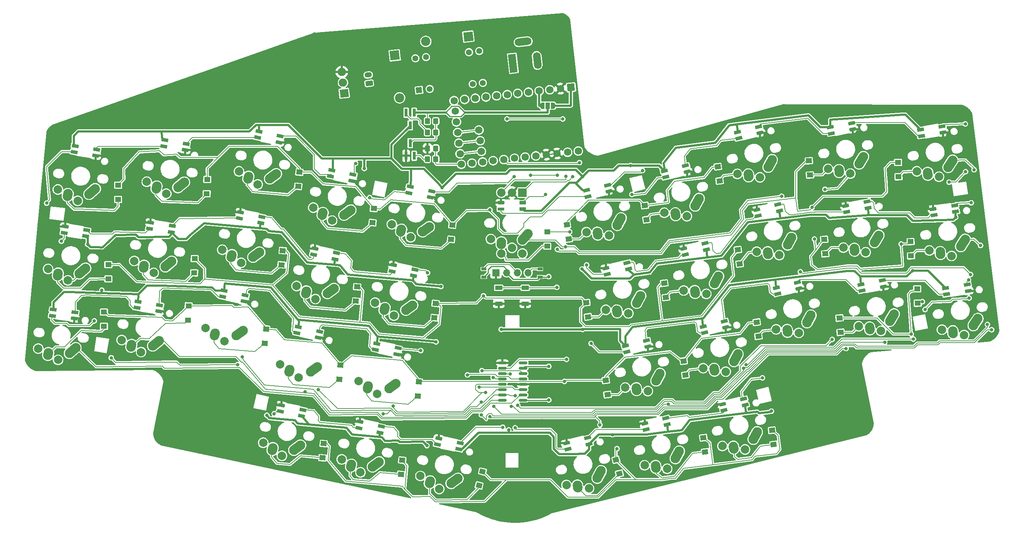
<source format=gbl>
G04 #@! TF.GenerationSoftware,KiCad,Pcbnew,(7.0.0-0)*
G04 #@! TF.CreationDate,2023-03-04T10:35:24+00:00*
G04 #@! TF.ProjectId,LeChiffre,4c654368-6966-4667-9265-2e6b69636164,rev?*
G04 #@! TF.SameCoordinates,Original*
G04 #@! TF.FileFunction,Copper,L2,Bot*
G04 #@! TF.FilePolarity,Positive*
%FSLAX46Y46*%
G04 Gerber Fmt 4.6, Leading zero omitted, Abs format (unit mm)*
G04 Created by KiCad (PCBNEW (7.0.0-0)) date 2023-03-04 10:35:24*
%MOMM*%
%LPD*%
G01*
G04 APERTURE LIST*
G04 Aperture macros list*
%AMRoundRect*
0 Rectangle with rounded corners*
0 $1 Rounding radius*
0 $2 $3 $4 $5 $6 $7 $8 $9 X,Y pos of 4 corners*
0 Add a 4 corners polygon primitive as box body*
4,1,4,$2,$3,$4,$5,$6,$7,$8,$9,$2,$3,0*
0 Add four circle primitives for the rounded corners*
1,1,$1+$1,$2,$3*
1,1,$1+$1,$4,$5*
1,1,$1+$1,$6,$7*
1,1,$1+$1,$8,$9*
0 Add four rect primitives between the rounded corners*
20,1,$1+$1,$2,$3,$4,$5,0*
20,1,$1+$1,$4,$5,$6,$7,0*
20,1,$1+$1,$6,$7,$8,$9,0*
20,1,$1+$1,$8,$9,$2,$3,0*%
%AMHorizOval*
0 Thick line with rounded ends*
0 $1 width*
0 $2 $3 position (X,Y) of the first rounded end (center of the circle)*
0 $4 $5 position (X,Y) of the second rounded end (center of the circle)*
0 Add line between two ends*
20,1,$1,$2,$3,$4,$5,0*
0 Add two circle primitives to create the rounded ends*
1,1,$1,$2,$3*
1,1,$1,$4,$5*%
%AMRotRect*
0 Rectangle, with rotation*
0 The origin of the aperture is its center*
0 $1 length*
0 $2 width*
0 $3 Rotation angle, in degrees counterclockwise*
0 Add horizontal line*
21,1,$1,$2,0,0,$3*%
%AMFreePoly0*
4,1,19,0.550000,-0.750000,0.000000,-0.750000,0.000000,-0.744911,-0.071157,-0.744911,-0.207708,-0.704816,-0.327430,-0.627875,-0.420627,-0.520320,-0.479746,-0.390866,-0.500000,-0.250000,-0.500000,0.250000,-0.479746,0.390866,-0.420627,0.520320,-0.327430,0.627875,-0.207708,0.704816,-0.071157,0.744911,0.000000,0.744911,0.000000,0.750000,0.550000,0.750000,0.550000,-0.750000,0.550000,-0.750000,
$1*%
%AMFreePoly1*
4,1,19,0.000000,0.744911,0.071157,0.744911,0.207708,0.704816,0.327430,0.627875,0.420627,0.520320,0.479746,0.390866,0.500000,0.250000,0.500000,-0.250000,0.479746,-0.390866,0.420627,-0.520320,0.327430,-0.627875,0.207708,-0.704816,0.071157,-0.744911,0.000000,-0.744911,0.000000,-0.750000,-0.550000,-0.750000,-0.550000,0.750000,0.000000,0.750000,0.000000,0.744911,0.000000,0.744911,
$1*%
G04 Aperture macros list end*
G04 #@! TA.AperFunction,ComponentPad*
%ADD10HorizOval,2.250000X-0.054968X-0.285445X0.054968X0.285445X0*%
G04 #@! TD*
G04 #@! TA.AperFunction,ComponentPad*
%ADD11C,2.250000*%
G04 #@! TD*
G04 #@! TA.AperFunction,ComponentPad*
%ADD12C,2.000000*%
G04 #@! TD*
G04 #@! TA.AperFunction,ComponentPad*
%ADD13HorizOval,2.250000X-0.739078X-0.644739X0.739078X0.644739X0*%
G04 #@! TD*
G04 #@! TA.AperFunction,ComponentPad*
%ADD14HorizOval,2.250000X-0.064896X-0.283352X0.064896X0.283352X0*%
G04 #@! TD*
G04 #@! TA.AperFunction,ComponentPad*
%ADD15HorizOval,2.250000X-0.761129X-0.618553X0.761129X0.618553X0*%
G04 #@! TD*
G04 #@! TA.AperFunction,ComponentPad*
%ADD16HorizOval,2.250000X-0.079637X-0.279568X0.079637X0.279568X0*%
G04 #@! TD*
G04 #@! TA.AperFunction,ComponentPad*
%ADD17HorizOval,2.250000X-0.792459X-0.577871X0.792459X0.577871X0*%
G04 #@! TD*
G04 #@! TA.AperFunction,ComponentPad*
%ADD18HorizOval,2.250000X0.050977X-0.286184X-0.050977X0.286184X0*%
G04 #@! TD*
G04 #@! TA.AperFunction,ComponentPad*
%ADD19HorizOval,2.250000X-0.458935X-0.866778X0.458935X0.866778X0*%
G04 #@! TD*
G04 #@! TA.AperFunction,ComponentPad*
%ADD20HorizOval,2.250000X0.035930X-0.288460X-0.035930X0.288460X0*%
G04 #@! TD*
G04 #@! TA.AperFunction,ComponentPad*
%ADD21HorizOval,2.250000X-0.503670X-0.841571X0.503670X0.841571X0*%
G04 #@! TD*
G04 #@! TA.AperFunction,ComponentPad*
%ADD22HorizOval,2.250000X0.025841X-0.289538X-0.025841X0.289538X0*%
G04 #@! TD*
G04 #@! TA.AperFunction,ComponentPad*
%ADD23HorizOval,2.250000X-0.532734X-0.823481X0.532734X0.823481X0*%
G04 #@! TD*
G04 #@! TA.AperFunction,ComponentPad*
%ADD24R,1.700000X1.700000*%
G04 #@! TD*
G04 #@! TA.AperFunction,ComponentPad*
%ADD25O,1.700000X1.700000*%
G04 #@! TD*
G04 #@! TA.AperFunction,ComponentPad*
%ADD26R,2.000000X2.000000*%
G04 #@! TD*
G04 #@! TA.AperFunction,ComponentPad*
%ADD27HorizOval,2.250000X-0.019771X-0.290016X0.019771X0.290016X0*%
G04 #@! TD*
G04 #@! TA.AperFunction,ComponentPad*
%ADD28HorizOval,2.250000X-0.654995X-0.730004X0.654995X0.730004X0*%
G04 #@! TD*
G04 #@! TA.AperFunction,ComponentPad*
%ADD29RotRect,2.200000X2.200000X276.500000*%
G04 #@! TD*
G04 #@! TA.AperFunction,ComponentPad*
%ADD30HorizOval,2.200000X0.000000X0.000000X0.000000X0.000000X0*%
G04 #@! TD*
G04 #@! TA.AperFunction,ComponentPad*
%ADD31RotRect,4.400000X1.800000X96.500000*%
G04 #@! TD*
G04 #@! TA.AperFunction,ComponentPad*
%ADD32HorizOval,1.800000X-0.124524X1.092929X0.124524X-1.092929X0*%
G04 #@! TD*
G04 #@! TA.AperFunction,ComponentPad*
%ADD33HorizOval,1.800000X-1.092929X-0.124524X1.092929X0.124524X0*%
G04 #@! TD*
G04 #@! TA.AperFunction,ComponentPad*
%ADD34RoundRect,0.250000X0.660604X-0.276998X0.581361X0.418502X-0.660604X0.276998X-0.581361X-0.418502X0*%
G04 #@! TD*
G04 #@! TA.AperFunction,ComponentPad*
%ADD35HorizOval,1.200000X0.273232X0.031131X-0.273232X-0.031131X0*%
G04 #@! TD*
G04 #@! TA.AperFunction,ComponentPad*
%ADD36RotRect,1.905000X2.000000X96.500000*%
G04 #@! TD*
G04 #@! TA.AperFunction,ComponentPad*
%ADD37HorizOval,1.905000X0.047195X0.005377X-0.047195X-0.005377X0*%
G04 #@! TD*
G04 #@! TA.AperFunction,ComponentPad*
%ADD38RotRect,1.400000X1.400000X96.500000*%
G04 #@! TD*
G04 #@! TA.AperFunction,ComponentPad*
%ADD39C,1.400000*%
G04 #@! TD*
G04 #@! TA.AperFunction,ComponentPad*
%ADD40RotRect,2.200000X2.200000X186.500000*%
G04 #@! TD*
G04 #@! TA.AperFunction,ComponentPad*
%ADD41HorizOval,2.200000X0.000000X0.000000X0.000000X0.000000X0*%
G04 #@! TD*
G04 #@! TA.AperFunction,SMDPad,CuDef*
%ADD42R,1.400000X1.200000*%
G04 #@! TD*
G04 #@! TA.AperFunction,SMDPad,CuDef*
%ADD43RotRect,1.200000X1.400000X88.000000*%
G04 #@! TD*
G04 #@! TA.AperFunction,SMDPad,CuDef*
%ADD44RotRect,1.200000X1.400000X85.000000*%
G04 #@! TD*
G04 #@! TA.AperFunction,SMDPad,CuDef*
%ADD45RotRect,1.200000X1.400000X97.000000*%
G04 #@! TD*
G04 #@! TA.AperFunction,SMDPad,CuDef*
%ADD46RotRect,1.200000X1.400000X94.000000*%
G04 #@! TD*
G04 #@! TA.AperFunction,SMDPad,CuDef*
%ADD47RotRect,1.200000X1.400000X92.000000*%
G04 #@! TD*
G04 #@! TA.AperFunction,SMDPad,CuDef*
%ADD48R,1.700000X1.000000*%
G04 #@! TD*
G04 #@! TA.AperFunction,SMDPad,CuDef*
%ADD49R,1.300000X0.700000*%
G04 #@! TD*
G04 #@! TA.AperFunction,SMDPad,CuDef*
%ADD50RoundRect,0.250000X-0.350000X-0.450000X0.350000X-0.450000X0.350000X0.450000X-0.350000X0.450000X0*%
G04 #@! TD*
G04 #@! TA.AperFunction,SMDPad,CuDef*
%ADD51RotRect,1.622000X0.820000X348.000000*%
G04 #@! TD*
G04 #@! TA.AperFunction,SMDPad,CuDef*
%ADD52RoundRect,0.205000X-0.635379X-0.074526X0.550136X-0.326515X0.635379X0.074526X-0.550136X0.326515X0*%
G04 #@! TD*
G04 #@! TA.AperFunction,SMDPad,CuDef*
%ADD53RotRect,1.622000X0.803000X348.000000*%
G04 #@! TD*
G04 #@! TA.AperFunction,SMDPad,CuDef*
%ADD54R,1.622000X0.820000*%
G04 #@! TD*
G04 #@! TA.AperFunction,SMDPad,CuDef*
%ADD55RoundRect,0.205000X0.606000X0.205000X-0.606000X0.205000X-0.606000X-0.205000X0.606000X-0.205000X0*%
G04 #@! TD*
G04 #@! TA.AperFunction,SMDPad,CuDef*
%ADD56R,1.622000X0.803000*%
G04 #@! TD*
G04 #@! TA.AperFunction,SMDPad,CuDef*
%ADD57RotRect,1.622000X0.820000X168.000000*%
G04 #@! TD*
G04 #@! TA.AperFunction,SMDPad,CuDef*
%ADD58RoundRect,0.205000X0.635379X0.074526X-0.550136X0.326515X-0.635379X-0.074526X0.550136X-0.326515X0*%
G04 #@! TD*
G04 #@! TA.AperFunction,SMDPad,CuDef*
%ADD59RotRect,1.622000X0.803000X168.000000*%
G04 #@! TD*
G04 #@! TA.AperFunction,SMDPad,CuDef*
%ADD60RotRect,1.622000X0.820000X14.000000*%
G04 #@! TD*
G04 #@! TA.AperFunction,SMDPad,CuDef*
%ADD61RoundRect,0.205000X-0.538405X-0.345515X0.637593X-0.052306X0.538405X0.345515X-0.637593X0.052306X0*%
G04 #@! TD*
G04 #@! TA.AperFunction,SMDPad,CuDef*
%ADD62RotRect,1.622000X0.803000X14.000000*%
G04 #@! TD*
G04 #@! TA.AperFunction,SMDPad,CuDef*
%ADD63RotRect,1.200000X1.400000X104.000000*%
G04 #@! TD*
G04 #@! TA.AperFunction,SMDPad,CuDef*
%ADD64RotRect,1.622000X0.820000X347.500000*%
G04 #@! TD*
G04 #@! TA.AperFunction,SMDPad,CuDef*
%ADD65RoundRect,0.205000X-0.636006X-0.068978X0.547265X-0.331303X0.636006X0.068978X-0.547265X0.331303X0*%
G04 #@! TD*
G04 #@! TA.AperFunction,SMDPad,CuDef*
%ADD66RotRect,1.622000X0.803000X347.500000*%
G04 #@! TD*
G04 #@! TA.AperFunction,SMDPad,CuDef*
%ADD67RotRect,1.622000X0.820000X171.000000*%
G04 #@! TD*
G04 #@! TA.AperFunction,SMDPad,CuDef*
%ADD68RoundRect,0.205000X0.630608X0.107677X-0.566470X0.297275X-0.630608X-0.107677X0.566470X-0.297275X0*%
G04 #@! TD*
G04 #@! TA.AperFunction,SMDPad,CuDef*
%ADD69RotRect,1.622000X0.803000X171.000000*%
G04 #@! TD*
G04 #@! TA.AperFunction,SMDPad,CuDef*
%ADD70RotRect,1.622000X0.820000X350.500000*%
G04 #@! TD*
G04 #@! TA.AperFunction,SMDPad,CuDef*
%ADD71RoundRect,0.205000X-0.631524X-0.102170X0.563854X-0.302207X0.631524X0.102170X-0.563854X0.302207X0*%
G04 #@! TD*
G04 #@! TA.AperFunction,SMDPad,CuDef*
%ADD72RotRect,1.622000X0.803000X350.500000*%
G04 #@! TD*
G04 #@! TA.AperFunction,SMDPad,CuDef*
%ADD73RotRect,1.622000X0.820000X191.000000*%
G04 #@! TD*
G04 #@! TA.AperFunction,SMDPad,CuDef*
%ADD74RoundRect,0.205000X0.555750X0.316864X-0.633982X0.085603X-0.555750X-0.316864X0.633982X-0.085603X0*%
G04 #@! TD*
G04 #@! TA.AperFunction,SMDPad,CuDef*
%ADD75RotRect,1.622000X0.803000X191.000000*%
G04 #@! TD*
G04 #@! TA.AperFunction,SMDPad,CuDef*
%ADD76RotRect,1.622000X0.820000X194.000000*%
G04 #@! TD*
G04 #@! TA.AperFunction,SMDPad,CuDef*
%ADD77RoundRect,0.205000X0.538405X0.345515X-0.637593X0.052306X-0.538405X-0.345515X0.637593X-0.052306X0*%
G04 #@! TD*
G04 #@! TA.AperFunction,SMDPad,CuDef*
%ADD78RotRect,1.622000X0.803000X194.000000*%
G04 #@! TD*
G04 #@! TA.AperFunction,SMDPad,CuDef*
%ADD79RotRect,1.622000X0.820000X189.000000*%
G04 #@! TD*
G04 #@! TA.AperFunction,SMDPad,CuDef*
%ADD80RoundRect,0.205000X0.566470X0.297275X-0.630608X0.107677X-0.566470X-0.297275X0.630608X-0.107677X0*%
G04 #@! TD*
G04 #@! TA.AperFunction,SMDPad,CuDef*
%ADD81RotRect,1.622000X0.803000X189.000000*%
G04 #@! TD*
G04 #@! TA.AperFunction,SMDPad,CuDef*
%ADD82RoundRect,0.150000X-0.825000X-0.150000X0.825000X-0.150000X0.825000X0.150000X-0.825000X0.150000X0*%
G04 #@! TD*
G04 #@! TA.AperFunction,SMDPad,CuDef*
%ADD83R,0.800000X1.900000*%
G04 #@! TD*
G04 #@! TA.AperFunction,ComponentPad*
%ADD84C,1.752600*%
G04 #@! TD*
G04 #@! TA.AperFunction,ComponentPad*
%ADD85RotRect,1.752600X1.752600X186.500000*%
G04 #@! TD*
G04 #@! TA.AperFunction,SMDPad,CuDef*
%ADD86RotRect,1.622000X0.820000X11.000000*%
G04 #@! TD*
G04 #@! TA.AperFunction,SMDPad,CuDef*
%ADD87RoundRect,0.205000X-0.555750X-0.316864X0.633982X-0.085603X0.555750X0.316864X-0.633982X0.085603X0*%
G04 #@! TD*
G04 #@! TA.AperFunction,SMDPad,CuDef*
%ADD88RotRect,1.622000X0.803000X11.000000*%
G04 #@! TD*
G04 #@! TA.AperFunction,SMDPad,CuDef*
%ADD89FreePoly0,180.000000*%
G04 #@! TD*
G04 #@! TA.AperFunction,SMDPad,CuDef*
%ADD90R,1.000000X1.500000*%
G04 #@! TD*
G04 #@! TA.AperFunction,SMDPad,CuDef*
%ADD91FreePoly1,180.000000*%
G04 #@! TD*
G04 #@! TA.AperFunction,SMDPad,CuDef*
%ADD92RotRect,1.622000X0.820000X9.000000*%
G04 #@! TD*
G04 #@! TA.AperFunction,SMDPad,CuDef*
%ADD93RoundRect,0.205000X-0.566470X-0.297275X0.630608X-0.107677X0.566470X0.297275X-0.630608X0.107677X0*%
G04 #@! TD*
G04 #@! TA.AperFunction,SMDPad,CuDef*
%ADD94RotRect,1.622000X0.803000X9.000000*%
G04 #@! TD*
G04 #@! TA.AperFunction,SMDPad,CuDef*
%ADD95RoundRect,0.250000X0.350000X0.450000X-0.350000X0.450000X-0.350000X-0.450000X0.350000X-0.450000X0*%
G04 #@! TD*
G04 #@! TA.AperFunction,SMDPad,CuDef*
%ADD96RotRect,1.622000X0.820000X351.000000*%
G04 #@! TD*
G04 #@! TA.AperFunction,SMDPad,CuDef*
%ADD97RoundRect,0.205000X-0.630608X-0.107677X0.566470X-0.297275X0.630608X0.107677X-0.566470X0.297275X0*%
G04 #@! TD*
G04 #@! TA.AperFunction,SMDPad,CuDef*
%ADD98RotRect,1.622000X0.803000X351.000000*%
G04 #@! TD*
G04 #@! TA.AperFunction,SMDPad,CuDef*
%ADD99RotRect,1.200000X1.400000X76.000000*%
G04 #@! TD*
G04 #@! TA.AperFunction,SMDPad,CuDef*
%ADD100RotRect,1.622000X0.820000X353.000000*%
G04 #@! TD*
G04 #@! TA.AperFunction,SMDPad,CuDef*
%ADD101RoundRect,0.205000X-0.626466X-0.129619X0.576500X-0.277325X0.626466X0.129619X-0.576500X0.277325X0*%
G04 #@! TD*
G04 #@! TA.AperFunction,SMDPad,CuDef*
%ADD102RotRect,1.622000X0.803000X353.000000*%
G04 #@! TD*
G04 #@! TA.AperFunction,ViaPad*
%ADD103C,0.800000*%
G04 #@! TD*
G04 #@! TA.AperFunction,Conductor*
%ADD104C,0.250000*%
G04 #@! TD*
G04 #@! TA.AperFunction,Conductor*
%ADD105C,0.500000*%
G04 #@! TD*
G04 #@! TA.AperFunction,Conductor*
%ADD106C,0.200000*%
G04 #@! TD*
G04 APERTURE END LIST*
D10*
X39306405Y-73089382D03*
D11*
X39250988Y-73374740D03*
D12*
X36965317Y-71804483D03*
D13*
X45124125Y-72272281D03*
D11*
X44385039Y-72917012D03*
D12*
X41672122Y-74498176D03*
D10*
X36984795Y-91997386D03*
D11*
X36929378Y-92282744D03*
D12*
X34643707Y-90712487D03*
D13*
X42802515Y-91180285D03*
D11*
X42063429Y-91825016D03*
D12*
X39350512Y-93406180D03*
D10*
X34663184Y-110905392D03*
D11*
X34607767Y-111190750D03*
D12*
X32322096Y-109620493D03*
D13*
X40480904Y-110088291D03*
D11*
X39741818Y-110733022D03*
D12*
X37028901Y-112314186D03*
D14*
X60371348Y-71331072D03*
D11*
X60306006Y-71614323D03*
D12*
X58076528Y-69965253D03*
D15*
X66214040Y-70717506D03*
D11*
X65452904Y-71336050D03*
D12*
X62686458Y-72821571D03*
D14*
X57391272Y-90146534D03*
D11*
X57325930Y-90429785D03*
D12*
X55096452Y-88780715D03*
D15*
X63233964Y-89532968D03*
D11*
X62472828Y-90151512D03*
D12*
X59706382Y-91637033D03*
D14*
X54411194Y-108961998D03*
D11*
X54345852Y-109245249D03*
D12*
X52116374Y-107596179D03*
D15*
X60253886Y-108348432D03*
D11*
X59492750Y-108966976D03*
D12*
X56726304Y-110452497D03*
D16*
X78205625Y-87611727D03*
D11*
X78125549Y-87891169D03*
D12*
X75985433Y-86127677D03*
D17*
X84072422Y-87304783D03*
D11*
X83279957Y-87882645D03*
D12*
X80439556Y-89221346D03*
D16*
X74244907Y-106245441D03*
D11*
X74164831Y-106524883D03*
D12*
X72024715Y-104761391D03*
D17*
X80111704Y-105938497D03*
D11*
X79319239Y-106516359D03*
D12*
X76478838Y-107855060D03*
D16*
X99809874Y-77597160D03*
D11*
X99729798Y-77876602D03*
D12*
X97589682Y-76113110D03*
D17*
X105676671Y-77290216D03*
D11*
X104884206Y-77868078D03*
D12*
X102043805Y-79206779D03*
D16*
X95849157Y-96230873D03*
D11*
X95769081Y-96510315D03*
D12*
X93628965Y-94746823D03*
D17*
X101715954Y-95923929D03*
D11*
X100923489Y-96501791D03*
D12*
X98083088Y-97840492D03*
D16*
X91888439Y-114864584D03*
D11*
X91808363Y-115144026D03*
D12*
X89668247Y-113380534D03*
D17*
X97755236Y-114557640D03*
D11*
X96962771Y-115135502D03*
D12*
X94122370Y-116474203D03*
D16*
X118443586Y-81557878D03*
D11*
X118363510Y-81837320D03*
D12*
X116223394Y-80073828D03*
D17*
X124310383Y-81250934D03*
D11*
X123517918Y-81828796D03*
D12*
X120677517Y-83167497D03*
D16*
X114482869Y-100191591D03*
D11*
X114402793Y-100471033D03*
D12*
X112262677Y-98707541D03*
D17*
X120349666Y-99884647D03*
D11*
X119557201Y-100462509D03*
D12*
X116716800Y-101801210D03*
D16*
X110522152Y-118825303D03*
D11*
X110442076Y-119104745D03*
D12*
X108301960Y-117341253D03*
D17*
X116388949Y-118518359D03*
D11*
X115596484Y-119096221D03*
D12*
X112756083Y-120434922D03*
D16*
X106559144Y-137446287D03*
D11*
X106479068Y-137725729D03*
D12*
X104338952Y-135962237D03*
D17*
X112425941Y-137139343D03*
D11*
X111633476Y-137717205D03*
D12*
X108793075Y-139055906D03*
D18*
X165042216Y-82292227D03*
D11*
X165092743Y-82578492D03*
D12*
X162396156Y-81931641D03*
D19*
X170180703Y-79444514D03*
D11*
X169721758Y-80311286D03*
D12*
X167755670Y-82759653D03*
D18*
X169650829Y-100776362D03*
D11*
X169701356Y-101062627D03*
D12*
X167004769Y-100415776D03*
D19*
X174789316Y-97928649D03*
D11*
X174330371Y-98795421D03*
D12*
X172364283Y-101243788D03*
D18*
X174259438Y-119260495D03*
D11*
X174309965Y-119546760D03*
D12*
X171613378Y-118899909D03*
D19*
X179397925Y-116412782D03*
D11*
X178938980Y-117279554D03*
D12*
X176972892Y-119727921D03*
D18*
X178840120Y-137735486D03*
D11*
X178890647Y-138021751D03*
D12*
X176194060Y-137374900D03*
D19*
X183978607Y-134887773D03*
D11*
X183519662Y-135754545D03*
D12*
X181553574Y-138202912D03*
D18*
X183526349Y-77683617D03*
D11*
X183576876Y-77969882D03*
D12*
X180880289Y-77323031D03*
D19*
X188664836Y-74835904D03*
D11*
X188205891Y-75702676D03*
D12*
X186239803Y-78151043D03*
D18*
X188134961Y-96167750D03*
D11*
X188185488Y-96454015D03*
D12*
X185488901Y-95807164D03*
D19*
X193273448Y-93320037D03*
D11*
X192814503Y-94186809D03*
D12*
X190848415Y-96635176D03*
D18*
X192743573Y-114651883D03*
D11*
X192794100Y-114938148D03*
D12*
X190097513Y-114291297D03*
D19*
X197882060Y-111804170D03*
D11*
X197423115Y-112670942D03*
D12*
X195457027Y-115119309D03*
D18*
X197318942Y-133149300D03*
D11*
X197369469Y-133435565D03*
D12*
X194672882Y-132788714D03*
D19*
X202457429Y-130301587D03*
D11*
X201998484Y-131168359D03*
D12*
X200032396Y-133616726D03*
D18*
X200858330Y-68453970D03*
D11*
X200908857Y-68740235D03*
D12*
X198212270Y-68093384D03*
D19*
X205996817Y-65606257D03*
D11*
X205537872Y-66473029D03*
D12*
X203571784Y-68921396D03*
D18*
X205466942Y-86938104D03*
D11*
X205517469Y-87224369D03*
D12*
X202820882Y-86577518D03*
D19*
X210605429Y-84090391D03*
D11*
X210146484Y-84957163D03*
D12*
X208180396Y-87405530D03*
D18*
X210075553Y-105422238D03*
D11*
X210126080Y-105708503D03*
D12*
X207429493Y-105061652D03*
D19*
X215214040Y-102574525D03*
D11*
X214755095Y-103441297D03*
D12*
X212789007Y-105889664D03*
D20*
X222357274Y-67420303D03*
D11*
X222392749Y-67708820D03*
D12*
X219733710Y-66921727D03*
D21*
X227637755Y-64845420D03*
D11*
X227134076Y-65686985D03*
D12*
X225042545Y-68029099D03*
D20*
X225992184Y-86120298D03*
D11*
X226027659Y-86408815D03*
D12*
X223368620Y-85621722D03*
D21*
X231272665Y-83545415D03*
D11*
X230768986Y-84386980D03*
D12*
X228677455Y-86729094D03*
D20*
X229627098Y-104820296D03*
D11*
X229662573Y-105108813D03*
D12*
X227003534Y-104321720D03*
D21*
X234907579Y-102245413D03*
D11*
X234403900Y-103086978D03*
D12*
X232312369Y-105429092D03*
D22*
X243408563Y-68081655D03*
D11*
X243433948Y-68371234D03*
D12*
X240803998Y-67491822D03*
D23*
X248775690Y-65692627D03*
D11*
X248242948Y-66516101D03*
D12*
X246070952Y-68783795D03*
D22*
X246388641Y-86897116D03*
D11*
X246414026Y-87186695D03*
D12*
X243784076Y-86307283D03*
D23*
X251755768Y-84508088D03*
D11*
X251223026Y-85331562D03*
D12*
X249051030Y-87599256D03*
D22*
X249368718Y-105712581D03*
D11*
X249394103Y-106002160D03*
D12*
X246764153Y-105122748D03*
D23*
X254735845Y-103323553D03*
D11*
X254203103Y-104147027D03*
D12*
X252031107Y-106414721D03*
D24*
X140927270Y-91597222D03*
D25*
X143467270Y-91597222D03*
X146007270Y-91597222D03*
X148547270Y-91597222D03*
D16*
X87916663Y-133495539D03*
D11*
X87836587Y-133774981D03*
D12*
X85696471Y-132011489D03*
D17*
X93783460Y-133188595D03*
D11*
X92990995Y-133766457D03*
D12*
X90150594Y-135105158D03*
D16*
X82166342Y-68978015D03*
D11*
X82086266Y-69257457D03*
D12*
X79946150Y-67493965D03*
D17*
X88033139Y-68671071D03*
D11*
X87240674Y-69248933D03*
D12*
X84400273Y-70587634D03*
D26*
X147227272Y-72537223D03*
D12*
X142227273Y-72537224D03*
X144727273Y-72537224D03*
X142227273Y-87037224D03*
X147227273Y-87037224D03*
D27*
X142207500Y-84577239D03*
D11*
X142187272Y-84867224D03*
D12*
X139727272Y-83587224D03*
D28*
X147882276Y-83057227D03*
D11*
X147227272Y-83787224D03*
D12*
X144727272Y-85687224D03*
D16*
X125232286Y-141400118D03*
D11*
X125152210Y-141679560D03*
D12*
X123012094Y-139916068D03*
D17*
X131099083Y-141093174D03*
D11*
X130306618Y-141671036D03*
D12*
X127466217Y-143009737D03*
D29*
X116899999Y-39919999D03*
D30*
X118050144Y-50014689D03*
D18*
X160297951Y-142396903D03*
D11*
X160348478Y-142683168D03*
D12*
X157651891Y-142036317D03*
D19*
X165436438Y-139549190D03*
D11*
X164977493Y-140415962D03*
D12*
X163011405Y-142864329D03*
D31*
X144949999Y-41799999D03*
D32*
X150712716Y-41143420D03*
D33*
X147387339Y-36691244D03*
D34*
X110850000Y-46550000D03*
D35*
X110623593Y-44562855D03*
D36*
X104926461Y-48916695D03*
D37*
X104638925Y-46393022D03*
X104351389Y-43869350D03*
D38*
X122676326Y-48187535D03*
D39*
X125200000Y-47900000D03*
X135394047Y-46738535D03*
X137818362Y-46462319D03*
X136955754Y-38891301D03*
X134531438Y-39167517D03*
X124337391Y-40328982D03*
X121813719Y-40616518D03*
D40*
X134379999Y-35449999D03*
D41*
X124285309Y-36600144D03*
D42*
X51281151Y-74152153D03*
X51281151Y-70752153D03*
X48959539Y-93060157D03*
X48959539Y-89660157D03*
X47907928Y-104348163D03*
X47907928Y-100948163D03*
D43*
X72301709Y-72811108D03*
X72420367Y-69413180D03*
X69321633Y-91626569D03*
X69440291Y-88228641D03*
X67876715Y-102870998D03*
X67995373Y-99473070D03*
D44*
X94002894Y-71080410D03*
X94299224Y-67693348D03*
X90042177Y-89714121D03*
X90338507Y-86327059D03*
X86081459Y-108347834D03*
X86377789Y-104960772D03*
X111646426Y-79699555D03*
X111942756Y-76312493D03*
X107685708Y-98333266D03*
X107982038Y-94946204D03*
X103724991Y-116966979D03*
X104021321Y-113579917D03*
X99753214Y-135597933D03*
X100049544Y-132210871D03*
X130280138Y-83660273D03*
X130576468Y-80273211D03*
X126319421Y-102293984D03*
X126615751Y-98906922D03*
X122358703Y-120927698D03*
X122655033Y-117540636D03*
X118395695Y-139548681D03*
X118692025Y-136161619D03*
D45*
X158176095Y-83587255D03*
X157761739Y-80212599D03*
X162784707Y-102071389D03*
X162370351Y-98696733D03*
X167393317Y-120555523D03*
X166978961Y-117180867D03*
X190572455Y-134187835D03*
X190158099Y-130813179D03*
X176660228Y-78978643D03*
X176245872Y-75603987D03*
X181268840Y-97462778D03*
X180854484Y-94088122D03*
X185877452Y-115946910D03*
X185463096Y-112572254D03*
X206839758Y-132432264D03*
X206425402Y-129057608D03*
X193992209Y-69748998D03*
X193577853Y-66374342D03*
X198755594Y-89493665D03*
X198341238Y-86119009D03*
X203209432Y-106717265D03*
X202795076Y-103342609D03*
D46*
X215432784Y-68354209D03*
X215195612Y-64962491D03*
X219067695Y-87054206D03*
X218830523Y-83662488D03*
X222702608Y-105754204D03*
X222465436Y-102362486D03*
D47*
X236455700Y-68773332D03*
X236337042Y-65375404D03*
X239435777Y-87588794D03*
X239317119Y-84190866D03*
X241007617Y-98828791D03*
X240888959Y-95430863D03*
D48*
X141577271Y-98947222D03*
X147877271Y-98947222D03*
X141577271Y-95147222D03*
X147877271Y-95147222D03*
D42*
X153109272Y-85297224D03*
X153109272Y-81897224D03*
D49*
X151392399Y-90698308D03*
X151392399Y-92598308D03*
X138057399Y-90698308D03*
X138057399Y-92598308D03*
D50*
X124655717Y-55552254D03*
X126655717Y-55552254D03*
D51*
X101950184Y-67194823D03*
X101638316Y-68662044D03*
D52*
X106703165Y-69738612D03*
D53*
X107013265Y-68279704D03*
D54*
X147316270Y-76473222D03*
X147316270Y-74973222D03*
D55*
X142138271Y-74973223D03*
D56*
X142138270Y-76464722D03*
D51*
X94028749Y-104462249D03*
X93716881Y-105929470D03*
D52*
X98781730Y-107006038D03*
D53*
X99091830Y-105547130D03*
D57*
X94821096Y-125639360D03*
X95132964Y-124172139D03*
D58*
X90068117Y-123095573D03*
D59*
X89758015Y-124554479D03*
D60*
X198221944Y-58166161D03*
X198584827Y-59621605D03*
D61*
X203609019Y-58368934D03*
D62*
X203248192Y-56921737D03*
D57*
X121376160Y-92333042D03*
X121688028Y-90865821D03*
D58*
X116623181Y-89789255D03*
D59*
X116313079Y-91248161D03*
D63*
X170225790Y-139354761D03*
X169403256Y-136055755D03*
D64*
X84679141Y-58008272D03*
X84354482Y-59472716D03*
D65*
X89409744Y-60593441D03*
D66*
X89732562Y-59137295D03*
D57*
X113452434Y-129587739D03*
X113764302Y-128120518D03*
D58*
X108699455Y-127043952D03*
D59*
X108389353Y-128502858D03*
D67*
X43587798Y-82933774D03*
X43822450Y-81452242D03*
D68*
X38708201Y-80642225D03*
D69*
X38474878Y-82115361D03*
D50*
X124655717Y-62029253D03*
X126655717Y-62029253D03*
D51*
X76385217Y-95843104D03*
X76073349Y-97310325D03*
D52*
X81138198Y-98386893D03*
D53*
X81448298Y-96927985D03*
D57*
X102742447Y-88372324D03*
X103054315Y-86905103D03*
D58*
X97989468Y-85828537D03*
D59*
X97679366Y-87287443D03*
D57*
X85098916Y-79753178D03*
X85410784Y-78285957D03*
D58*
X80345937Y-77209391D03*
D59*
X80035835Y-78668297D03*
D70*
X62317965Y-60068513D03*
X62070394Y-61547941D03*
D71*
X67177382Y-62402558D03*
D72*
X67423549Y-60931512D03*
D73*
X229266911Y-76193042D03*
X228980697Y-74720601D03*
D74*
X223897832Y-75708611D03*
D75*
X224182423Y-77172707D03*
D60*
X162405830Y-72004420D03*
X162768713Y-73459864D03*
D61*
X167792905Y-72207193D03*
D62*
X167432078Y-70759996D03*
D76*
X163048637Y-132311866D03*
X162685754Y-130856422D03*
D77*
X157661564Y-132109095D03*
D78*
X158022389Y-133556290D03*
D79*
X250007831Y-77090195D03*
X249773179Y-75608663D03*
D80*
X244658930Y-76418682D03*
D81*
X244892251Y-77891818D03*
D60*
X190107188Y-104364075D03*
X190470071Y-105819519D03*
D61*
X195494263Y-104566848D03*
D62*
X195133436Y-103119651D03*
D60*
X171623053Y-108972688D03*
X171985936Y-110428132D03*
D61*
X177010128Y-109175461D03*
D62*
X176649301Y-107728264D03*
D82*
X142437274Y-121892224D03*
X142437274Y-120622224D03*
X142437274Y-119352224D03*
X142437274Y-118082224D03*
X142437274Y-116812224D03*
X142437274Y-115542224D03*
X142437274Y-114272224D03*
X142437274Y-113002224D03*
X147387274Y-113002224D03*
X147387274Y-114272224D03*
X147387274Y-115542224D03*
X147387274Y-116812224D03*
X147387274Y-118082224D03*
X147387274Y-119352224D03*
X147387274Y-120622224D03*
X147387274Y-121892224D03*
D76*
X190885650Y-86082711D03*
X190522767Y-84627267D03*
D77*
X185498577Y-85879940D03*
D78*
X185859402Y-87327135D03*
D83*
X121525716Y-63783253D03*
X119625716Y-63783253D03*
X120575716Y-60783253D03*
D84*
X160470625Y-62666599D03*
X157946953Y-62954135D03*
X155423280Y-63241671D03*
X152899608Y-63529207D03*
X150375935Y-63816743D03*
X147852263Y-64104279D03*
X145328590Y-64391816D03*
X142804918Y-64679352D03*
X140281245Y-64966888D03*
X137757573Y-65254424D03*
X135233900Y-65541960D03*
X132710228Y-65829496D03*
X130985011Y-50687461D03*
X133508683Y-50399925D03*
X136032356Y-50112389D03*
X138556028Y-49824853D03*
X141079701Y-49537317D03*
X143603373Y-49249781D03*
X146127046Y-48962244D03*
X148650718Y-48674708D03*
X151174391Y-48387172D03*
X153698063Y-48099636D03*
X156221736Y-47812100D03*
D85*
X158745407Y-47524563D03*
D84*
X137470037Y-62730752D03*
X132422692Y-63305824D03*
X137182500Y-60207079D03*
X132135155Y-60782151D03*
X136894964Y-57683407D03*
X131847619Y-58258479D03*
X131560083Y-55734806D03*
X131272547Y-53211134D03*
D76*
X200069631Y-123064262D03*
X199706748Y-121608818D03*
D77*
X194682558Y-122861491D03*
D78*
X195043383Y-124308686D03*
D86*
X227532742Y-94408608D03*
X227818956Y-95881049D03*
D87*
X232901823Y-94893041D03*
D88*
X232617230Y-93428943D03*
D60*
X207439166Y-95134430D03*
X207802049Y-96589874D03*
D61*
X212826241Y-95337203D03*
D62*
X212465414Y-93890006D03*
D51*
X120583896Y-71155541D03*
X120272028Y-72622762D03*
D52*
X125336877Y-73699330D03*
D53*
X125646977Y-72240422D03*
D76*
X181590807Y-127650450D03*
X181227924Y-126195006D03*
D77*
X176203734Y-127447679D03*
D78*
X176564559Y-128894874D03*
D51*
X112662462Y-108422966D03*
X112350594Y-109890187D03*
D52*
X117415443Y-110966755D03*
D53*
X117725543Y-109507847D03*
D89*
X154514717Y-51869253D03*
D90*
X153214716Y-51869252D03*
D91*
X151914717Y-51869253D03*
D92*
X247639004Y-95234145D03*
X247873656Y-96715677D03*
D93*
X252987907Y-95905660D03*
D94*
X252754584Y-94432522D03*
D95*
X126655717Y-64569254D03*
X124655717Y-64569254D03*
D96*
X56004154Y-98461901D03*
X55769502Y-99943433D03*
D97*
X60883753Y-100753452D03*
D98*
X61117074Y-99280314D03*
D86*
X220262919Y-57008613D03*
X220549133Y-58481054D03*
D87*
X225632000Y-57493046D03*
D88*
X225347407Y-56028948D03*
D99*
X136928449Y-142164756D03*
X137750983Y-138865750D03*
D60*
X180889963Y-67395808D03*
X181252846Y-68851252D03*
D61*
X186277038Y-67598581D03*
D62*
X185916211Y-66151384D03*
D100*
X35888726Y-100356098D03*
X35705922Y-101844917D03*
D101*
X40845327Y-102475957D03*
D102*
X41027094Y-100995574D03*
D92*
X241678851Y-57603218D03*
X241913503Y-59084750D03*
D93*
X247027754Y-58274733D03*
D94*
X246794431Y-56801595D03*
D67*
X63863830Y-81937991D03*
X64098482Y-80456459D03*
D68*
X58984233Y-79646442D03*
D69*
X58750910Y-81119578D03*
D95*
X126655717Y-58219254D03*
X124655717Y-58219254D03*
D70*
X41086944Y-61458956D03*
X40839373Y-62938384D03*
D71*
X45946361Y-63793001D03*
D72*
X46192528Y-62321955D03*
D76*
X172401515Y-90691325D03*
X172038632Y-89235881D03*
D77*
X167014442Y-90488554D03*
D78*
X167375267Y-91935749D03*
D83*
X119625716Y-53544253D03*
X121525716Y-53544253D03*
X120575716Y-56544253D03*
D57*
X132125577Y-133541569D03*
X132437445Y-132074348D03*
D58*
X127372598Y-130997782D03*
D59*
X127062496Y-132456688D03*
D76*
X208217628Y-76853067D03*
X207854745Y-75397623D03*
D77*
X202830555Y-76650296D03*
D78*
X203191380Y-78097491D03*
D103*
X88736199Y-122781356D03*
X126652677Y-74084691D03*
X237101260Y-94365898D03*
X193309980Y-123209862D03*
X57539600Y-79312721D03*
X187442584Y-68027152D03*
X179309604Y-107143322D03*
X168954704Y-72728300D03*
X151873269Y-126752697D03*
X107863338Y-70273589D03*
X82285165Y-98887188D03*
X184222316Y-85568353D03*
X201522742Y-76406672D03*
X115241052Y-89404398D03*
X202021665Y-117864947D03*
X176907076Y-73927085D03*
X116531275Y-70596892D03*
X253212180Y-69442012D03*
X36812345Y-81172606D03*
X174806622Y-127784957D03*
X243385603Y-75949865D03*
X243234639Y-107431883D03*
X226690576Y-58186537D03*
X96462782Y-85466780D03*
X197828439Y-102694281D03*
X78979672Y-76925525D03*
X94413717Y-63045254D03*
X62248225Y-100953234D03*
X217048387Y-94576450D03*
X107387954Y-126707907D03*
X257095531Y-95158323D03*
X204743010Y-58865470D03*
X80443717Y-60505254D03*
X222665657Y-75272921D03*
X42019346Y-103016606D03*
X148852400Y-102443309D03*
X118557614Y-111239545D03*
X248126867Y-58882999D03*
X100032377Y-107324063D03*
X153468717Y-121846254D03*
X153468717Y-113845253D03*
X153468717Y-92509254D03*
X255919462Y-85105069D03*
X181864000Y-122852980D03*
X140260717Y-116512254D03*
X140387717Y-123370254D03*
X257556000Y-103886000D03*
X139498717Y-76634253D03*
X137974717Y-97081254D03*
X258572000Y-105156000D03*
X254401626Y-67113081D03*
X137472271Y-125380438D03*
X98748334Y-119397708D03*
X137422400Y-122382309D03*
X143562717Y-55044254D03*
X157179772Y-117429309D03*
X156770717Y-55044254D03*
X95645520Y-119891158D03*
X208729372Y-73415720D03*
X157470153Y-85397254D03*
X213165346Y-91367278D03*
X253557511Y-91999615D03*
X157659717Y-112194254D03*
X114214436Y-125176733D03*
X218998242Y-71772274D03*
X80692746Y-111571278D03*
X145467717Y-120830254D03*
X220726000Y-107442000D03*
X146102717Y-123116253D03*
X237093694Y-84765650D03*
X239467566Y-106180168D03*
X216494194Y-83587690D03*
X149150717Y-68379253D03*
X155500717Y-68379253D03*
X215916413Y-76070691D03*
X155500717Y-86032254D03*
X233188251Y-108125985D03*
X144324717Y-115623253D03*
X144578717Y-123370254D03*
X199666541Y-114315507D03*
X224028000Y-109624525D03*
X165608000Y-127762000D03*
X139498717Y-125783254D03*
X116514472Y-123246776D03*
X138482717Y-120068254D03*
X242112147Y-98483944D03*
X157532717Y-68633254D03*
X159146217Y-68760254D03*
X155373717Y-95049254D03*
X134167238Y-115884731D03*
X169660217Y-133403254D03*
X160766771Y-65419158D03*
X158421717Y-81841254D03*
X110975855Y-73727825D03*
X107621717Y-65585254D03*
X128119352Y-71390323D03*
X161491271Y-105060223D03*
X86573537Y-125482675D03*
X142187748Y-105060223D03*
X239792047Y-91089132D03*
X161491271Y-68738223D03*
X250032685Y-78398343D03*
X124550366Y-132696021D03*
X127859930Y-94867520D03*
X172875763Y-66105074D03*
X161364271Y-90709223D03*
X47408273Y-95727961D03*
X44051178Y-84840153D03*
X109681998Y-66803516D03*
X206291840Y-124506044D03*
X143943717Y-128958254D03*
X168581717Y-130101253D03*
X126708778Y-108025258D03*
X136958717Y-118798254D03*
X137593718Y-114861254D03*
X34307583Y-75052384D03*
X37801074Y-84088422D03*
X145213717Y-68760253D03*
X124707853Y-91629769D03*
X123091810Y-110101210D03*
X45628132Y-103036286D03*
X79601836Y-113452859D03*
X49642109Y-111817723D03*
X88304453Y-125113213D03*
X142546717Y-128323254D03*
X145467717Y-128450253D03*
X253224067Y-97624710D03*
X253073371Y-93309339D03*
X242751797Y-100348868D03*
X200310248Y-113460869D03*
X239990583Y-107351592D03*
X204166806Y-116577925D03*
X163501717Y-108412309D03*
X162441400Y-89743309D03*
X253725126Y-74965388D03*
X252384160Y-67564765D03*
X252307620Y-56207431D03*
X248470932Y-70065772D03*
X152706717Y-72951254D03*
X175708612Y-67292689D03*
X173207329Y-72973865D03*
D104*
X155423280Y-63241671D02*
X152899608Y-63529208D01*
D105*
X151174391Y-51860928D02*
X151174391Y-48387172D01*
D104*
X147814244Y-113845254D02*
X153468717Y-113845253D01*
X151392401Y-92598309D02*
X153379662Y-92598309D01*
X150846455Y-93144254D02*
X145014302Y-93144254D01*
X143467271Y-91597223D02*
X143467271Y-90835180D01*
X153379662Y-92598309D02*
X153468717Y-92509254D01*
X139073400Y-90886309D02*
X139073400Y-91582309D01*
X147387274Y-121892224D02*
X153422747Y-121892224D01*
X139073400Y-91582309D02*
X138057400Y-92598308D01*
X143467271Y-90835180D02*
X142756400Y-90124309D01*
D105*
X151182717Y-51869254D02*
X151174391Y-51860928D01*
D104*
X147387274Y-114272223D02*
X147814244Y-113845254D01*
X142756400Y-90124309D02*
X139835400Y-90124309D01*
D105*
X151914717Y-51869254D02*
X151182717Y-51869254D01*
D104*
X139835400Y-90124309D02*
X139073400Y-90886309D01*
X145014302Y-93144254D02*
X143467271Y-91597223D01*
X151392401Y-92598309D02*
X150846455Y-93144254D01*
X153422747Y-121892224D02*
X153468717Y-121846254D01*
D106*
X164589166Y-124550293D02*
X163901245Y-125238214D01*
X257556000Y-104590994D02*
X257556000Y-103886000D01*
X240118514Y-109074480D02*
X240880513Y-108312481D01*
X182163980Y-123152960D02*
X190677028Y-123152960D01*
X200540088Y-114559900D02*
X200765483Y-114559899D01*
X180830326Y-122852980D02*
X179133015Y-124550291D01*
X181864000Y-122852980D02*
X182163980Y-123152960D01*
X205197862Y-110127520D02*
X221436527Y-110127519D01*
X194233027Y-120866961D02*
X200540088Y-114559900D01*
X245706514Y-108312480D02*
X246214513Y-107804481D01*
X140260717Y-116512254D02*
X140514717Y-116512254D01*
X140814687Y-116812224D02*
X142437274Y-116812224D01*
X163901245Y-125238214D02*
X142255677Y-125238214D01*
X226107539Y-108525505D02*
X226656514Y-109074480D01*
X254342514Y-107804480D02*
X257556000Y-104590994D01*
X223038541Y-108525505D02*
X226107539Y-108525505D01*
X179133015Y-124550291D02*
X164589166Y-124550293D01*
X252288503Y-83684609D02*
X254320123Y-83613663D01*
X142255677Y-125238214D02*
X140387717Y-123370254D01*
X226656514Y-109074480D02*
X240118514Y-109074480D01*
X246214513Y-107804481D02*
X254342514Y-107804480D01*
X254320123Y-83613663D02*
X255919462Y-85105069D01*
X200765483Y-114559899D02*
X205197862Y-110127520D01*
X192963027Y-120866961D02*
X194233027Y-120866961D01*
X140514717Y-116512254D02*
X140814687Y-116812224D01*
X190677028Y-123152960D02*
X192963027Y-120866961D01*
X181864000Y-122852980D02*
X180830326Y-122852980D01*
X240880513Y-108312481D02*
X245706514Y-108312480D01*
X221436527Y-110127519D02*
X223038541Y-108525505D01*
X53373599Y-66073599D02*
X56259982Y-62867946D01*
X181704691Y-74933729D02*
X176245873Y-75603989D01*
X126322174Y-75203140D02*
X130576469Y-80273212D01*
X52632051Y-66815147D02*
X53373599Y-66073599D01*
X139371718Y-76761254D02*
X141530717Y-78920254D01*
X72400564Y-67143867D02*
X72400564Y-66770406D01*
X157761740Y-80212600D02*
X157761740Y-79453231D01*
X151690717Y-78285253D02*
X153280282Y-76695689D01*
X153280282Y-76695689D02*
X160519282Y-76695688D01*
X107659340Y-71148138D02*
X111947477Y-76258541D01*
X192253622Y-66536936D02*
X190370532Y-68947183D01*
X94299225Y-67693349D02*
X97120277Y-67693349D01*
X61079369Y-62615374D02*
X62147149Y-63576808D01*
X94299225Y-66739148D02*
X94299225Y-67693349D01*
X141530717Y-81079254D02*
X142673718Y-82222254D01*
X139371718Y-76761254D02*
X139498717Y-76634253D01*
X139498717Y-76634253D02*
X139345228Y-76787742D01*
X65190973Y-63417288D02*
X65982120Y-64208435D01*
X147499717Y-79809254D02*
X149023717Y-78285254D01*
X190370532Y-68947183D02*
X183311545Y-69813918D01*
X62147149Y-63576808D02*
X65190973Y-63417288D01*
X139094661Y-76785679D02*
X138858258Y-76787742D01*
X149023717Y-78285254D02*
X151690717Y-78285253D01*
X74962535Y-64208436D02*
X75300485Y-63870485D01*
X133959619Y-76830491D02*
X130576469Y-80273211D01*
X145975717Y-82222254D02*
X147499717Y-80698253D01*
X181542329Y-72078410D02*
X181867354Y-74725531D01*
X147499717Y-80698253D02*
X147499717Y-79809254D01*
X89126026Y-61565949D02*
X94299225Y-66739148D01*
X142673718Y-82222254D02*
X145975717Y-82222254D01*
X75300485Y-63870485D02*
X77605021Y-61565950D01*
X160519282Y-76695688D02*
X160707717Y-76507254D01*
X56259982Y-62867946D02*
X61079369Y-62615374D01*
X174995289Y-74353404D02*
X176245873Y-75603989D01*
X72400564Y-66770406D02*
X75300485Y-63870485D01*
X183311545Y-69813918D02*
X181542329Y-72078410D01*
X181867354Y-74725531D02*
X181704691Y-74933729D01*
X160707717Y-76507254D02*
X162861566Y-74353405D01*
X193577854Y-66374342D02*
X192253622Y-66536936D01*
X72420368Y-69413181D02*
X72400564Y-67143867D01*
X115925653Y-74293563D02*
X126322174Y-75203140D01*
X99941819Y-70472942D02*
X107659340Y-71148138D01*
X65982120Y-64208435D02*
X74962535Y-64208436D01*
X52632051Y-67411934D02*
X52632051Y-66815147D01*
X77605021Y-61565950D02*
X89126026Y-61565949D01*
X51281151Y-70752154D02*
X52649053Y-69360167D01*
X111942757Y-76312494D02*
X113370701Y-76437423D01*
X141530717Y-78920254D02*
X141530717Y-81079254D01*
X162861566Y-74353405D02*
X174995289Y-74353404D01*
X113370701Y-76437423D02*
X115925653Y-74293563D01*
X138858258Y-76787742D02*
X133959619Y-76830491D01*
X97120277Y-67693349D02*
X97517464Y-68090536D01*
X97517464Y-68090536D02*
X99941819Y-70472942D01*
X52649053Y-69360167D02*
X52632051Y-67411934D01*
X157761740Y-79453231D02*
X160707717Y-76507254D01*
X139345228Y-76787742D02*
X138858258Y-76787742D01*
X189810305Y-101900083D02*
X180482356Y-103045411D01*
X180340825Y-102934835D02*
X179381226Y-95119527D01*
X127854873Y-99686892D02*
X127246722Y-98962126D01*
X113136321Y-106175778D02*
X123637209Y-107094488D01*
X180482356Y-103045411D02*
X173045208Y-103958578D01*
X51592503Y-89637181D02*
X55765098Y-93737579D01*
X108665509Y-103362416D02*
X110942809Y-103561655D01*
X71810450Y-93115594D02*
X71787936Y-90535665D01*
X71787936Y-90535665D02*
X69440292Y-88228642D01*
X55765098Y-93737579D02*
X70704575Y-94259278D01*
X110942809Y-103561655D02*
X113136321Y-106175778D01*
X180116227Y-94178769D02*
X180854485Y-94088122D01*
X179381226Y-95119527D02*
X180116227Y-94178769D01*
X136348776Y-98707195D02*
X137974717Y-97081254D01*
X72049202Y-93147222D02*
X71810450Y-93115594D01*
X71795211Y-93149438D02*
X72049202Y-93147222D01*
X109318567Y-95897930D02*
X108562596Y-94996998D01*
X91148178Y-86397897D02*
X90338507Y-86327061D01*
X123637209Y-107094488D02*
X127489603Y-103861944D01*
X126615752Y-98906924D02*
X136329482Y-98822155D01*
X48959539Y-89660159D02*
X51592503Y-89637181D01*
X87892965Y-94533372D02*
X94242602Y-102100575D01*
X197329470Y-92275990D02*
X189810305Y-101900083D01*
X196813571Y-88074335D02*
X197329470Y-92275990D01*
X172590530Y-104413254D02*
X173045208Y-103958578D01*
X91332603Y-91647174D02*
X91731079Y-87092570D01*
X87892965Y-94533372D02*
X72049202Y-93147222D01*
X198341239Y-86119009D02*
X196813571Y-88074335D01*
X161029689Y-100037396D02*
X161029688Y-103245226D01*
X162370352Y-98696734D02*
X161262872Y-97589254D01*
X87892965Y-94533372D02*
X91332603Y-91647174D01*
X138482717Y-97589254D02*
X137974717Y-97081254D01*
X127489603Y-103861944D02*
X127854873Y-99686892D01*
X127246722Y-98962126D02*
X126615752Y-98906924D01*
X108665509Y-103362416D02*
X109318567Y-95897930D01*
X162197718Y-104413255D02*
X172590530Y-104413254D01*
X91731079Y-87092570D02*
X91148178Y-86397897D01*
X94242602Y-102100575D02*
X108665509Y-103362416D01*
X162370352Y-98696734D02*
X161029689Y-100037396D01*
X161262872Y-97589254D02*
X138482717Y-97589254D01*
X161029688Y-103245226D02*
X162197718Y-104413255D01*
X180482356Y-103045411D02*
X180340825Y-102934835D01*
X70704575Y-94259278D02*
X71795211Y-93149438D01*
X241046000Y-108712000D02*
X245872000Y-108712000D01*
X141087485Y-119352224D02*
X138057400Y-122382308D01*
X254388329Y-66732314D02*
X254401626Y-67113081D01*
X205363348Y-110527040D02*
X221602014Y-110527038D01*
X190842514Y-123552480D02*
X193128514Y-121266480D01*
X139788465Y-125083743D02*
X140342456Y-125637733D01*
X257556000Y-105156000D02*
X258572000Y-105156000D01*
X137472271Y-125380438D02*
X138637087Y-126545254D01*
X194398514Y-121266480D02*
X200705575Y-114959419D01*
X139208969Y-125083743D02*
X139788465Y-125083743D01*
X136328369Y-123476340D02*
X134836462Y-123476340D01*
X133337386Y-124999677D02*
X117369372Y-125139028D01*
X193128514Y-121266480D02*
X194398514Y-121266480D01*
X252279081Y-64765409D02*
X254388329Y-66732314D01*
X164066731Y-125637734D02*
X164754652Y-124949813D01*
X246380000Y-108204000D02*
X254508000Y-108204000D01*
X240284000Y-109474000D02*
X241046000Y-108712000D01*
X254508000Y-108204000D02*
X257556000Y-105156000D01*
X164754652Y-124949813D02*
X179298499Y-124949813D01*
X142437274Y-119352223D02*
X141087485Y-119352224D01*
X200930970Y-114959418D02*
X205363348Y-110527040D01*
X117369372Y-125139028D02*
X115978498Y-123772220D01*
X140342456Y-125637733D02*
X164066731Y-125637734D01*
X138057400Y-122382308D02*
X137422400Y-122382309D01*
X226491027Y-109473999D02*
X240284000Y-109474000D01*
X134836462Y-123476340D02*
X134599511Y-123713291D01*
X137422400Y-122382309D02*
X136328369Y-123476340D01*
X103312352Y-123882756D02*
X98748334Y-119397708D01*
X134599511Y-123713291D02*
X134599511Y-123715329D01*
X115978498Y-123772220D02*
X103312352Y-123882756D01*
X223204027Y-108925025D02*
X225942053Y-108925025D01*
X200705575Y-114959419D02*
X200930970Y-114959418D01*
X225942053Y-108925025D02*
X226491027Y-109473999D01*
X138637087Y-126545254D02*
X138637087Y-125655625D01*
X180695831Y-123552481D02*
X190842514Y-123552480D01*
X245872000Y-108712000D02*
X246380000Y-108204000D01*
X179298499Y-124949813D02*
X180695831Y-123552481D01*
X221602014Y-110527038D02*
X223204027Y-108925025D01*
X138637087Y-125655625D02*
X139208969Y-125083743D01*
X249308425Y-64869147D02*
X252279081Y-64765409D01*
X134599511Y-123715329D02*
X133337386Y-124999677D01*
X118711028Y-112400333D02*
X106681368Y-111347874D01*
X156770717Y-55044254D02*
X143562717Y-55044254D01*
X122655033Y-117540637D02*
X122740708Y-117454962D01*
X48960003Y-101759972D02*
X61696212Y-102204731D01*
X48434893Y-101196861D02*
X48960003Y-101759972D01*
X106681368Y-111347874D02*
X104021322Y-113579918D01*
X157439716Y-117454962D02*
X157534752Y-117359926D01*
X200799656Y-103587617D02*
X198890454Y-106031284D01*
X185141756Y-112611710D02*
X182277896Y-110374217D01*
X166978962Y-117180868D02*
X166978962Y-116210008D01*
X78300515Y-99383139D02*
X67995374Y-99473070D01*
X78727943Y-99803172D02*
X78300515Y-99383139D01*
X189690956Y-107160841D02*
X185463097Y-112572254D01*
X62431155Y-102992860D02*
X64208071Y-103054912D01*
X166978962Y-116210008D02*
X171490189Y-111698782D01*
X122689896Y-117142162D02*
X118711028Y-112400333D01*
X90708105Y-107528178D02*
X88726199Y-105166233D01*
X104021322Y-113579918D02*
X99595766Y-108305746D01*
X182277896Y-110374217D02*
X171490189Y-111698782D01*
X88726199Y-105166233D02*
X86377790Y-104960772D01*
X82207684Y-99772804D02*
X78727943Y-99803172D01*
X202795077Y-103342609D02*
X200799656Y-103587617D01*
X198890454Y-106031284D02*
X189690956Y-107160841D01*
X99595766Y-108305746D02*
X90708105Y-107528178D01*
X86395080Y-104763149D02*
X82207684Y-99772804D01*
X64208071Y-103054912D02*
X67993564Y-99524881D01*
X122740708Y-117454962D02*
X157439716Y-117454962D01*
X157428213Y-117180867D02*
X166978962Y-117180868D01*
X157179772Y-117429309D02*
X157428213Y-117180867D01*
X61696212Y-102204731D02*
X62431155Y-102992860D01*
X101583950Y-124872682D02*
X97774167Y-120332360D01*
X137447369Y-124275379D02*
X139830525Y-121892224D01*
X135167996Y-124276838D02*
X133675319Y-125795797D01*
X80600583Y-112858583D02*
X79219562Y-111477562D01*
X65814438Y-111477562D02*
X61992091Y-107721353D01*
X86261145Y-119325101D02*
X80835091Y-112858583D01*
X133675319Y-125795797D02*
X114020934Y-125967317D01*
X80835091Y-112858583D02*
X80600583Y-112858583D01*
X135167996Y-124276838D02*
X135169455Y-124275379D01*
X97774167Y-120332360D02*
X86261145Y-119325101D01*
X61992091Y-107721353D02*
X61015016Y-107729880D01*
X114020934Y-125967317D02*
X112807354Y-124774735D01*
X135169455Y-124275379D02*
X137447369Y-124275379D01*
X79219562Y-111477562D02*
X65814438Y-111477562D01*
X112807354Y-124774735D02*
X101583950Y-124872682D01*
X142437274Y-121892223D02*
X139830525Y-121892224D01*
X85837318Y-119797961D02*
X97603375Y-120827357D01*
X40670960Y-93406180D02*
X43541592Y-90535547D01*
X62310161Y-114299481D02*
X79314352Y-114151088D01*
X79314352Y-114151088D02*
X79318203Y-114154872D01*
X135336962Y-124674899D02*
X137612856Y-124674899D01*
X46013428Y-113933681D02*
X61797747Y-113795933D01*
X144650905Y-122636309D02*
X146664990Y-120622224D01*
X101413158Y-125367679D02*
X112740146Y-125268831D01*
X80084182Y-114144370D02*
X85837318Y-119797961D01*
X41454534Y-109453669D02*
X46013428Y-113933681D01*
X97603375Y-120827357D02*
X101413158Y-125367679D01*
X113858941Y-126368267D02*
X133844285Y-126193857D01*
X112740146Y-125268831D02*
X113858941Y-126368267D01*
X79318203Y-114154872D02*
X79897677Y-114149815D01*
X39350509Y-93406180D02*
X40670960Y-93406180D01*
X61797747Y-113795933D02*
X62310161Y-114299481D01*
X139651446Y-122636309D02*
X144650905Y-122636309D01*
X79901462Y-114145964D02*
X80084182Y-114144370D01*
X133844285Y-126193857D02*
X135336962Y-124674899D01*
X137612856Y-124674899D02*
X139651446Y-122636309D01*
X79897677Y-114149815D02*
X79901462Y-114145964D01*
X159564717Y-85397254D02*
X160808291Y-86640828D01*
X213731469Y-91809581D02*
X224319951Y-90509480D01*
X226399480Y-90509480D02*
X227584000Y-91694000D01*
X239092536Y-90799384D02*
X239502299Y-90389621D01*
X238410041Y-91694000D02*
X239092536Y-91011505D01*
X196532169Y-82171842D02*
X199185992Y-78775103D01*
X239092536Y-91011505D02*
X239092536Y-90799384D01*
X200661957Y-74406274D02*
X208729372Y-73415720D01*
X157470153Y-85397254D02*
X159564717Y-85397254D01*
X156643717Y-85397254D02*
X155033687Y-83787224D01*
X213731469Y-91809581D02*
X213165346Y-91367278D01*
X146483717Y-112194254D02*
X144405747Y-114272224D01*
X160808291Y-86640828D02*
X179935089Y-86640828D01*
X155033687Y-83787224D02*
X147227272Y-83787224D01*
X251947517Y-90389621D02*
X253557511Y-91999615D01*
X239502299Y-90389621D02*
X251947517Y-90389621D01*
X179935089Y-86640828D02*
X182036032Y-83951743D01*
X157659717Y-112194254D02*
X146483717Y-112194254D01*
X144405747Y-114272224D02*
X142437274Y-114272224D01*
X182036032Y-83951743D02*
X196532169Y-82171842D01*
X199185992Y-78775103D02*
X198922877Y-76632196D01*
X224319951Y-90509480D02*
X226399480Y-90509480D01*
X198922877Y-76632196D02*
X200661957Y-74406274D01*
X159437717Y-85397253D02*
X156643717Y-85397254D01*
X227584000Y-91694000D02*
X238410041Y-91694000D01*
X180799345Y-121753949D02*
X178802041Y-123751253D01*
X220726000Y-107442000D02*
X219239040Y-108928960D01*
X115097002Y-125169032D02*
X114214436Y-125176733D01*
X80890435Y-112225999D02*
X85970145Y-118279761D01*
X198967030Y-115002946D02*
X193902054Y-120067922D01*
X135001948Y-123875860D02*
X137215110Y-123875860D01*
X178802041Y-123751253D02*
X146737717Y-123751254D01*
X144197717Y-120830253D02*
X143943717Y-120576254D01*
X80692746Y-111571278D02*
X80923641Y-111846448D01*
X182770955Y-121753949D02*
X180799345Y-121753949D01*
X183370926Y-122353920D02*
X182770955Y-121753949D01*
X219239040Y-108928960D02*
X203852898Y-108928960D01*
X140468746Y-120622224D02*
X142437274Y-120622224D01*
X80923641Y-111846448D02*
X80890435Y-112225999D01*
X115948331Y-124302713D02*
X117207379Y-125539977D01*
X198967030Y-113814828D02*
X198967030Y-115002946D01*
X133506352Y-125397738D02*
X134999030Y-123878778D01*
X117207379Y-125539977D02*
X133506352Y-125397738D01*
X145467717Y-120830254D02*
X144197717Y-120830253D01*
X134999030Y-123878778D02*
X135001948Y-123875860D01*
X193902054Y-120067922D02*
X192620514Y-120067921D01*
X190334514Y-122353920D02*
X183370926Y-122353920D01*
X101881258Y-124388752D02*
X115911291Y-124266314D01*
X115948331Y-124302713D02*
X115097002Y-125169032D01*
X115911291Y-124266314D02*
X115948331Y-124302713D01*
X85970145Y-118279761D02*
X97609683Y-119298089D01*
X97609683Y-119298089D02*
X101881258Y-124388752D01*
X143943717Y-120576254D02*
X142483244Y-120576254D01*
X192620514Y-120067921D02*
X190334514Y-122353920D01*
X146737717Y-123751254D02*
X146102717Y-123116253D01*
X225042545Y-68029099D02*
X221969248Y-71564521D01*
X137215110Y-123875860D02*
X140468746Y-120622224D01*
X221969248Y-71564521D02*
X218998242Y-71772274D01*
X203852898Y-108928960D02*
X198967030Y-113814828D01*
X215494720Y-76610435D02*
X215916413Y-76070691D01*
X217243667Y-90854465D02*
X215828360Y-89748706D01*
X217822751Y-84670262D02*
X218830524Y-83662489D01*
X160015711Y-86413253D02*
X155881717Y-86413254D01*
X215581645Y-87739382D02*
X216780673Y-86204696D01*
X234572578Y-65375405D02*
X233880825Y-66067158D01*
X212078364Y-67575636D02*
X214691508Y-64962492D01*
X237093694Y-84765650D02*
X237456916Y-89959967D01*
X217822751Y-84870897D02*
X217822751Y-84670262D01*
X222465437Y-102362487D02*
X231394487Y-102362487D01*
X236337043Y-65375405D02*
X234572578Y-65375405D01*
X233880825Y-66067158D02*
X233274030Y-66765195D01*
X180334609Y-86806314D02*
X180100576Y-87040347D01*
X180334609Y-86778364D02*
X180334609Y-86806314D01*
X200733561Y-75189806D02*
X199458044Y-76822393D01*
X212078364Y-73796838D02*
X212453962Y-76855839D01*
X231394487Y-102362487D02*
X235204000Y-106172000D01*
X238803136Y-96678371D02*
X239467566Y-106180168D01*
X239459398Y-106172000D02*
X239467566Y-106180168D01*
X237456916Y-89959967D02*
X237396658Y-90029285D01*
X233274030Y-66765195D02*
X233663829Y-72339583D01*
X160642804Y-87040346D02*
X160015711Y-86413253D01*
X212453962Y-76855839D02*
X212595492Y-76966416D01*
X240356939Y-95933167D02*
X239392294Y-96000622D01*
X224428708Y-89972253D02*
X217243667Y-90854465D01*
X216780673Y-86204696D02*
X217822751Y-84870897D01*
X237093694Y-84765650D02*
X238742337Y-84765650D01*
X180100576Y-87040347D02*
X160642804Y-87040346D01*
X226624253Y-89972253D02*
X227381606Y-90729606D01*
X218581104Y-73406000D02*
X215916413Y-76070691D01*
X238742337Y-84765650D02*
X239317120Y-84190867D01*
X199705682Y-78839247D02*
X196720132Y-82660578D01*
X224428708Y-89972253D02*
X226624253Y-89972253D01*
X235204000Y-106172000D02*
X239459398Y-106172000D01*
X196720132Y-82660578D02*
X182154497Y-84449013D01*
X214691508Y-64962492D02*
X215195613Y-64962492D01*
X239392294Y-96000622D02*
X238803136Y-96678371D01*
X233663829Y-72339583D02*
X232597412Y-73406000D01*
X216494194Y-83587690D02*
X216810789Y-86166149D01*
X182154497Y-84449013D02*
X180334609Y-86778364D01*
X199458044Y-76822393D02*
X199705682Y-78839247D01*
X215828360Y-89748706D02*
X215581645Y-87739382D01*
X232597412Y-73406000D02*
X218581104Y-73406000D01*
X212595492Y-76966416D02*
X215494720Y-76610435D01*
X212078364Y-73796838D02*
X212078364Y-67575636D01*
X155881717Y-86413254D02*
X155500717Y-86032254D01*
X237396658Y-90029285D02*
X227381606Y-90729606D01*
X155500717Y-68379253D02*
X149150717Y-68379253D01*
X216810789Y-86166149D02*
X216780673Y-86204696D01*
X212078364Y-73796838D02*
X200733561Y-75189806D01*
X199666541Y-114315507D02*
X199921084Y-114060964D01*
X183205440Y-122753440D02*
X190500000Y-122753440D01*
X194067540Y-120467442D02*
X199666541Y-114868441D01*
X190500000Y-122753440D02*
X192785999Y-120467441D01*
X200599996Y-114160380D02*
X205032376Y-109728000D01*
X164423680Y-124150773D02*
X178967527Y-124150773D01*
X205032376Y-109728000D02*
X221271040Y-109728000D01*
X200020500Y-114160380D02*
X200599996Y-114160380D01*
X221271040Y-109728000D02*
X222873055Y-108125985D01*
X222873055Y-108125985D02*
X233188251Y-108125985D01*
X146482785Y-124838693D02*
X163735759Y-124838694D01*
X199921084Y-114060964D02*
X200020500Y-114160380D01*
X144324717Y-115623253D02*
X142518304Y-115623254D01*
X178967527Y-124150773D02*
X180964831Y-122153469D01*
X199666541Y-114868441D02*
X199666541Y-114315507D01*
X163735759Y-124838694D02*
X164423680Y-124150773D01*
X144578717Y-123370254D02*
X145014345Y-123370254D01*
X145014345Y-123370254D02*
X146482785Y-124838693D01*
X192785999Y-120467441D02*
X194067540Y-120467442D01*
X180964831Y-122153469D02*
X182605469Y-122153469D01*
X182605469Y-122153469D02*
X183205440Y-122753440D01*
X40825009Y-76498812D02*
X39264871Y-74965669D01*
X42134818Y-76487381D02*
X40825009Y-76498812D01*
X39264871Y-74965669D02*
X39250987Y-73374739D01*
X51295547Y-75801721D02*
X51281152Y-74152153D01*
X50340171Y-76773919D02*
X51295547Y-75801721D01*
X42134818Y-76487381D02*
X50340171Y-76773919D01*
X139498717Y-125783254D02*
X139752717Y-126037253D01*
X164232217Y-126037254D02*
X164501967Y-125767503D01*
X194789394Y-121666000D02*
X193294000Y-121666000D01*
X191008000Y-123952000D02*
X180861318Y-123952000D01*
X165608000Y-127762000D02*
X165608000Y-126873536D01*
X136832254Y-120068254D02*
X136144000Y-119380000D01*
X136832254Y-120068254D02*
X138482717Y-120068254D01*
X164755967Y-125513503D02*
X164501967Y-125767503D01*
X133155432Y-124601729D02*
X117531365Y-124738078D01*
X224028000Y-109624525D02*
X223069533Y-109624525D01*
X223069533Y-109624525D02*
X221767498Y-110926560D01*
X136425776Y-118082224D02*
X142437274Y-118082224D01*
X164920137Y-125349333D02*
X164755967Y-125513503D01*
X165608000Y-126873536D02*
X164501967Y-125767503D01*
X221767498Y-110926560D02*
X205528834Y-110926560D01*
X116492334Y-123499808D02*
X116514472Y-123246776D01*
X117531365Y-124738078D02*
X116492334Y-123499808D01*
X179463986Y-125349332D02*
X164920137Y-125349333D01*
X193294000Y-121666000D02*
X191008000Y-123952000D01*
X180861318Y-123952000D02*
X179463986Y-125349332D01*
X139752717Y-126037253D02*
X164232217Y-126037254D01*
X205528834Y-110926560D02*
X194789394Y-121666000D01*
X136144000Y-119380000D02*
X136144000Y-118364000D01*
X136144000Y-118364000D02*
X136425776Y-118082224D01*
X137506793Y-120173753D02*
X133155432Y-124601729D01*
X36929376Y-93862636D02*
X38336346Y-95269607D01*
X38336346Y-95269607D02*
X42400345Y-95269606D01*
X44533607Y-93098783D02*
X48959540Y-93060158D01*
X36929376Y-92282745D02*
X36929376Y-93862636D01*
X42400345Y-95269606D02*
X44533607Y-93098783D01*
X36431345Y-109239606D02*
X38590345Y-109239605D01*
X35051004Y-110619947D02*
X36431345Y-109239606D01*
X47329063Y-105515342D02*
X48316235Y-104594790D01*
X38590345Y-109239605D02*
X42527345Y-105302606D01*
X43188493Y-105296836D02*
X43266478Y-105373473D01*
X42527345Y-105302606D02*
X43188493Y-105296836D01*
X43266478Y-105373473D02*
X47329063Y-105515342D01*
X61642626Y-74627062D02*
X70039878Y-74920300D01*
X60306006Y-71614323D02*
X60252844Y-73136702D01*
X70039878Y-74920300D02*
X70230650Y-74918635D01*
X70230650Y-74918635D02*
X72301709Y-72811110D01*
X60252844Y-73136702D02*
X61642626Y-74627062D01*
X67175647Y-93627734D02*
X67356648Y-93626155D01*
X57269055Y-92058486D02*
X58448202Y-93322967D01*
X57325931Y-90429784D02*
X57269055Y-92058486D01*
X67356648Y-93626155D02*
X69321634Y-91626571D01*
X58448202Y-93322967D02*
X67175647Y-93627734D01*
X58595270Y-107306618D02*
X62535915Y-103631906D01*
X56503126Y-107233558D02*
X58595270Y-107306618D01*
X67168705Y-103591476D02*
X67876716Y-102870999D01*
X54345851Y-109245248D02*
X56503126Y-107233558D01*
X62535915Y-103631906D02*
X67168705Y-103591476D01*
X81886830Y-70761496D02*
X83196709Y-72322549D01*
X83196709Y-72322549D02*
X91567107Y-73054863D01*
X82019595Y-69243985D02*
X81886830Y-70761496D01*
X91567107Y-73054863D02*
X93936224Y-71066939D01*
X77990241Y-89437749D02*
X79280307Y-90975189D01*
X79280307Y-90975189D02*
X87665059Y-91708760D01*
X78125549Y-87891169D02*
X77990241Y-89437749D01*
X87665059Y-91708760D02*
X90042178Y-89714122D01*
X75227241Y-109615875D02*
X83688098Y-110356105D01*
X74020251Y-108177440D02*
X75227241Y-109615875D01*
X83688098Y-110356105D02*
X86081460Y-108347834D01*
X74164831Y-106524882D02*
X74020251Y-108177440D01*
X100921783Y-81012457D02*
X109292181Y-81744773D01*
X99611904Y-79451404D02*
X100921783Y-81012457D01*
X99744669Y-77933895D02*
X99611904Y-79451404D01*
X109292181Y-81744773D02*
X111661297Y-79756848D01*
X95547769Y-98218608D02*
X96857648Y-99779660D01*
X96857648Y-99779660D02*
X105228047Y-100511975D01*
X105228047Y-100511975D02*
X107597163Y-98524050D01*
X95680534Y-96701097D02*
X95547769Y-98218608D01*
X91665876Y-116772667D02*
X92836867Y-118168200D01*
X91808362Y-115144026D02*
X91665876Y-116772667D01*
X92836867Y-118168200D02*
X101400543Y-118917424D01*
X101400543Y-118917424D02*
X103724992Y-116966981D01*
X88930842Y-136896646D02*
X87692583Y-135420945D01*
X94517216Y-135139845D02*
X92093761Y-137173364D01*
X92093761Y-137173364D02*
X88930842Y-136896646D01*
X99753215Y-135597936D02*
X94517216Y-135139845D01*
X87692583Y-135420945D02*
X87836586Y-133774981D01*
X118252589Y-83504470D02*
X119562469Y-85065523D01*
X127932867Y-85797839D02*
X130301983Y-83809914D01*
X119562469Y-85065523D02*
X127932867Y-85797839D01*
X118385355Y-81986961D02*
X118252589Y-83504470D01*
X123879801Y-104438524D02*
X126248917Y-102450599D01*
X115509403Y-103706210D02*
X123879801Y-104438524D01*
X114199523Y-102145157D02*
X115509403Y-103706210D01*
X114332289Y-100627647D02*
X114199523Y-102145157D01*
X110303999Y-120682971D02*
X111488621Y-122094749D01*
X111488621Y-122094749D02*
X120072836Y-122845770D01*
X110442076Y-119104744D02*
X110303999Y-120682971D01*
X120072836Y-122845770D02*
X122358705Y-120927699D01*
X107076530Y-140778919D02*
X106293582Y-139845838D01*
X118395696Y-139548683D02*
X113395013Y-139111180D01*
X106293582Y-139845838D02*
X106479067Y-137725729D01*
X113395013Y-139111180D02*
X110998549Y-141122050D01*
X110998549Y-141122050D02*
X107076530Y-140778919D01*
X160740542Y-83587256D02*
X162396156Y-81931642D01*
X158176096Y-83587255D02*
X160740542Y-83587256D01*
X165349154Y-102071389D02*
X167004768Y-100415775D01*
X162784709Y-102071390D02*
X165349154Y-102071389D01*
X167393318Y-120555524D02*
X169957764Y-120555524D01*
X169957764Y-120555524D02*
X171613378Y-118899909D01*
X179053867Y-139351072D02*
X178890647Y-138021751D01*
X183369751Y-139987944D02*
X180344471Y-140359401D01*
X190572456Y-134187836D02*
X187617858Y-134550615D01*
X187617858Y-134550615D02*
X183369751Y-139987944D01*
X180344471Y-140359401D02*
X179053867Y-139351072D01*
X177643203Y-77720495D02*
X176660228Y-78978646D01*
X180880288Y-77323031D02*
X177643203Y-77720495D01*
X182251816Y-96204628D02*
X181268841Y-97462779D01*
X185488901Y-95807163D02*
X182251816Y-96204628D01*
X190097513Y-114291297D02*
X186860427Y-114688760D01*
X186860427Y-114688760D02*
X185877453Y-115946911D01*
X201510426Y-135585335D02*
X198359092Y-135972271D01*
X197608979Y-135386219D02*
X197369469Y-133435566D01*
X206839759Y-132432265D02*
X203669779Y-132821491D01*
X198359092Y-135972271D02*
X197608979Y-135386219D01*
X203669779Y-132821491D02*
X201510426Y-135585335D01*
X194975184Y-68490847D02*
X193992210Y-69748999D01*
X198212269Y-68093383D02*
X194975184Y-68490847D01*
X200844329Y-86820208D02*
X198755595Y-89493666D01*
X202820881Y-86577518D02*
X200844329Y-86820208D01*
X204192408Y-105459116D02*
X203209433Y-106717266D01*
X207429493Y-105061652D02*
X204192408Y-105459116D01*
X215432785Y-68354210D02*
X218301227Y-68354210D01*
X218301227Y-68354210D02*
X219733710Y-66921727D01*
X220500181Y-85621722D02*
X219067696Y-87054207D01*
X223368620Y-85621722D02*
X220500181Y-85621722D01*
X222702609Y-105754205D02*
X225571049Y-105754205D01*
X225571049Y-105754205D02*
X227003534Y-104321720D01*
X237544591Y-67605641D02*
X240803999Y-67491821D01*
X236455701Y-68773333D02*
X237544591Y-67605641D01*
X240717289Y-86307284D02*
X239435778Y-87588795D01*
X243784077Y-86307284D02*
X240717289Y-86307284D01*
X242112147Y-98483944D02*
X241352466Y-98483944D01*
X241352466Y-98483944D02*
X241007618Y-98828792D01*
X143264400Y-88600308D02*
X143264400Y-88074352D01*
X151901484Y-85297225D02*
X148598400Y-88600309D01*
X148598400Y-88600309D02*
X143264400Y-88600308D01*
X143264400Y-88074352D02*
X142227273Y-87037225D01*
X153109273Y-85297225D02*
X151901484Y-85297225D01*
X137288368Y-142273002D02*
X134032183Y-145586522D01*
X126718191Y-145650350D02*
X125173616Y-144132500D01*
X134032183Y-145586522D02*
X126718191Y-145650350D01*
X125173616Y-144132500D02*
X125152210Y-141679560D01*
X142227273Y-72537225D02*
X145242244Y-69522254D01*
X157405717Y-69522253D02*
X157532717Y-69395254D01*
X145242244Y-69522254D02*
X157405717Y-69522253D01*
X157532717Y-69395254D02*
X157532717Y-68633254D01*
X147227273Y-72537224D02*
X149698930Y-70065566D01*
X157539273Y-70065567D02*
X157949030Y-69655810D01*
X157949030Y-69655810D02*
X158250661Y-69655810D01*
X149698930Y-70065566D02*
X157539273Y-70065567D01*
X158250661Y-69655810D02*
X159146217Y-68760254D01*
X147877271Y-95147223D02*
X141577271Y-95147223D01*
X155275748Y-95147223D02*
X155373717Y-95049254D01*
X147877271Y-95147223D02*
X155275748Y-95147223D01*
X143897687Y-116212224D02*
X144497687Y-116812224D01*
X144497687Y-116812224D02*
X147387274Y-116812224D01*
X140768717Y-115750254D02*
X141230687Y-116212224D01*
X141230687Y-116212224D02*
X143897687Y-116212224D01*
X140768717Y-115750254D02*
X134301715Y-115750254D01*
X134301715Y-115750254D02*
X134167238Y-115884731D01*
X191735141Y-132045299D02*
X192370441Y-137219399D01*
X201698389Y-136074071D02*
X192370441Y-137219399D01*
X118671794Y-142303315D02*
X105261021Y-141130023D01*
X119306758Y-143060033D02*
X121106675Y-144828807D01*
X101392683Y-132887510D02*
X100886348Y-132284083D01*
X180228907Y-140776111D02*
X174123612Y-140776111D01*
X143722544Y-65596978D02*
X160588952Y-65596978D01*
X158365746Y-81897225D02*
X153109273Y-81897225D01*
X143407662Y-140797309D02*
X139682542Y-140797309D01*
X183557714Y-140476680D02*
X182667571Y-140476680D01*
X185437506Y-138070656D02*
X183557714Y-140476680D01*
X158059237Y-144978773D02*
X153877772Y-140797309D01*
X165166785Y-144978774D02*
X158059237Y-144978773D01*
X119795262Y-137476406D02*
X119306758Y-143060033D01*
X158421717Y-81841254D02*
X158365746Y-81897225D01*
X119306758Y-143060033D02*
X118671794Y-142303315D01*
X182667571Y-140476680D02*
X180228907Y-140776111D01*
X192370441Y-137219399D02*
X185437506Y-138070656D01*
X207886545Y-130199179D02*
X208304064Y-133599598D01*
X207530033Y-134590314D02*
X202361845Y-135224886D01*
X105261021Y-141130023D02*
X101104894Y-136176945D01*
X202361845Y-135224886D02*
X201698389Y-136074071D01*
X100886348Y-132284083D02*
X100049545Y-132210874D01*
X125275163Y-144792430D02*
X126556197Y-146051299D01*
X121106675Y-144828807D02*
X125275163Y-144792430D01*
X190158101Y-130813180D02*
X191735141Y-132045299D01*
X138255772Y-145949198D02*
X143407662Y-140797309D01*
X169369448Y-140776111D02*
X165166785Y-144978774D01*
X118692025Y-136161621D02*
X119795262Y-137476406D01*
X160588952Y-65596978D02*
X160766771Y-65419158D01*
X101104894Y-136176945D02*
X101392683Y-132887510D01*
X174123612Y-140776111D02*
X169369448Y-140776111D01*
X174123612Y-140776111D02*
X169403257Y-136055756D01*
X126556197Y-146051299D02*
X138255772Y-145949198D01*
X206425403Y-129057608D02*
X207886545Y-130199179D01*
X169403257Y-136055756D02*
X169403257Y-133660214D01*
X139682542Y-140797309D02*
X137750984Y-138865751D01*
X169403257Y-133660214D02*
X169660217Y-133403254D01*
X153877772Y-140797309D02*
X143407662Y-140797309D01*
X142804918Y-64679351D02*
X143722544Y-65596978D01*
X208304064Y-133599598D02*
X207530033Y-134590314D01*
X138057401Y-90698309D02*
X139055901Y-89699808D01*
X139055901Y-89699808D02*
X144109856Y-89699808D01*
X144109856Y-89699808D02*
X146007271Y-91597223D01*
X149446185Y-90698309D02*
X148547272Y-91597223D01*
X151392400Y-90698309D02*
X149446185Y-90698309D01*
X170225791Y-139354761D02*
X165001299Y-144579253D01*
X165001299Y-144579253D02*
X162244564Y-144579254D01*
X162244564Y-144579254D02*
X160348478Y-142683168D01*
X120310177Y-72630873D02*
X116836567Y-72326970D01*
X111206750Y-74002995D02*
X110975855Y-73727825D01*
X114496185Y-74290784D02*
X111206750Y-74002995D01*
X116836567Y-72326970D02*
X114496185Y-74290784D01*
X107621717Y-65585254D02*
X107300206Y-65906765D01*
X107300206Y-65906765D02*
X107300206Y-67910080D01*
D105*
X113325457Y-130594963D02*
X113388218Y-130669757D01*
X114586973Y-131539545D02*
X117733796Y-131512082D01*
X249491381Y-78961244D02*
X240352951Y-79280365D01*
X132125579Y-133541570D02*
X132900330Y-133534808D01*
X39743628Y-96206868D02*
X39787106Y-96162624D01*
X136777485Y-129668515D02*
X143891978Y-129668515D01*
X238089680Y-54014047D02*
X241678852Y-57603219D01*
X38376729Y-96218797D02*
X35927439Y-98668089D01*
X227392307Y-92486612D02*
X227411898Y-92464076D01*
X82452240Y-58009760D02*
X84020746Y-56441254D01*
X63868818Y-82509444D02*
X63863831Y-81937992D01*
X44051178Y-84840153D02*
X44051178Y-83397154D01*
X65540248Y-83585402D02*
X63863831Y-81937992D01*
X239792047Y-91089132D02*
X243493991Y-91089132D01*
X196265641Y-56529252D02*
X192999223Y-60710076D01*
X61601044Y-58009760D02*
X41812240Y-58009760D01*
X121247353Y-93361182D02*
X121338014Y-92324933D01*
X102600776Y-89547519D02*
X102704301Y-88364216D01*
X186889235Y-126604212D02*
X200124838Y-124979083D01*
X94868787Y-125643533D02*
X96567802Y-127668339D01*
X161491271Y-68738223D02*
X160024183Y-70205311D01*
X219282264Y-77804264D02*
X220037867Y-78559867D01*
X102430258Y-64457794D02*
X102246785Y-64641267D01*
X50661524Y-82625517D02*
X55532600Y-82583008D01*
X192999223Y-60710076D02*
X183613738Y-61862470D01*
X176689922Y-130031743D02*
X181858111Y-129397170D01*
X84761717Y-56441254D02*
X91635455Y-56441254D01*
X44051178Y-83397154D02*
X43587799Y-82933775D01*
X160551256Y-134646163D02*
X162004808Y-134646163D01*
X91635455Y-56441254D02*
X99651996Y-64457795D01*
X207200740Y-93242025D02*
X196266179Y-94584619D01*
X47509007Y-85565285D02*
X50661524Y-82625517D01*
X237484995Y-54014047D02*
X220242884Y-55219734D01*
X233556439Y-92464076D02*
X238417103Y-92464076D01*
X132334000Y-68072000D02*
X132345246Y-68060754D01*
X165328761Y-130031744D02*
X176689922Y-130031743D01*
X191062419Y-87840010D02*
X190945477Y-87989689D01*
X56042675Y-98468005D02*
X56102547Y-96753499D01*
X112700610Y-108431078D02*
X112848133Y-106744892D01*
X143943718Y-129616776D02*
X143891978Y-129668515D01*
X118559999Y-66855800D02*
X116161996Y-64457795D01*
X144324717Y-67109254D02*
X159862302Y-67109254D01*
X38376729Y-96218797D02*
X39743628Y-96206868D01*
X47385982Y-96366320D02*
X47322243Y-96425759D01*
X94222242Y-102796640D02*
X110748367Y-104242488D01*
X106809348Y-130094182D02*
X113388218Y-130669757D01*
X128119352Y-71390323D02*
X127024002Y-70084935D01*
X110748367Y-104242488D02*
X112848133Y-106744892D01*
X198098904Y-56304154D02*
X198098915Y-56304141D01*
X233522918Y-92430555D02*
X233556439Y-92464076D01*
X203266560Y-124877503D02*
X203408090Y-124988079D01*
X35927437Y-100360853D02*
X35927439Y-98668089D01*
X207200740Y-93242025D02*
X224217944Y-91152574D01*
X163048638Y-133602332D02*
X163048638Y-132311867D01*
X220037867Y-78559867D02*
X229497404Y-77898393D01*
X73343157Y-95067152D02*
X61704610Y-94660727D01*
X41812240Y-58009760D02*
X40750292Y-59071708D01*
X135879138Y-130556000D02*
X135890000Y-130556000D01*
X55532600Y-82583008D02*
X56069636Y-83110752D01*
X238426393Y-77898393D02*
X229497404Y-77898393D01*
X93966937Y-102774304D02*
X94222242Y-102796640D01*
X120764333Y-69537285D02*
X120743499Y-67150052D01*
X203408090Y-124988079D02*
X205803104Y-124694007D01*
X224217944Y-91152574D02*
X226058269Y-91152574D01*
X158238773Y-70355310D02*
X151700261Y-76893822D01*
X147736870Y-76893822D02*
X147316271Y-76473223D01*
X181858111Y-129397170D02*
X185009444Y-129010235D01*
X189861765Y-102487549D02*
X173396166Y-104509268D01*
X181756535Y-129317811D02*
X181858111Y-129397170D01*
X126647453Y-107952177D02*
X126708778Y-108025258D01*
X105423973Y-128443155D02*
X106809348Y-130094182D01*
X208482534Y-78670999D02*
X215541522Y-77804264D01*
X189871660Y-102495279D02*
X189861765Y-102487549D01*
X250014836Y-78399907D02*
X249491381Y-78961244D01*
X94212623Y-102804711D02*
X94222242Y-102796640D01*
X171623055Y-106671418D02*
X171623055Y-108972688D01*
X87150776Y-126170602D02*
X93223580Y-126701903D01*
X94066897Y-104470358D02*
X94212623Y-102804711D01*
X220262920Y-55239770D02*
X220262920Y-57008614D01*
X73558765Y-95065270D02*
X73343157Y-95067152D01*
X132900330Y-133534808D02*
X135879138Y-130556000D01*
X161491271Y-105060223D02*
X142187748Y-105060223D01*
X161491271Y-105060223D02*
X161525007Y-105026486D01*
X153670977Y-129668515D02*
X154611717Y-130609254D01*
X84679141Y-56523830D02*
X84679141Y-58008273D01*
X190116134Y-102456316D02*
X189861765Y-102487549D01*
X170431045Y-105026487D02*
X170431045Y-107780679D01*
X67452641Y-83568713D02*
X65540248Y-83585402D01*
X198098904Y-56304154D02*
X196265641Y-56529252D01*
X135890000Y-130556000D02*
X136777485Y-129668515D01*
X85095385Y-81024961D02*
X86613585Y-81157785D01*
X127024002Y-70084935D02*
X127019277Y-70084976D01*
X190075426Y-104154824D02*
X189871660Y-102495279D01*
X159739774Y-70205311D02*
X161538884Y-72004421D01*
X249969312Y-77096296D02*
X250014836Y-78399907D01*
X102440908Y-89681664D02*
X102600776Y-89547519D01*
X102430258Y-64457794D02*
X109741717Y-64457795D01*
X123618192Y-131779976D02*
X124550366Y-132696021D01*
X113894284Y-130714031D02*
X114586973Y-131539545D01*
X87150776Y-126170602D02*
X86573537Y-125482675D01*
X118055805Y-131828519D02*
X123618192Y-131779976D01*
X122076458Y-94361531D02*
X127859930Y-94867520D01*
X132334000Y-68072000D02*
X131437675Y-68072000D01*
X61704610Y-94660727D02*
X58086252Y-94692304D01*
X96567802Y-127668339D02*
X105423973Y-128443155D01*
X168895049Y-67303921D02*
X170093897Y-66105074D01*
X151700261Y-76893822D02*
X147736870Y-76893822D01*
X120622046Y-71163651D02*
X120764333Y-69537285D01*
X231867816Y-92430555D02*
X233522918Y-92430555D01*
X87545921Y-95122036D02*
X93966937Y-102774304D01*
X159739774Y-70205311D02*
X158388772Y-70205310D01*
X217910045Y-57008614D02*
X220262920Y-57008614D01*
X205803104Y-124694007D02*
X206181264Y-124647576D01*
X190945477Y-87989689D02*
X194474972Y-87556321D01*
X179599229Y-66105074D02*
X180889964Y-67395809D01*
X172363676Y-90700760D02*
X172407304Y-91056088D01*
X154611717Y-133403254D02*
X155881717Y-134673253D01*
X180972269Y-67206200D02*
X180763997Y-65509967D01*
X170093897Y-66105074D02*
X172875763Y-66105074D01*
X84761717Y-56441254D02*
X84679141Y-56523830D01*
X183613738Y-61862470D02*
X180763997Y-65509967D01*
X121241317Y-93366248D02*
X121247353Y-93361182D01*
X231834295Y-92464076D02*
X231867816Y-92430555D01*
X207407407Y-94925180D02*
X207200740Y-93242025D01*
X250014178Y-78381085D02*
X249969311Y-77096299D01*
X172875763Y-66105074D02*
X179599229Y-66105074D01*
X127019277Y-70084976D02*
X123790101Y-66855800D01*
X179096461Y-89444565D02*
X190945477Y-87989689D01*
X200124838Y-124979083D02*
X200246606Y-124823229D01*
X123790101Y-66855800D02*
X121084263Y-66855800D01*
X181552967Y-127659886D02*
X181756535Y-129317811D01*
X44051178Y-84840153D02*
X44757141Y-85533902D01*
X68382560Y-82622421D02*
X67452641Y-83568713D01*
X103959108Y-89814490D02*
X105806276Y-92015858D01*
X121039775Y-66900287D02*
X121084263Y-66855800D01*
X226058269Y-91152574D02*
X227392307Y-92486612D01*
X74368207Y-95860707D02*
X73558765Y-95065270D01*
X47408273Y-95727961D02*
X47385982Y-96366320D01*
X143891978Y-129668515D02*
X153670977Y-129668515D01*
X61601044Y-58009760D02*
X82452240Y-58009760D01*
X56102547Y-96753499D02*
X56082181Y-96731661D01*
X112848133Y-106744892D02*
X126647453Y-107952177D01*
X85060770Y-79745071D02*
X84962635Y-80866756D01*
X238417103Y-92464076D02*
X239792047Y-91089132D01*
X120575717Y-56695254D02*
X116161996Y-61108975D01*
X155881717Y-134673253D02*
X160524165Y-134673253D01*
X56082181Y-96731661D02*
X47322243Y-96425759D01*
X58086252Y-94692304D02*
X56082181Y-96731661D01*
X90111778Y-81973777D02*
X96115072Y-89128225D01*
X40750292Y-59071708D02*
X40750292Y-61316978D01*
X143373218Y-68060754D02*
X144324717Y-67109254D01*
X162004808Y-134646163D02*
X163048638Y-133602332D01*
X96115072Y-89128225D02*
X102440908Y-89681664D01*
X198304248Y-57976554D02*
X198098904Y-56304154D01*
X200667225Y-79630597D02*
X208482534Y-78670999D01*
X208179788Y-76862503D02*
X208393282Y-78601266D01*
X227511976Y-94197983D02*
X227392307Y-92486612D01*
X120575717Y-56544254D02*
X120575717Y-56695254D01*
X194474972Y-87556321D02*
X200667225Y-79630597D01*
X229228629Y-76200484D02*
X229337648Y-77759517D01*
X185009444Y-129010235D02*
X186889235Y-126604212D01*
X177437822Y-91567526D02*
X179096461Y-89444565D01*
X132345246Y-68060754D02*
X143373218Y-68060754D01*
X99651996Y-64457795D02*
X102430258Y-64457794D01*
X170431045Y-107780679D02*
X171623055Y-108972688D01*
X159862302Y-67109254D02*
X161491271Y-68738223D01*
X163048638Y-132311867D02*
X165328761Y-130031744D01*
X243493991Y-91089132D02*
X247639005Y-95234146D01*
X202952233Y-124631924D02*
X203266560Y-124877503D01*
X160024183Y-70205311D02*
X159739774Y-70205311D01*
X173656221Y-92031849D02*
X177437822Y-91567526D01*
X105806276Y-92015858D02*
X121241317Y-93366248D01*
X121084263Y-66855800D02*
X118559999Y-66855800D01*
X173012772Y-104892662D02*
X171623055Y-106671418D01*
X215541522Y-77804264D02*
X219282264Y-77804264D01*
X47322243Y-96425759D02*
X39787106Y-96162624D01*
X63340267Y-83047302D02*
X63868818Y-82509444D01*
X163626090Y-92971042D02*
X172717028Y-92971042D01*
X109681999Y-64517513D02*
X109741717Y-64457795D01*
X113388218Y-130669757D02*
X113894284Y-130714031D01*
X200246606Y-124823229D02*
X200031791Y-123073697D01*
X84020746Y-56441254D02*
X84761717Y-56441254D01*
X76571163Y-94161869D02*
X87545921Y-95122036D01*
X229337648Y-77759517D02*
X229497404Y-77898393D01*
X109741717Y-64457795D02*
X116161996Y-64457795D01*
X161364271Y-90709223D02*
X163626090Y-92971042D01*
X208393282Y-78601266D02*
X208482534Y-78670999D01*
X102246785Y-64641267D02*
X102246785Y-66781056D01*
X198098915Y-56304141D02*
X215116121Y-54214690D01*
X87075376Y-81708129D02*
X90111778Y-81973777D01*
X84962635Y-80866756D02*
X85095385Y-81024961D01*
X161538884Y-72004421D02*
X162405831Y-72004421D01*
X220242884Y-55219734D02*
X220262920Y-55239770D01*
X196266179Y-94584619D02*
X190116134Y-102456316D01*
X161525007Y-105026486D02*
X170431045Y-105026487D01*
X237484995Y-54014047D02*
X238089680Y-54014047D01*
X44757141Y-85533902D02*
X46239781Y-85520963D01*
X162925572Y-67303922D02*
X168895049Y-67303921D01*
X102440908Y-89681664D02*
X103959108Y-89814490D01*
X56069636Y-83110752D02*
X63340267Y-83047302D01*
X206181264Y-124647576D02*
X206291840Y-124506044D01*
X113414286Y-129579630D02*
X113325457Y-130594963D01*
X143943717Y-128958254D02*
X143943718Y-129616776D01*
X160524165Y-134673253D02*
X160551256Y-134646163D01*
X158388772Y-70205310D02*
X158238773Y-70355310D01*
X121241317Y-93366248D02*
X122076458Y-94361531D01*
X76385217Y-95843105D02*
X74368207Y-95860707D01*
X109681998Y-66803516D02*
X109681999Y-64517513D01*
X117733796Y-131512082D02*
X118055805Y-131828519D01*
X68382560Y-82622421D02*
X71684611Y-79851670D01*
X131437675Y-68072000D02*
X128119352Y-71390323D01*
X93223580Y-126701903D02*
X93833808Y-127429146D01*
X173396166Y-104509268D02*
X173012772Y-104892662D01*
X96567802Y-127668339D02*
X93833808Y-127429146D01*
X250032685Y-78398343D02*
X250014178Y-78381085D01*
X76423367Y-95851213D02*
X76571163Y-94161869D01*
X240352951Y-79280365D02*
X239808365Y-79280365D01*
X86613585Y-81157785D02*
X87075376Y-81708129D01*
X46239781Y-85520963D02*
X47509007Y-85565285D01*
X172717028Y-92971042D02*
X173656221Y-92031849D01*
X227411898Y-92464076D02*
X231834295Y-92464076D01*
X215116121Y-54214690D02*
X217910045Y-57008614D01*
X190847808Y-86092148D02*
X191062419Y-87840010D01*
X71684611Y-79851670D02*
X85095385Y-81024961D01*
X200124838Y-124979083D02*
X202952233Y-124631924D01*
X116161996Y-61108975D02*
X116161996Y-64457795D01*
X61678777Y-59492984D02*
X62317967Y-60068514D01*
X61601044Y-58009760D02*
X61678777Y-59492984D01*
X172407304Y-91056088D02*
X173656221Y-92031849D01*
X161491271Y-68738223D02*
X162925572Y-67303922D01*
X239808365Y-79280365D02*
X238426393Y-77898393D01*
X154611717Y-130609254D02*
X154611717Y-133403254D01*
D106*
X147387274Y-119352224D02*
X145386687Y-119352224D01*
X137004748Y-118752224D02*
X136958717Y-118798254D01*
X144786687Y-118752223D02*
X137004748Y-118752224D01*
X144832717Y-118798254D02*
X144786687Y-118752223D01*
X145386687Y-119352224D02*
X144832717Y-118798254D01*
X137593718Y-114861254D02*
X137604687Y-114872224D01*
X146717274Y-114872224D02*
X147387274Y-115542224D01*
X137604687Y-114872224D02*
X146717274Y-114872224D01*
X99185984Y-68245500D02*
X97870998Y-66930515D01*
X101922126Y-68245501D02*
X99185984Y-68245500D01*
X93506780Y-59137296D02*
X89732562Y-59137296D01*
X97870998Y-66930515D02*
X97870999Y-63501516D01*
X97870999Y-63501516D02*
X93506780Y-59137296D01*
X68882347Y-59472716D02*
X67423550Y-60931513D01*
X84354482Y-59472716D02*
X68882347Y-59472716D01*
X62070396Y-61547942D02*
X46487911Y-61547942D01*
X46487911Y-61547942D02*
X45855876Y-62179977D01*
X34311386Y-67141601D02*
X34311386Y-66367882D01*
X34307583Y-75052384D02*
X34993040Y-74220858D01*
X34311386Y-66367882D02*
X37882862Y-62796406D01*
X37882862Y-62796406D02*
X40502721Y-62796406D01*
X34993040Y-74220858D02*
X34311386Y-67141601D01*
X37801074Y-84088422D02*
X38474879Y-83414617D01*
X38474879Y-83414617D02*
X38474879Y-82115362D01*
X50434273Y-81855116D02*
X57741247Y-82110280D01*
X43822451Y-81452243D02*
X44732605Y-82362397D01*
X44732605Y-82362397D02*
X49890279Y-82362397D01*
X49890279Y-82362397D02*
X50434273Y-81855116D01*
X57741247Y-82110280D02*
X58788100Y-81134075D01*
X43394724Y-96937886D02*
X43470074Y-96861210D01*
X54748563Y-99912541D02*
X55808025Y-99949538D01*
X41103073Y-100868735D02*
X41082594Y-98521989D01*
X43470074Y-96861210D02*
X53202393Y-97201069D01*
X53202393Y-97201069D02*
X54182316Y-98251910D01*
X41082594Y-98521989D02*
X42632753Y-96944536D01*
X42632753Y-96944536D02*
X43394724Y-96937886D01*
X54182316Y-98251910D02*
X54146858Y-99267290D01*
X54146858Y-99267290D02*
X54748563Y-99912541D01*
X61912911Y-95217856D02*
X73335950Y-95616755D01*
X75068267Y-97319097D02*
X76073350Y-97310326D01*
X73335950Y-95616755D02*
X75068267Y-97319097D01*
X61124784Y-95952797D02*
X61912911Y-95217856D01*
X61011644Y-99192641D02*
X61124784Y-95952797D01*
X92906445Y-102488415D02*
X87249496Y-95746725D01*
X93052821Y-105876144D02*
X92651863Y-105398298D01*
X87249496Y-95746725D02*
X82315343Y-95315042D01*
X92651863Y-105398298D02*
X92906445Y-102488415D01*
X81765000Y-95776833D02*
X81685832Y-96681722D01*
X82315343Y-95315042D02*
X81765000Y-95776833D01*
X110946203Y-109038609D02*
X111211854Y-106002207D01*
X111610434Y-109830205D02*
X110946203Y-109038609D01*
X111211854Y-106002207D02*
X110288271Y-104901524D01*
X110288271Y-104901524D02*
X99660866Y-103971746D01*
X99660866Y-103971746D02*
X99154683Y-104396484D01*
X112388741Y-109898296D02*
X111610434Y-109830205D01*
X99154683Y-104396484D02*
X99055451Y-105530705D01*
X143547996Y-70208131D02*
X143765839Y-70208131D01*
X143765839Y-70208131D02*
X145213717Y-68760253D01*
X129723256Y-72360855D02*
X125804332Y-72395055D01*
X143547996Y-70208131D02*
X131737446Y-70311200D01*
X131737446Y-70311200D02*
X129723256Y-72360855D01*
X125804332Y-72395055D02*
X125646977Y-72240423D01*
X121649882Y-90857713D02*
X124250968Y-91085275D01*
X124250968Y-91085275D02*
X124707853Y-91629769D01*
X123091810Y-110101210D02*
X117813332Y-109639405D01*
X103016169Y-86896996D02*
X105187293Y-87086943D01*
X115740992Y-92120121D02*
X116316887Y-91636889D01*
X106445167Y-90541932D02*
X107137856Y-91367445D01*
X105187293Y-87086943D02*
X106600131Y-88770698D01*
X116316887Y-91636889D02*
X116349461Y-91264583D01*
X107137856Y-91367445D02*
X115740992Y-92120121D01*
X106600131Y-88770698D02*
X106445167Y-90541932D01*
X97648172Y-88076259D02*
X97715748Y-87303866D01*
X87646358Y-78476775D02*
X89925158Y-81192541D01*
X85372638Y-78277849D02*
X87646358Y-78476775D01*
X97193618Y-88457676D02*
X97648172Y-88076259D01*
X90431222Y-81236815D02*
X96434517Y-88391261D01*
X96434517Y-88391261D02*
X97193618Y-88457676D01*
X89925158Y-81192541D02*
X90431222Y-81236815D01*
X79969736Y-78584014D02*
X80072217Y-78684722D01*
X64098482Y-80456460D02*
X65817159Y-78707522D01*
X65817159Y-78707522D02*
X79969736Y-78584014D01*
X35515074Y-102884424D02*
X35515075Y-102079230D01*
X44532614Y-104151093D02*
X45628132Y-103036286D01*
X44151075Y-104154423D02*
X44532614Y-104151093D01*
X39579075Y-104154423D02*
X39071074Y-103646422D01*
X36277074Y-103646423D02*
X35515074Y-102884424D01*
X39071074Y-103646422D02*
X36277074Y-103646423D01*
X44151075Y-104154423D02*
X39579075Y-104154423D01*
X49642109Y-111817723D02*
X50698992Y-112951090D01*
X50698992Y-112951090D02*
X65173641Y-112824772D01*
X65934163Y-113572135D02*
X79601836Y-113452859D01*
X65173641Y-112824772D02*
X65934163Y-113572135D01*
X89044699Y-124492072D02*
X88304453Y-125113213D01*
X98874071Y-125754801D02*
X98785522Y-126766936D01*
X98785522Y-126766936D02*
X99131866Y-127179692D01*
X95094816Y-124164030D02*
X97732925Y-124394835D01*
X97732925Y-124394835D02*
X98874071Y-125754801D01*
X99131866Y-127179692D02*
X106596353Y-127832750D01*
X107073124Y-128400944D02*
X108425734Y-128519282D01*
X106596353Y-127832750D02*
X107073124Y-128400944D01*
X113726154Y-128112410D02*
X116659098Y-128369009D01*
X118278618Y-131277033D02*
X125795320Y-131211436D01*
X117663412Y-129565903D02*
X117585931Y-130451519D01*
X117585931Y-130451519D02*
X118278618Y-131277033D01*
X125795320Y-131211436D02*
X127062498Y-132456689D01*
X116659098Y-128369009D02*
X117663412Y-129565903D01*
X135742506Y-128778000D02*
X136197253Y-128323253D01*
X142546717Y-128323254D02*
X136197253Y-128323253D01*
X135733795Y-128778000D02*
X135742506Y-128778000D01*
X135733795Y-128778000D02*
X132437446Y-132074349D01*
X153926301Y-128831254D02*
X155161237Y-130066190D01*
X145467717Y-128450253D02*
X145848717Y-128831253D01*
X155161237Y-133175636D02*
X155541892Y-133556291D01*
X145848717Y-128831253D02*
X153926301Y-128831254D01*
X155541892Y-133556291D02*
X158022390Y-133556291D01*
X155161237Y-130066190D02*
X155161237Y-133175636D01*
X164647303Y-128894875D02*
X176564560Y-128894875D01*
X162685755Y-130856422D02*
X164647303Y-128894875D01*
X188778286Y-105515805D02*
X188546125Y-103625004D01*
X190507913Y-105810084D02*
X189338696Y-105953645D01*
X176776731Y-104686243D02*
X176309218Y-105284631D01*
X188121532Y-103293277D02*
X176776731Y-104686243D01*
X176309218Y-105284631D02*
X176609405Y-107729453D01*
X189338696Y-105953645D02*
X188778286Y-105515805D01*
X188546125Y-103625004D02*
X188121532Y-103293277D01*
X194459017Y-97953073D02*
X195093539Y-103120838D01*
X196598224Y-95215013D02*
X194459017Y-97953073D01*
X206694288Y-96721103D02*
X206063235Y-96228070D01*
X205421959Y-94131595D02*
X196598224Y-95215013D01*
X205846551Y-94463323D02*
X205421959Y-94131595D01*
X206063235Y-96228070D02*
X205846551Y-94463323D01*
X207839891Y-96580441D02*
X206694288Y-96721103D01*
X212425517Y-93891196D02*
X212960907Y-93205929D01*
X224015929Y-93205929D02*
X226683608Y-95873608D01*
X212960907Y-93205929D02*
X224015929Y-93205929D01*
X226683608Y-95873608D02*
X227857241Y-95873608D01*
X242780041Y-93428041D02*
X232577328Y-93428041D01*
X246067678Y-96715678D02*
X242780041Y-93428041D01*
X247873657Y-96715678D02*
X246067678Y-96715678D01*
X244395595Y-98568394D02*
X248803935Y-98414451D01*
X243080994Y-99978133D02*
X244395595Y-98568394D01*
X253101576Y-97756064D02*
X253224067Y-97624710D01*
X248803935Y-98414451D02*
X249293897Y-97889031D01*
X252689953Y-93720505D02*
X252714736Y-94430230D01*
X249293897Y-97889031D02*
X253101576Y-97756064D01*
X253073371Y-93309339D02*
X252689953Y-93720505D01*
X204866890Y-109328480D02*
X221105554Y-109328480D01*
X200734501Y-113460869D02*
X204866890Y-109328480D01*
X200310248Y-113460869D02*
X200734501Y-113460869D01*
X221105554Y-109328480D02*
X223082442Y-107351592D01*
X223082442Y-107351592D02*
X239990583Y-107351592D01*
X201519685Y-116902952D02*
X199197590Y-119875098D01*
X204166806Y-116577925D02*
X201519685Y-116902952D01*
X199197590Y-119875098D02*
X199379026Y-121352775D01*
X199379026Y-121352775D02*
X199706749Y-121608820D01*
X186303295Y-125576620D02*
X186811848Y-125973945D01*
X181190084Y-126204442D02*
X186303295Y-125576620D01*
X194753210Y-124998869D02*
X195111814Y-124539875D01*
X186811848Y-125973945D02*
X194753210Y-124998869D01*
X163944213Y-91935749D02*
X167375269Y-91935750D01*
X162441400Y-90432937D02*
X163944213Y-91935749D01*
X165517540Y-110428132D02*
X171985937Y-110428132D01*
X163501717Y-108412309D02*
X165517540Y-110428132D01*
X162441400Y-89743309D02*
X162441400Y-90432937D01*
X174335154Y-91308717D02*
X173910562Y-90976990D01*
X173910562Y-90976990D02*
X173709357Y-89338296D01*
X184869474Y-87452396D02*
X184313316Y-88164248D01*
X185899300Y-87325950D02*
X184869474Y-87452396D01*
X173374466Y-89076651D02*
X172000792Y-89245316D01*
X177108328Y-90968214D02*
X174335154Y-91308717D01*
X173709357Y-89338296D02*
X173374466Y-89076651D01*
X184313316Y-88164248D02*
X178766969Y-88845252D01*
X178766969Y-88845252D02*
X177108328Y-90968214D01*
X193263104Y-87065351D02*
X192413920Y-86401896D01*
X192197236Y-84637149D02*
X191964192Y-84455074D01*
X192413920Y-86401896D02*
X192197236Y-84637149D01*
X191964192Y-84455074D02*
X190484926Y-84636705D01*
X194145479Y-86957009D02*
X193263104Y-87065351D01*
X200337731Y-79031286D02*
X194145479Y-86957009D01*
X203231279Y-78096303D02*
X202477393Y-78188869D01*
X201976425Y-78830079D02*
X200337731Y-79031286D01*
X202477393Y-78188869D02*
X201976425Y-78830079D01*
X209067675Y-75253485D02*
X207816905Y-75407060D01*
X216587119Y-77231100D02*
X215700473Y-77231100D01*
X211249454Y-77777617D02*
X210548054Y-77777617D01*
X209557338Y-77003584D02*
X209371609Y-75490944D01*
X224182424Y-77172708D02*
X216528727Y-77172708D01*
X210548054Y-77777617D02*
X209557338Y-77003584D01*
X216528727Y-77172708D02*
X216587119Y-77231100D01*
X209371609Y-75490944D02*
X209067675Y-75253485D01*
X215700473Y-77231100D02*
X211249454Y-77777617D01*
X230658002Y-76289515D02*
X230569411Y-75022608D01*
X243503856Y-78534946D02*
X240332946Y-78534946D01*
X244932101Y-77894112D02*
X244073483Y-77924095D01*
X239146874Y-77348874D02*
X231717360Y-77348873D01*
X231717360Y-77348873D02*
X230658002Y-76289515D01*
X244073483Y-77924095D02*
X243503856Y-78534946D01*
X230134649Y-74644676D02*
X228942417Y-74728044D01*
X240332946Y-78534946D02*
X239146874Y-77348874D01*
X230569411Y-75022608D02*
X230134649Y-74644676D01*
X253725126Y-74965388D02*
X250226277Y-75087571D01*
X250226277Y-75087571D02*
X249734660Y-75614765D01*
X248470932Y-70065772D02*
X250105150Y-70008704D01*
X247138173Y-56387953D02*
X246754582Y-56799302D01*
X252307620Y-56207431D02*
X247138173Y-56387953D01*
X250105150Y-70008704D02*
X252384160Y-67564765D01*
X241202751Y-59084751D02*
X241913504Y-59084751D01*
X225307504Y-56028049D02*
X225455553Y-55880000D01*
X225455553Y-55880000D02*
X237998000Y-55880000D01*
X237998000Y-55880000D02*
X241202751Y-59084751D01*
X147316271Y-74973223D02*
X148830240Y-73459254D01*
X148830240Y-73459254D02*
X152198717Y-73459253D01*
X152198717Y-73459253D02*
X152706717Y-72951254D01*
X142515371Y-77443323D02*
X151927872Y-77443322D01*
X159184329Y-73459865D02*
X162768714Y-73459865D01*
X155911941Y-73459254D02*
X159183717Y-73459254D01*
X159183717Y-73459254D02*
X159184329Y-73459865D01*
X151927872Y-77443322D02*
X155911941Y-73459254D01*
X142138271Y-77066223D02*
X142515371Y-77443323D01*
X142138271Y-76464723D02*
X142138271Y-77066223D01*
X175377362Y-67623939D02*
X171369032Y-67623939D01*
X175708612Y-67292689D02*
X175377362Y-67623939D01*
X171369032Y-67623939D02*
X168342331Y-70650640D01*
X168342331Y-70650640D02*
X167292108Y-70650640D01*
X173207329Y-72973865D02*
X173348860Y-73084441D01*
X173348860Y-73084441D02*
X176374141Y-72712983D01*
X176374141Y-72712983D02*
X179193725Y-69104080D01*
X179193725Y-69104080D02*
X181252846Y-68851252D01*
X185876314Y-66152572D02*
X185600674Y-63907657D01*
X193303480Y-61341690D02*
X194233695Y-60151069D01*
X194233695Y-60151069D02*
X198622670Y-59612172D01*
X187000813Y-62115562D02*
X193303480Y-61341690D01*
X185600674Y-63907657D02*
X187000813Y-62115562D01*
X214898496Y-54851542D02*
X203757923Y-56219435D01*
X203757923Y-56219435D02*
X203208295Y-56922927D01*
X214898496Y-54851542D02*
X218528009Y-58481055D01*
X218528009Y-58481055D02*
X220549134Y-58481055D01*
X124655717Y-57981253D02*
X122861717Y-56187254D01*
X119625717Y-53967253D02*
X119625717Y-53544254D01*
X122861717Y-55425254D02*
X122480717Y-55044254D01*
X124655717Y-58219254D02*
X124655717Y-57981253D01*
X120702717Y-55044254D02*
X119625717Y-53967253D01*
X122480717Y-55044254D02*
X120702717Y-55044254D01*
X122861717Y-56187254D02*
X122861717Y-55425254D01*
X124655717Y-64569254D02*
X123750717Y-64569253D01*
X123750717Y-64569253D02*
X122964717Y-63783253D01*
X122964717Y-63783253D02*
X121525717Y-63783254D01*
X126655717Y-58219254D02*
X126671717Y-58235254D01*
X126655717Y-55552254D02*
X126655717Y-58219254D01*
X120575717Y-60759254D02*
X120575717Y-60783254D01*
X126671717Y-58235254D02*
X126671717Y-59743254D01*
X126671717Y-59743254D02*
X126417717Y-59997254D01*
X126417717Y-59997254D02*
X121337717Y-59997254D01*
X121337717Y-59997254D02*
X120575717Y-60759254D01*
D104*
X132019297Y-52009833D02*
X130468137Y-52009834D01*
X129084717Y-53520254D02*
X129973718Y-54409254D01*
X129084717Y-53393254D02*
X129084717Y-53520254D01*
X131770142Y-54412434D02*
X131773323Y-54409254D01*
X130771772Y-54409254D02*
X130774952Y-54412434D01*
X131773323Y-54409254D02*
X132640717Y-54409253D01*
X129973718Y-54409254D02*
X130771772Y-54409254D01*
D105*
X153214717Y-51869253D02*
X153214717Y-53520254D01*
D106*
X124655717Y-55552254D02*
X124655717Y-53584254D01*
D104*
X132640717Y-54409253D02*
X133529717Y-53520254D01*
D105*
X129060717Y-53544254D02*
X129084717Y-53520254D01*
X121525717Y-53544254D02*
X124615717Y-53544253D01*
X153214717Y-53520254D02*
X145086717Y-53520253D01*
D104*
X133529717Y-53520254D02*
X132019297Y-52009833D01*
X130468137Y-52009834D02*
X129084717Y-53393254D01*
D105*
X145086717Y-53520253D02*
X133656717Y-53520254D01*
X124615717Y-53544253D02*
X129060717Y-53544254D01*
X133656717Y-53520254D02*
X133529717Y-53520254D01*
D104*
X130774952Y-54412434D02*
X131770142Y-54412434D01*
D106*
X124655717Y-53584254D02*
X124615717Y-53544253D01*
X132422692Y-63305824D02*
X137470037Y-62730754D01*
X132135154Y-60782151D02*
X137182500Y-60207080D01*
X126655717Y-62029254D02*
X126655717Y-64569253D01*
X126655717Y-65696254D02*
X126655717Y-64569253D01*
X132710228Y-65829496D02*
X126788959Y-65829496D01*
X126788959Y-65829496D02*
X126655717Y-65696254D01*
D105*
X154514718Y-51869254D02*
X158675717Y-51869254D01*
X158675717Y-51869254D02*
X158745408Y-51799563D01*
X158745408Y-51799563D02*
X158745408Y-47524563D01*
D106*
X131847618Y-58258480D02*
X136894965Y-57683407D01*
G04 #@! TA.AperFunction,Conductor*
G36*
X149139417Y-69890486D02*
G01*
X149184150Y-69928692D01*
X149206663Y-69983042D01*
X149202047Y-70041689D01*
X149171309Y-70091848D01*
X148017337Y-71245819D01*
X147976460Y-71273133D01*
X147928242Y-71282724D01*
X146208395Y-71282724D01*
X146208384Y-71282724D01*
X146202207Y-71282725D01*
X146196141Y-71283931D01*
X146196135Y-71283932D01*
X146140147Y-71295068D01*
X146140144Y-71295068D01*
X146127972Y-71297490D01*
X146117652Y-71304385D01*
X146117651Y-71304386D01*
X146054105Y-71346846D01*
X146054102Y-71346848D01*
X146043789Y-71353740D01*
X146036897Y-71364053D01*
X146036895Y-71364056D01*
X145994434Y-71427603D01*
X145994432Y-71427605D01*
X145987539Y-71437923D01*
X145985118Y-71450091D01*
X145985117Y-71450095D01*
X145975131Y-71500301D01*
X145972773Y-71512157D01*
X145972773Y-71518343D01*
X145972773Y-71518344D01*
X145972773Y-71598742D01*
X145963182Y-71646960D01*
X145935869Y-71687837D01*
X145098211Y-72525495D01*
X145091440Y-72537223D01*
X145098212Y-72548953D01*
X145935868Y-73386609D01*
X145963182Y-73427485D01*
X145972773Y-73475703D01*
X145972773Y-73556100D01*
X145972773Y-73556110D01*
X145972774Y-73562290D01*
X145973979Y-73568346D01*
X145973981Y-73568362D01*
X145985096Y-73624241D01*
X145987539Y-73636525D01*
X146011040Y-73671696D01*
X146036805Y-73710257D01*
X146043789Y-73720708D01*
X146127972Y-73776958D01*
X146202206Y-73791724D01*
X147692240Y-73791723D01*
X147749443Y-73805456D01*
X147794176Y-73843662D01*
X147816689Y-73898012D01*
X147812073Y-73956659D01*
X147781335Y-74006818D01*
X147516335Y-74271818D01*
X147475458Y-74299132D01*
X147427240Y-74308723D01*
X146572816Y-74308723D01*
X146517088Y-74295729D01*
X146472853Y-74259427D01*
X146456200Y-74222672D01*
X146454872Y-74223223D01*
X146446788Y-74203706D01*
X146432343Y-74197723D01*
X146427271Y-74195622D01*
X146423244Y-74197289D01*
X146422536Y-74197149D01*
X146416709Y-74197723D01*
X145292513Y-74197723D01*
X145226678Y-74179156D01*
X145180246Y-74128926D01*
X145166901Y-74061837D01*
X145190577Y-73997662D01*
X145244295Y-73955314D01*
X145409435Y-73886910D01*
X145418230Y-73882429D01*
X145588981Y-73777792D01*
X145597087Y-73769843D01*
X145591060Y-73760221D01*
X144739002Y-72908163D01*
X144727272Y-72901391D01*
X144715544Y-72908162D01*
X143863481Y-73760224D01*
X143857456Y-73769843D01*
X143865559Y-73777789D01*
X144036317Y-73882430D01*
X144045112Y-73886911D01*
X144210251Y-73955314D01*
X144263969Y-73997662D01*
X144287645Y-74061837D01*
X144274300Y-74128926D01*
X144227868Y-74179156D01*
X144162033Y-74197723D01*
X143213240Y-74197723D01*
X143147093Y-74178964D01*
X143053890Y-74121476D01*
X143040688Y-74115319D01*
X142895956Y-74067360D01*
X142882598Y-74064500D01*
X142794968Y-74055548D01*
X142788579Y-74055223D01*
X142408861Y-74055223D01*
X142395777Y-74058729D01*
X142392271Y-74071813D01*
X142392271Y-75101223D01*
X142375390Y-75164223D01*
X142329271Y-75210342D01*
X142266271Y-75227223D01*
X140837101Y-75227223D01*
X140823678Y-75231064D01*
X140821220Y-75244808D01*
X140828548Y-75316543D01*
X140831410Y-75329914D01*
X140879367Y-75474640D01*
X140885524Y-75487842D01*
X140965321Y-75617214D01*
X140974368Y-75628655D01*
X141081840Y-75736127D01*
X141093932Y-75745689D01*
X141131595Y-75794899D01*
X141141244Y-75856113D01*
X141120544Y-75914523D01*
X141094431Y-75953603D01*
X141094429Y-75953607D01*
X141087537Y-75963922D01*
X141085116Y-75976090D01*
X141085115Y-75976094D01*
X141073978Y-76032087D01*
X141072771Y-76038156D01*
X141072771Y-76044341D01*
X141072771Y-76044342D01*
X141072771Y-76885100D01*
X141072771Y-76885110D01*
X141072772Y-76891289D01*
X141073978Y-76897355D01*
X141073979Y-76897360D01*
X141085026Y-76952901D01*
X141087537Y-76965524D01*
X141110623Y-77000074D01*
X141133201Y-77033865D01*
X141143787Y-77049707D01*
X141227970Y-77105957D01*
X141302204Y-77120723D01*
X141689601Y-77120722D01*
X141754098Y-77138481D01*
X141800414Y-77186752D01*
X141821767Y-77226208D01*
X141824151Y-77230838D01*
X141840469Y-77264217D01*
X141845772Y-77275063D01*
X141851079Y-77280370D01*
X141854652Y-77286972D01*
X141862332Y-77294042D01*
X141862333Y-77294043D01*
X141890879Y-77320321D01*
X141894637Y-77323928D01*
X142229461Y-77658752D01*
X142243990Y-77676643D01*
X142245243Y-77678004D01*
X142250950Y-77686739D01*
X142259184Y-77693148D01*
X142259188Y-77693152D01*
X142274824Y-77705322D01*
X142278870Y-77708607D01*
X142281785Y-77711076D01*
X142285474Y-77714765D01*
X142289717Y-77717794D01*
X142289720Y-77717797D01*
X142301295Y-77726061D01*
X142305454Y-77729161D01*
X142344315Y-77759408D01*
X142351413Y-77761844D01*
X142357523Y-77766207D01*
X142391741Y-77776394D01*
X142404706Y-77780254D01*
X142409665Y-77781843D01*
X142446333Y-77794431D01*
X142446335Y-77794431D01*
X142456215Y-77797823D01*
X142463720Y-77797822D01*
X142470915Y-77799965D01*
X142520085Y-77797929D01*
X142525295Y-77797822D01*
X143254508Y-77797822D01*
X143314321Y-77812924D01*
X143359796Y-77854609D01*
X143380032Y-77912886D01*
X143370179Y-77973784D01*
X143333280Y-78021816D01*
X143333192Y-78021878D01*
X143330071Y-78024700D01*
X143330063Y-78024707D01*
X143113458Y-78220615D01*
X143113453Y-78220619D01*
X143110333Y-78223442D01*
X143107621Y-78226648D01*
X143107611Y-78226660D01*
X142919045Y-78449698D01*
X142919036Y-78449709D01*
X142916329Y-78452912D01*
X142914070Y-78456449D01*
X142914063Y-78456460D01*
X142756913Y-78702632D01*
X142756909Y-78702638D01*
X142754641Y-78706192D01*
X142752864Y-78710019D01*
X142752864Y-78710021D01*
X142629926Y-78974944D01*
X142629922Y-78974952D01*
X142628154Y-78978764D01*
X142626910Y-78982774D01*
X142626907Y-78982782D01*
X142540373Y-79261739D01*
X142540369Y-79261752D01*
X142539126Y-79265762D01*
X142538426Y-79269911D01*
X142538425Y-79269916D01*
X142489922Y-79557467D01*
X142489146Y-79562066D01*
X142489005Y-79566266D01*
X142489005Y-79566272D01*
X142479347Y-79855154D01*
X142479105Y-79862388D01*
X142479525Y-79866572D01*
X142479526Y-79866573D01*
X142508760Y-80157170D01*
X142508761Y-80157178D01*
X142509183Y-80161369D01*
X142578842Y-80453673D01*
X142686841Y-80734084D01*
X142688861Y-80737770D01*
X142828827Y-80993177D01*
X142831251Y-80997599D01*
X142833744Y-81000983D01*
X142833745Y-81000984D01*
X143005441Y-81234013D01*
X143009495Y-81239514D01*
X143218393Y-81455513D01*
X143412356Y-81608684D01*
X143454218Y-81641742D01*
X143453370Y-81642814D01*
X143490604Y-81685673D01*
X143503634Y-81747642D01*
X143484875Y-81808124D01*
X143439064Y-81851842D01*
X143377772Y-81867754D01*
X142872748Y-81867754D01*
X142824530Y-81858163D01*
X142783653Y-81830850D01*
X141922122Y-80969320D01*
X141894808Y-80928442D01*
X141885217Y-80880224D01*
X141885217Y-78970088D01*
X141887592Y-78947182D01*
X141887668Y-78945328D01*
X141889812Y-78935107D01*
X141886072Y-78905107D01*
X141885535Y-78899929D01*
X141885217Y-78896092D01*
X141885217Y-78890877D01*
X141882011Y-78871669D01*
X141881262Y-78866518D01*
X141880179Y-78857830D01*
X141875177Y-78817703D01*
X141871881Y-78810962D01*
X141870646Y-78803556D01*
X141859136Y-78782289D01*
X141847209Y-78760250D01*
X141844824Y-78755616D01*
X141839096Y-78743899D01*
X141823216Y-78711414D01*
X141817908Y-78706106D01*
X141814336Y-78699505D01*
X141778120Y-78666166D01*
X141774362Y-78662560D01*
X140131845Y-77020042D01*
X140105022Y-76980334D01*
X140094966Y-76933484D01*
X140103127Y-76886268D01*
X140138866Y-76792035D01*
X140158024Y-76634253D01*
X140138866Y-76476471D01*
X140101450Y-76377813D01*
X140085206Y-76334982D01*
X140085205Y-76334980D01*
X140082504Y-76327858D01*
X139992215Y-76197052D01*
X139896044Y-76111851D01*
X139878952Y-76096709D01*
X139878951Y-76096708D01*
X139873246Y-76091654D01*
X139764335Y-76034493D01*
X139739263Y-76021334D01*
X139739261Y-76021333D01*
X139732510Y-76017790D01*
X139725112Y-76015966D01*
X139725108Y-76015965D01*
X139585581Y-75981575D01*
X139585579Y-75981574D01*
X139578188Y-75979753D01*
X139419246Y-75979753D01*
X139411855Y-75981574D01*
X139411852Y-75981575D01*
X139272325Y-76015965D01*
X139272318Y-76015967D01*
X139264924Y-76017790D01*
X139258175Y-76021331D01*
X139258170Y-76021334D01*
X139130940Y-76088110D01*
X139130938Y-76088111D01*
X139124188Y-76091654D01*
X139118486Y-76096705D01*
X139118481Y-76096709D01*
X139010924Y-76191997D01*
X139010920Y-76192000D01*
X139005219Y-76197052D01*
X139000892Y-76203319D01*
X139000888Y-76203325D01*
X138919259Y-76321585D01*
X138919255Y-76321590D01*
X138914930Y-76327858D01*
X138912229Y-76334978D01*
X138912226Y-76334985D01*
X138905576Y-76352520D01*
X138878889Y-76394857D01*
X138837825Y-76423466D01*
X138788865Y-76433832D01*
X134006359Y-76475568D01*
X133983426Y-76473393D01*
X133981572Y-76473332D01*
X133971338Y-76471280D01*
X133960991Y-76472661D01*
X133960986Y-76472661D01*
X133941359Y-76475281D01*
X133936196Y-76475862D01*
X133932344Y-76476215D01*
X133927150Y-76476261D01*
X133922033Y-76477160D01*
X133922028Y-76477161D01*
X133907982Y-76479630D01*
X133902851Y-76480423D01*
X133873671Y-76484320D01*
X133854066Y-76486938D01*
X133847352Y-76490292D01*
X133839959Y-76491593D01*
X133830829Y-76496637D01*
X133830827Y-76496638D01*
X133796853Y-76515408D01*
X133792250Y-76517828D01*
X133757574Y-76535158D01*
X133757570Y-76535160D01*
X133748235Y-76539826D01*
X133742976Y-76545177D01*
X133736403Y-76548809D01*
X133729404Y-76556545D01*
X133729399Y-76556550D01*
X133703374Y-76585320D01*
X133699804Y-76589107D01*
X130936636Y-79400928D01*
X130890377Y-79430825D01*
X130835785Y-79438134D01*
X130351119Y-79395732D01*
X130303920Y-79381974D01*
X130265578Y-79351202D01*
X130263329Y-79348522D01*
X126625769Y-75013445D01*
X126612863Y-74994369D01*
X126611730Y-74992900D01*
X126606804Y-74983696D01*
X126584627Y-74963091D01*
X126580905Y-74959487D01*
X126578206Y-74956762D01*
X126574854Y-74952768D01*
X126560070Y-74940129D01*
X126556200Y-74936679D01*
X126527778Y-74910273D01*
X126527776Y-74910271D01*
X126520128Y-74903166D01*
X126513268Y-74900119D01*
X126507563Y-74895242D01*
X126479277Y-74884055D01*
X126461793Y-74877140D01*
X126456993Y-74875126D01*
X126421540Y-74859381D01*
X126421539Y-74859380D01*
X126412002Y-74855145D01*
X126404524Y-74854490D01*
X126397544Y-74851730D01*
X126387122Y-74851250D01*
X126387118Y-74851250D01*
X126348383Y-74849470D01*
X126343178Y-74849123D01*
X126342173Y-74849035D01*
X126283797Y-74828702D01*
X126242117Y-74783051D01*
X126227165Y-74723071D01*
X126242539Y-74663198D01*
X126284540Y-74617842D01*
X126339081Y-74582422D01*
X126350297Y-74573121D01*
X126455250Y-74463168D01*
X126464022Y-74451526D01*
X126536776Y-74327188D01*
X127029096Y-74327188D01*
X127029465Y-74334001D01*
X127029465Y-74334008D01*
X127037030Y-74473529D01*
X127039111Y-74511912D01*
X127040938Y-74518494D01*
X127040939Y-74518497D01*
X127086773Y-74683579D01*
X127086775Y-74683584D01*
X127088602Y-74690164D01*
X127091801Y-74696199D01*
X127091802Y-74696200D01*
X127171663Y-74846833D01*
X127175256Y-74853609D01*
X127179679Y-74858816D01*
X127179681Y-74858819D01*
X127290131Y-74988851D01*
X127295019Y-74994605D01*
X127442292Y-75106559D01*
X127610189Y-75184237D01*
X127790859Y-75224005D01*
X127926054Y-75224005D01*
X127929469Y-75224005D01*
X128067266Y-75209019D01*
X128242577Y-75149949D01*
X128401092Y-75054575D01*
X128535397Y-74927354D01*
X128639214Y-74774235D01*
X128668138Y-74701640D01*
X140821219Y-74701640D01*
X140823676Y-74715380D01*
X140837100Y-74719223D01*
X141867681Y-74719223D01*
X141880764Y-74715716D01*
X141884271Y-74702633D01*
X141884271Y-74071814D01*
X141880764Y-74058730D01*
X141867681Y-74055224D01*
X141487966Y-74055224D01*
X141481571Y-74055549D01*
X141393950Y-74064500D01*
X141380579Y-74067362D01*
X141235853Y-74115319D01*
X141222651Y-74121476D01*
X141093279Y-74201273D01*
X141081838Y-74210320D01*
X140974368Y-74317790D01*
X140965321Y-74329231D01*
X140885524Y-74458603D01*
X140879367Y-74471805D01*
X140831410Y-74616530D01*
X140828547Y-74629903D01*
X140821219Y-74701640D01*
X128668138Y-74701640D01*
X128707687Y-74602380D01*
X128737616Y-74419822D01*
X128727601Y-74235098D01*
X128678110Y-74056846D01*
X128591456Y-73893401D01*
X128586377Y-73887421D01*
X128476117Y-73757613D01*
X128476115Y-73757611D01*
X128471693Y-73752405D01*
X128324420Y-73640451D01*
X128318216Y-73637581D01*
X128318215Y-73637580D01*
X128208419Y-73586783D01*
X128156523Y-73562773D01*
X128149854Y-73561305D01*
X128149848Y-73561303D01*
X127982523Y-73524473D01*
X127982521Y-73524472D01*
X127975853Y-73523005D01*
X127837243Y-73523005D01*
X127833856Y-73523373D01*
X127833844Y-73523374D01*
X127706235Y-73537252D01*
X127706229Y-73537253D01*
X127699446Y-73537991D01*
X127692978Y-73540170D01*
X127692975Y-73540171D01*
X127530612Y-73594878D01*
X127530607Y-73594880D01*
X127524135Y-73597061D01*
X127518284Y-73600581D01*
X127518276Y-73600585D01*
X127371478Y-73688909D01*
X127371469Y-73688915D01*
X127365620Y-73692435D01*
X127360660Y-73697132D01*
X127360655Y-73697137D01*
X127236276Y-73814956D01*
X127236273Y-73814959D01*
X127231315Y-73819656D01*
X127227484Y-73825306D01*
X127227480Y-73825311D01*
X127131333Y-73967117D01*
X127131328Y-73967125D01*
X127127498Y-73972775D01*
X127124972Y-73979113D01*
X127124967Y-73979124D01*
X127061553Y-74138283D01*
X127061551Y-74138290D01*
X127059025Y-74144630D01*
X127057921Y-74151360D01*
X127057919Y-74151370D01*
X127030782Y-74316903D01*
X127029096Y-74327188D01*
X126536776Y-74327188D01*
X126541017Y-74319940D01*
X126546600Y-74307450D01*
X126573570Y-74223613D01*
X126575218Y-74217428D01*
X126628427Y-73967097D01*
X126628280Y-73955819D01*
X126617277Y-73953330D01*
X125208877Y-73953330D01*
X125145877Y-73936449D01*
X125099758Y-73890330D01*
X125082877Y-73827330D01*
X125082877Y-73571330D01*
X125099758Y-73508330D01*
X125145877Y-73462211D01*
X125208877Y-73445330D01*
X126650137Y-73445330D01*
X126661387Y-73442585D01*
X126660185Y-73431069D01*
X126618087Y-73313278D01*
X126611620Y-73300214D01*
X126528835Y-73172736D01*
X126519002Y-73160878D01*
X126492390Y-73104910D01*
X126495679Y-73043025D01*
X126528072Y-72990195D01*
X126570629Y-72948740D01*
X126600506Y-72879198D01*
X126608565Y-72841281D01*
X126632297Y-72790194D01*
X126675919Y-72754553D01*
X126730709Y-72741483D01*
X129676513Y-72715776D01*
X129699442Y-72717951D01*
X129701294Y-72718011D01*
X129711537Y-72720066D01*
X129741546Y-72716058D01*
X129746718Y-72715477D01*
X129750501Y-72715130D01*
X129755725Y-72715085D01*
X129774863Y-72711719D01*
X129780005Y-72710923D01*
X129828809Y-72704408D01*
X129835522Y-72701053D01*
X129842916Y-72699753D01*
X129886047Y-72675921D01*
X129890592Y-72673531D01*
X129934640Y-72651520D01*
X129939899Y-72646167D01*
X129946471Y-72642537D01*
X129979508Y-72606012D01*
X129983028Y-72602277D01*
X131850794Y-70701626D01*
X131891429Y-70673960D01*
X131939558Y-70663949D01*
X143393884Y-70563989D01*
X143451401Y-70577321D01*
X143496530Y-70615390D01*
X143519362Y-70669839D01*
X143514884Y-70728711D01*
X143484078Y-70779080D01*
X142891747Y-71371410D01*
X142849172Y-71399412D01*
X142798988Y-71408261D01*
X142749403Y-71396509D01*
X142662961Y-71356201D01*
X142662955Y-71356199D01*
X142657976Y-71353877D01*
X142652667Y-71352454D01*
X142652666Y-71352454D01*
X142451256Y-71298485D01*
X142451249Y-71298483D01*
X142445947Y-71297063D01*
X142440479Y-71296584D01*
X142440470Y-71296583D01*
X142232748Y-71278411D01*
X142227273Y-71277932D01*
X142221798Y-71278411D01*
X142014075Y-71296583D01*
X142014064Y-71296584D01*
X142008599Y-71297063D01*
X142003298Y-71298483D01*
X142003289Y-71298485D01*
X141801881Y-71352453D01*
X141801871Y-71352456D01*
X141796570Y-71353877D01*
X141791593Y-71356197D01*
X141791584Y-71356201D01*
X141602614Y-71444319D01*
X141602609Y-71444321D01*
X141597627Y-71446645D01*
X141593128Y-71449795D01*
X141593118Y-71449801D01*
X141422327Y-71569391D01*
X141422324Y-71569393D01*
X141417816Y-71572550D01*
X141413924Y-71576441D01*
X141413918Y-71576447D01*
X141266496Y-71723869D01*
X141266490Y-71723875D01*
X141262599Y-71727767D01*
X141259442Y-71732275D01*
X141259440Y-71732278D01*
X141139850Y-71903069D01*
X141139844Y-71903079D01*
X141136694Y-71907578D01*
X141134370Y-71912560D01*
X141134368Y-71912565D01*
X141046250Y-72101535D01*
X141046246Y-72101544D01*
X141043926Y-72106521D01*
X141042505Y-72111822D01*
X141042502Y-72111832D01*
X140988534Y-72313240D01*
X140988532Y-72313249D01*
X140987112Y-72318550D01*
X140986633Y-72324015D01*
X140986632Y-72324026D01*
X140970166Y-72512244D01*
X140967981Y-72537224D01*
X140968460Y-72542699D01*
X140986632Y-72750421D01*
X140986633Y-72750430D01*
X140987112Y-72755898D01*
X140988532Y-72761200D01*
X140988534Y-72761207D01*
X141042502Y-72962615D01*
X141042504Y-72962621D01*
X141043926Y-72967927D01*
X141046248Y-72972906D01*
X141046250Y-72972912D01*
X141128920Y-73150198D01*
X141136694Y-73166870D01*
X141139847Y-73171373D01*
X141139850Y-73171378D01*
X141198075Y-73254531D01*
X141262599Y-73346681D01*
X141417816Y-73501898D01*
X141597627Y-73627803D01*
X141796570Y-73720571D01*
X142008599Y-73777385D01*
X142227273Y-73796516D01*
X142445947Y-73777385D01*
X142657976Y-73720571D01*
X142856919Y-73627803D01*
X143036730Y-73501898D01*
X143191947Y-73346681D01*
X143221828Y-73304005D01*
X143268574Y-73263637D01*
X143328889Y-73250334D01*
X143388279Y-73267293D01*
X143432474Y-73310440D01*
X143486703Y-73398933D01*
X143494652Y-73407039D01*
X143504272Y-73401013D01*
X144727273Y-72178014D01*
X145591064Y-71314221D01*
X145597089Y-71304603D01*
X145588985Y-71296657D01*
X145418228Y-71192017D01*
X145409433Y-71187536D01*
X145199285Y-71100490D01*
X145189899Y-71097440D01*
X144968718Y-71044339D01*
X144958972Y-71042795D01*
X144732203Y-71024949D01*
X144722342Y-71024949D01*
X144540242Y-71039280D01*
X144480316Y-71029305D01*
X144432023Y-70992448D01*
X144406589Y-70937278D01*
X144409927Y-70876619D01*
X144441258Y-70824577D01*
X145352181Y-69913654D01*
X145393055Y-69886344D01*
X145441273Y-69876753D01*
X149082214Y-69876753D01*
X149139417Y-69890486D01*
G37*
G04 #@! TD.AperFunction*
G04 #@! TA.AperFunction,Conductor*
G36*
X205285773Y-75003764D02*
G01*
X205336370Y-75040863D01*
X205362803Y-75097764D01*
X205358518Y-75160359D01*
X205324576Y-75213126D01*
X205269395Y-75242983D01*
X203685981Y-75637772D01*
X203617261Y-75635573D01*
X203512922Y-75602341D01*
X203498617Y-75599560D01*
X203346588Y-75588040D01*
X203332927Y-75588497D01*
X203245757Y-75601007D01*
X203239448Y-75602243D01*
X203098127Y-75637479D01*
X203087227Y-75642952D01*
X203084555Y-75654846D01*
X203084555Y-76778296D01*
X203067674Y-76841296D01*
X203021555Y-76887415D01*
X202958555Y-76904296D01*
X201548864Y-76904296D01*
X201537780Y-76906854D01*
X201537979Y-76918226D01*
X201611049Y-77211296D01*
X201612907Y-77217405D01*
X201642793Y-77300269D01*
X201648806Y-77312551D01*
X201730345Y-77441368D01*
X201739522Y-77452700D01*
X201848245Y-77558923D01*
X201859781Y-77567828D01*
X201990072Y-77646114D01*
X202004110Y-77652463D01*
X202052561Y-77691100D01*
X202076734Y-77748162D01*
X202070780Y-77809845D01*
X202054897Y-77854081D01*
X202054896Y-77854085D01*
X202050704Y-77865762D01*
X202051299Y-77878156D01*
X202051299Y-77878158D01*
X202054000Y-77934384D01*
X202054335Y-77941364D01*
X202055831Y-77947364D01*
X202079763Y-78043351D01*
X202080751Y-78100029D01*
X202056794Y-78151405D01*
X201819609Y-78454988D01*
X201782365Y-78487080D01*
X201735676Y-78502476D01*
X200343988Y-78673354D01*
X200320948Y-78673789D01*
X200319106Y-78673938D01*
X200308710Y-78673058D01*
X200298590Y-78675600D01*
X200298588Y-78675601D01*
X200279387Y-78680426D01*
X200274315Y-78681589D01*
X200270529Y-78682375D01*
X200265370Y-78683009D01*
X200260392Y-78684480D01*
X200260377Y-78684484D01*
X200246720Y-78688523D01*
X200241702Y-78689895D01*
X200193965Y-78701891D01*
X200193517Y-78700109D01*
X200151443Y-78707719D01*
X200095738Y-78691333D01*
X200053297Y-78651707D01*
X200033131Y-78597256D01*
X200008104Y-78393424D01*
X199834156Y-76976734D01*
X199837800Y-76927708D01*
X199859926Y-76883809D01*
X200242908Y-76393615D01*
X201512575Y-76393615D01*
X201523777Y-76396296D01*
X202559965Y-76396296D01*
X202573048Y-76392789D01*
X202576555Y-76379706D01*
X202576555Y-75781880D01*
X202573996Y-75770796D01*
X202562624Y-75770995D01*
X201977476Y-75916889D01*
X201971367Y-75918747D01*
X201888503Y-75948633D01*
X201876221Y-75954646D01*
X201747404Y-76036185D01*
X201736072Y-76045362D01*
X201629849Y-76154085D01*
X201620944Y-76165621D01*
X201542656Y-76295914D01*
X201536653Y-76309189D01*
X201513420Y-76382133D01*
X201512575Y-76393615D01*
X200242908Y-76393615D01*
X200890377Y-75564892D01*
X200927618Y-75532803D01*
X200974303Y-75517408D01*
X205223557Y-74995665D01*
X205285773Y-75003764D01*
G37*
G04 #@! TD.AperFunction*
G04 #@! TA.AperFunction,Conductor*
G36*
X229188375Y-73775421D02*
G01*
X229233765Y-73816651D01*
X229254318Y-73874423D01*
X229245166Y-73935057D01*
X229208477Y-73984189D01*
X229152940Y-74010185D01*
X228124111Y-74210169D01*
X228066924Y-74208046D01*
X228016573Y-74180848D01*
X227993219Y-74147949D01*
X227992019Y-74148744D01*
X227980360Y-74131128D01*
X227966598Y-74128329D01*
X227959658Y-74126917D01*
X227956025Y-74129321D01*
X227955303Y-74129318D01*
X227949690Y-74130995D01*
X224805078Y-74742244D01*
X224736568Y-74736451D01*
X224634118Y-74697807D01*
X224619964Y-74694278D01*
X224468756Y-74674818D01*
X224455087Y-74674560D01*
X224367366Y-74682492D01*
X224361029Y-74683392D01*
X224166106Y-74721281D01*
X224154683Y-74726407D01*
X224151832Y-74738598D01*
X224151832Y-75836611D01*
X224134951Y-75899611D01*
X224088832Y-75945730D01*
X224025832Y-75962611D01*
X222617455Y-75962611D01*
X222606495Y-75965065D01*
X222606177Y-75976292D01*
X222650634Y-76205006D01*
X222652179Y-76211240D01*
X222677680Y-76295527D01*
X222683043Y-76308111D01*
X222757732Y-76441026D01*
X222766293Y-76452809D01*
X222869314Y-76564582D01*
X222880372Y-76574082D01*
X222900634Y-76587749D01*
X222942642Y-76635398D01*
X222956065Y-76697484D01*
X222937494Y-76758230D01*
X222891646Y-76802196D01*
X222830176Y-76818208D01*
X216584295Y-76818208D01*
X216579346Y-76817900D01*
X216573183Y-76816066D01*
X216562751Y-76816497D01*
X216562747Y-76816497D01*
X216524013Y-76818100D01*
X216518805Y-76818208D01*
X216499350Y-76818208D01*
X216494221Y-76819063D01*
X216490345Y-76819384D01*
X216485163Y-76819706D01*
X216465403Y-76820524D01*
X216465401Y-76820524D01*
X216454972Y-76820956D01*
X216445251Y-76824748D01*
X216443426Y-76825131D01*
X216424072Y-76830460D01*
X216422321Y-76831061D01*
X216412029Y-76832779D01*
X216402848Y-76837746D01*
X216396211Y-76840026D01*
X216336802Y-76845489D01*
X216281539Y-76823010D01*
X216242812Y-76777628D01*
X216229303Y-76719517D01*
X216244042Y-76661706D01*
X216283723Y-76617156D01*
X216284189Y-76616833D01*
X216290942Y-76613290D01*
X216409911Y-76507892D01*
X216500200Y-76377086D01*
X216556562Y-76228473D01*
X216574241Y-76082870D01*
X216574801Y-76078260D01*
X216575720Y-76070691D01*
X216566010Y-75990724D01*
X216571983Y-75934439D01*
X216601994Y-75886447D01*
X217045749Y-75442692D01*
X222569854Y-75442692D01*
X222571104Y-75450685D01*
X222584597Y-75454611D01*
X223627242Y-75454611D01*
X223640325Y-75451104D01*
X223643832Y-75438021D01*
X223643832Y-74836739D01*
X223641377Y-74825779D01*
X223630151Y-74825461D01*
X223084318Y-74931560D01*
X223078084Y-74933105D01*
X222993797Y-74958606D01*
X222981213Y-74963969D01*
X222848298Y-75038658D01*
X222836515Y-75047219D01*
X222724742Y-75150240D01*
X222715245Y-75161294D01*
X222630244Y-75287313D01*
X222623554Y-75300257D01*
X222569907Y-75442481D01*
X222569854Y-75442692D01*
X217045749Y-75442692D01*
X218691037Y-73797405D01*
X218731915Y-73770091D01*
X218780133Y-73760500D01*
X229128898Y-73760500D01*
X229188375Y-73775421D01*
G37*
G04 #@! TD.AperFunction*
G04 #@! TA.AperFunction,Conductor*
G36*
X109114498Y-64979175D02*
G01*
X109160617Y-65025294D01*
X109177498Y-65088294D01*
X109177498Y-66342990D01*
X109171793Y-66380475D01*
X109155194Y-66414566D01*
X109102540Y-66490848D01*
X109102537Y-66490853D01*
X109098211Y-66497121D01*
X109095512Y-66504236D01*
X109095508Y-66504245D01*
X109044550Y-66638610D01*
X109044548Y-66638616D01*
X109041849Y-66645734D01*
X109040930Y-66653295D01*
X109040930Y-66653299D01*
X109024619Y-66787636D01*
X109022691Y-66803516D01*
X109023610Y-66811085D01*
X109040737Y-66952145D01*
X109041849Y-66961298D01*
X109044549Y-66968417D01*
X109044550Y-66968421D01*
X109095326Y-67102306D01*
X109098211Y-67109911D01*
X109102539Y-67116181D01*
X109102540Y-67116183D01*
X109182091Y-67231433D01*
X109188500Y-67240717D01*
X109307469Y-67346115D01*
X109448205Y-67419979D01*
X109602527Y-67458016D01*
X109753852Y-67458016D01*
X109761469Y-67458016D01*
X109915791Y-67419979D01*
X110056527Y-67346115D01*
X110175496Y-67240717D01*
X110265785Y-67109911D01*
X110268670Y-67102306D01*
X110294132Y-67035166D01*
X110322147Y-66961298D01*
X110341305Y-66803516D01*
X110322147Y-66645734D01*
X110283372Y-66543494D01*
X110268487Y-66504245D01*
X110268486Y-66504243D01*
X110265785Y-66497121D01*
X110249515Y-66473550D01*
X110208802Y-66414566D01*
X110192203Y-66380475D01*
X110186498Y-66342990D01*
X110186499Y-65088295D01*
X110203380Y-65025295D01*
X110249499Y-64979176D01*
X110312499Y-64962295D01*
X115900835Y-64962295D01*
X115949053Y-64971886D01*
X115989929Y-64999199D01*
X117614001Y-66623273D01*
X118155330Y-67164602D01*
X118163928Y-67175270D01*
X118164029Y-67175183D01*
X118169931Y-67181994D01*
X118174803Y-67189575D01*
X118181613Y-67195476D01*
X118181615Y-67195478D01*
X118212602Y-67222328D01*
X118219185Y-67228457D01*
X118228778Y-67238050D01*
X118235853Y-67243346D01*
X118239636Y-67246178D01*
X118246641Y-67251823D01*
X118284441Y-67284577D01*
X118292644Y-67288323D01*
X118300220Y-67293192D01*
X118300146Y-67293306D01*
X118300541Y-67293540D01*
X118300606Y-67293423D01*
X118308518Y-67297743D01*
X118315732Y-67303143D01*
X118359464Y-67319454D01*
X118362593Y-67320621D01*
X118370891Y-67324057D01*
X118416403Y-67344842D01*
X118425323Y-67346124D01*
X118433971Y-67348663D01*
X118433933Y-67348792D01*
X118434378Y-67348905D01*
X118434407Y-67348774D01*
X118443210Y-67350689D01*
X118451657Y-67353840D01*
X118501550Y-67357408D01*
X118510480Y-67358368D01*
X118523916Y-67360300D01*
X118537482Y-67360300D01*
X118546470Y-67360621D01*
X118596359Y-67364189D01*
X118605163Y-67362273D01*
X118614153Y-67361631D01*
X118614162Y-67361764D01*
X118627784Y-67360300D01*
X120115909Y-67360300D01*
X120178591Y-67376998D01*
X120224660Y-67422666D01*
X120241904Y-67485200D01*
X120259587Y-69511402D01*
X120259113Y-69523483D01*
X120195626Y-70249153D01*
X120170290Y-70314585D01*
X120113888Y-70356320D01*
X120043909Y-70361419D01*
X119910310Y-70333022D01*
X119910306Y-70333021D01*
X119904258Y-70331736D01*
X119898076Y-70331654D01*
X119898068Y-70331654D01*
X119840983Y-70330906D01*
X119840979Y-70330906D01*
X119828576Y-70330744D01*
X119817052Y-70335341D01*
X119817050Y-70335342D01*
X119746064Y-70363662D01*
X119746059Y-70363665D01*
X119734537Y-70368262D01*
X119725650Y-70376918D01*
X119725647Y-70376921D01*
X119670902Y-70430252D01*
X119670900Y-70430254D01*
X119662014Y-70438911D01*
X119657116Y-70450309D01*
X119657115Y-70450312D01*
X119634577Y-70502768D01*
X119634573Y-70502777D01*
X119632136Y-70508452D01*
X119630851Y-70514495D01*
X119630850Y-70514500D01*
X119453931Y-71346846D01*
X119451226Y-71359571D01*
X119451145Y-71365749D01*
X119451144Y-71365759D01*
X119450396Y-71422843D01*
X119450396Y-71422846D01*
X119450234Y-71435254D01*
X119454832Y-71446780D01*
X119454833Y-71446782D01*
X119472915Y-71492102D01*
X119487753Y-71529292D01*
X119552751Y-71596016D01*
X119583539Y-71648941D01*
X119585743Y-71710131D01*
X119558841Y-71765136D01*
X119509188Y-71800964D01*
X119434197Y-71830883D01*
X119434193Y-71830884D01*
X119422669Y-71835483D01*
X119413782Y-71844139D01*
X119413779Y-71844142D01*
X119359034Y-71897473D01*
X119359032Y-71897475D01*
X119350146Y-71906132D01*
X119345248Y-71917530D01*
X119345247Y-71917533D01*
X119322709Y-71969989D01*
X119322705Y-71969998D01*
X119320268Y-71975673D01*
X119318984Y-71981709D01*
X119318979Y-71981728D01*
X119299050Y-72075489D01*
X119272795Y-72129720D01*
X119224360Y-72165559D01*
X119164822Y-72174812D01*
X116917105Y-71978161D01*
X116894498Y-71973799D01*
X116892651Y-71973560D01*
X116882660Y-71970536D01*
X116872226Y-71970919D01*
X116872224Y-71970919D01*
X116852425Y-71971646D01*
X116847225Y-71971730D01*
X116843384Y-71971712D01*
X116838199Y-71971259D01*
X116833018Y-71971664D01*
X116832999Y-71971664D01*
X116818806Y-71972774D01*
X116813623Y-71973072D01*
X116774850Y-71974498D01*
X116774845Y-71974498D01*
X116764428Y-71974882D01*
X116757422Y-71977578D01*
X116749940Y-71978164D01*
X116740367Y-71982310D01*
X116740365Y-71982311D01*
X116714200Y-71993645D01*
X116705834Y-71997269D01*
X116704788Y-71997722D01*
X116699973Y-71999690D01*
X116663757Y-72013631D01*
X116663752Y-72013633D01*
X116654015Y-72017382D01*
X116648263Y-72022207D01*
X116641377Y-72025191D01*
X116633674Y-72032216D01*
X116633669Y-72032220D01*
X116605019Y-72058352D01*
X116601102Y-72061779D01*
X114725968Y-73635204D01*
X114670313Y-73662108D01*
X114608559Y-73659304D01*
X114555571Y-73627466D01*
X114524103Y-73574257D01*
X114521730Y-73512488D01*
X115196869Y-70336202D01*
X115198643Y-70330621D01*
X115198652Y-70329899D01*
X115201122Y-70326308D01*
X115197272Y-70305536D01*
X115191935Y-70301868D01*
X115179863Y-70293571D01*
X115175579Y-70294364D01*
X115174918Y-70294080D01*
X115169098Y-70293430D01*
X112255315Y-69674087D01*
X112249733Y-69672313D01*
X112249010Y-69672303D01*
X112245420Y-69669836D01*
X112224648Y-69673685D01*
X112224648Y-69673686D01*
X112212683Y-69691095D01*
X112213476Y-69695378D01*
X112213193Y-69696038D01*
X112212543Y-69701857D01*
X111510034Y-73006905D01*
X111508260Y-73012487D01*
X111508250Y-73013206D01*
X111505784Y-73016796D01*
X111508044Y-73028994D01*
X111508045Y-73028994D01*
X111508750Y-73032798D01*
X111509634Y-73037568D01*
X111507928Y-73037883D01*
X111507883Y-73041405D01*
X111506867Y-73041391D01*
X111508929Y-73056416D01*
X111557400Y-73053837D01*
X111629122Y-73069082D01*
X114385669Y-73655003D01*
X114446997Y-73687613D01*
X114481728Y-73747767D01*
X114479305Y-73817184D01*
X114440464Y-73874770D01*
X114420783Y-73891285D01*
X114377680Y-73914933D01*
X114328808Y-73920286D01*
X111731643Y-73693062D01*
X111677682Y-73675515D01*
X111636891Y-73636070D01*
X111617544Y-73582727D01*
X111616923Y-73577615D01*
X111616004Y-73570043D01*
X111606140Y-73544034D01*
X111562344Y-73428554D01*
X111562343Y-73428552D01*
X111559642Y-73421430D01*
X111474206Y-73297655D01*
X111473683Y-73296897D01*
X111473682Y-73296896D01*
X111469353Y-73290624D01*
X111463649Y-73285570D01*
X111463644Y-73285565D01*
X111447650Y-73271396D01*
X111411623Y-73216792D01*
X111409600Y-73181957D01*
X111386664Y-73187737D01*
X111327672Y-73173306D01*
X111325302Y-73172062D01*
X111209648Y-73111362D01*
X111202250Y-73109538D01*
X111202246Y-73109537D01*
X111062719Y-73075147D01*
X111062717Y-73075146D01*
X111055326Y-73073325D01*
X110896384Y-73073325D01*
X110888993Y-73075146D01*
X110888990Y-73075147D01*
X110749463Y-73109537D01*
X110749456Y-73109539D01*
X110742062Y-73111362D01*
X110735313Y-73114903D01*
X110735308Y-73114906D01*
X110608078Y-73181682D01*
X110608076Y-73181683D01*
X110601326Y-73185226D01*
X110595624Y-73190277D01*
X110595619Y-73190281D01*
X110488062Y-73285569D01*
X110488058Y-73285572D01*
X110482357Y-73290624D01*
X110478030Y-73296891D01*
X110478026Y-73296897D01*
X110396397Y-73415157D01*
X110396393Y-73415162D01*
X110392068Y-73421430D01*
X110389369Y-73428545D01*
X110389365Y-73428554D01*
X110355448Y-73517987D01*
X110317651Y-73570639D01*
X110258682Y-73597536D01*
X110194144Y-73591562D01*
X110141114Y-73554297D01*
X109229228Y-72467554D01*
X107962933Y-70958442D01*
X107950037Y-70939379D01*
X107948898Y-70937902D01*
X107943970Y-70928694D01*
X107921793Y-70908089D01*
X107918071Y-70904485D01*
X107915372Y-70901760D01*
X107912020Y-70897766D01*
X107897236Y-70885127D01*
X107893366Y-70881677D01*
X107864944Y-70855271D01*
X107864942Y-70855269D01*
X107857294Y-70848164D01*
X107850434Y-70845117D01*
X107844729Y-70840240D01*
X107816238Y-70828972D01*
X107798959Y-70822138D01*
X107794160Y-70820124D01*
X107764043Y-70806749D01*
X107716744Y-70770244D01*
X107691580Y-70716053D01*
X107694209Y-70656363D01*
X107724039Y-70604595D01*
X107821538Y-70502450D01*
X107830310Y-70490808D01*
X107903064Y-70366470D01*
X108395384Y-70366470D01*
X108395753Y-70373283D01*
X108395753Y-70373290D01*
X108403878Y-70523147D01*
X108405399Y-70551194D01*
X108407226Y-70557776D01*
X108407227Y-70557779D01*
X108453061Y-70722861D01*
X108453063Y-70722866D01*
X108454890Y-70729446D01*
X108458089Y-70735481D01*
X108458090Y-70735482D01*
X108538109Y-70886413D01*
X108541544Y-70892891D01*
X108545967Y-70898098D01*
X108545969Y-70898101D01*
X108648098Y-71018337D01*
X108661307Y-71033887D01*
X108808580Y-71145841D01*
X108976477Y-71223519D01*
X109157147Y-71263287D01*
X109292342Y-71263287D01*
X109295757Y-71263287D01*
X109433554Y-71248301D01*
X109608865Y-71189231D01*
X109767380Y-71093857D01*
X109901685Y-70966636D01*
X110005502Y-70813517D01*
X110073975Y-70641662D01*
X110103904Y-70459104D01*
X110093889Y-70274380D01*
X110044398Y-70096128D01*
X109957744Y-69932683D01*
X109952180Y-69926132D01*
X109842405Y-69796895D01*
X109842403Y-69796893D01*
X109837981Y-69791687D01*
X109690708Y-69679733D01*
X109684504Y-69676863D01*
X109684503Y-69676862D01*
X109585104Y-69630875D01*
X109522811Y-69602055D01*
X109516142Y-69600587D01*
X109516136Y-69600585D01*
X109348811Y-69563755D01*
X109348809Y-69563754D01*
X109342141Y-69562287D01*
X109203531Y-69562287D01*
X109200144Y-69562655D01*
X109200132Y-69562656D01*
X109072523Y-69576534D01*
X109072517Y-69576535D01*
X109065734Y-69577273D01*
X109059266Y-69579452D01*
X109059263Y-69579453D01*
X108896900Y-69634160D01*
X108896895Y-69634162D01*
X108890423Y-69636343D01*
X108884572Y-69639863D01*
X108884564Y-69639867D01*
X108737766Y-69728191D01*
X108737757Y-69728197D01*
X108731908Y-69731717D01*
X108726948Y-69736414D01*
X108726943Y-69736419D01*
X108602564Y-69854238D01*
X108602561Y-69854241D01*
X108597603Y-69858938D01*
X108593772Y-69864588D01*
X108593768Y-69864593D01*
X108497621Y-70006399D01*
X108497616Y-70006407D01*
X108493786Y-70012057D01*
X108491260Y-70018395D01*
X108491255Y-70018406D01*
X108427841Y-70177565D01*
X108427839Y-70177572D01*
X108425313Y-70183912D01*
X108424209Y-70190642D01*
X108424207Y-70190652D01*
X108397334Y-70354573D01*
X108395384Y-70366470D01*
X107903064Y-70366470D01*
X107907305Y-70359222D01*
X107912888Y-70346732D01*
X107939858Y-70262895D01*
X107941506Y-70256710D01*
X107994715Y-70006379D01*
X107994568Y-69995101D01*
X107983565Y-69992612D01*
X106575165Y-69992612D01*
X106512165Y-69975731D01*
X106466046Y-69929612D01*
X106449165Y-69866612D01*
X106449165Y-69610612D01*
X106466046Y-69547612D01*
X106512165Y-69501493D01*
X106575165Y-69484612D01*
X108016425Y-69484612D01*
X108027675Y-69481867D01*
X108026473Y-69470351D01*
X107984375Y-69352560D01*
X107977908Y-69339496D01*
X107895123Y-69212018D01*
X107885290Y-69200160D01*
X107858678Y-69144192D01*
X107861967Y-69082307D01*
X107894360Y-69029477D01*
X107936917Y-68988022D01*
X107966794Y-68918480D01*
X108144169Y-68083990D01*
X108145161Y-68008308D01*
X108107643Y-67914269D01*
X108036995Y-67841746D01*
X108001219Y-67826375D01*
X107973144Y-67814313D01*
X107973143Y-67814312D01*
X107967453Y-67811868D01*
X107754507Y-67766605D01*
X107703133Y-67742649D01*
X107667458Y-67698594D01*
X107654706Y-67643359D01*
X107654706Y-66349926D01*
X107666871Y-66295911D01*
X107701018Y-66252326D01*
X107750552Y-66227587D01*
X107782088Y-66219814D01*
X107855510Y-66201717D01*
X107996246Y-66127853D01*
X108115215Y-66022455D01*
X108205504Y-65891649D01*
X108261866Y-65743036D01*
X108281024Y-65585254D01*
X108261866Y-65427472D01*
X108223524Y-65326373D01*
X108208206Y-65285983D01*
X108208205Y-65285981D01*
X108205504Y-65278859D01*
X108173155Y-65231994D01*
X108123372Y-65159870D01*
X108101298Y-65095902D01*
X108115501Y-65029739D01*
X108161883Y-64980466D01*
X108227068Y-64962294D01*
X109051498Y-64962294D01*
X109114498Y-64979175D01*
G37*
G04 #@! TD.AperFunction*
G04 #@! TA.AperFunction,Conductor*
G36*
X93355969Y-59501387D02*
G01*
X93396846Y-59528701D01*
X97479593Y-63611449D01*
X97506907Y-63652326D01*
X97516498Y-63700544D01*
X97516498Y-66880681D01*
X97514121Y-66903595D01*
X97514044Y-66905449D01*
X97511903Y-66915662D01*
X97513194Y-66926019D01*
X97513194Y-66926021D01*
X97515642Y-66945662D01*
X97516178Y-66950833D01*
X97516498Y-66954695D01*
X97516498Y-66959892D01*
X97517353Y-66965019D01*
X97517354Y-66965026D01*
X97519699Y-66979081D01*
X97520448Y-66984224D01*
X97525092Y-67021472D01*
X97526537Y-67033066D01*
X97529833Y-67039809D01*
X97531069Y-67047213D01*
X97542628Y-67068573D01*
X97554495Y-67090501D01*
X97556878Y-67095130D01*
X97572841Y-67127783D01*
X97578499Y-67139355D01*
X97583806Y-67144662D01*
X97587379Y-67151264D01*
X97623620Y-67184626D01*
X97627352Y-67188208D01*
X98266736Y-67827592D01*
X98900074Y-68460929D01*
X98914603Y-68478820D01*
X98915856Y-68480181D01*
X98921563Y-68488916D01*
X98929797Y-68495324D01*
X98929800Y-68495328D01*
X98945430Y-68507493D01*
X98949477Y-68510779D01*
X98952398Y-68513253D01*
X98956087Y-68516942D01*
X98960330Y-68519971D01*
X98960333Y-68519974D01*
X98971908Y-68528238D01*
X98976067Y-68531338D01*
X99014928Y-68561585D01*
X99022026Y-68564021D01*
X99028136Y-68568384D01*
X99068460Y-68580389D01*
X99075319Y-68582431D01*
X99080278Y-68584020D01*
X99103393Y-68591955D01*
X99126828Y-68600000D01*
X99134333Y-68600000D01*
X99141528Y-68602142D01*
X99190697Y-68600107D01*
X99195905Y-68600000D01*
X100406604Y-68600000D01*
X100460848Y-68612274D01*
X100504524Y-68646706D01*
X100529123Y-68696586D01*
X100529850Y-68752196D01*
X100528139Y-68760253D01*
X100507259Y-68858487D01*
X100505646Y-68866074D01*
X100505565Y-68872252D01*
X100505564Y-68872262D01*
X100504816Y-68929346D01*
X100504816Y-68929349D01*
X100504654Y-68941757D01*
X100509252Y-68953283D01*
X100509253Y-68953285D01*
X100535876Y-69020012D01*
X100542173Y-69035795D01*
X100550831Y-69044683D01*
X100550832Y-69044684D01*
X100570760Y-69065141D01*
X100612821Y-69108319D01*
X100626349Y-69114131D01*
X100673976Y-69134593D01*
X100682363Y-69138196D01*
X102176059Y-69455690D01*
X102227368Y-69466596D01*
X102279173Y-69490890D01*
X102314892Y-69535589D01*
X102323546Y-69575012D01*
X102324959Y-69574751D01*
X102326548Y-69583329D01*
X102326549Y-69583332D01*
X102328594Y-69594364D01*
X102328809Y-69595523D01*
X102346218Y-69607488D01*
X102350503Y-69606693D01*
X102351164Y-69606977D01*
X102356982Y-69607627D01*
X105490452Y-70273666D01*
X105551252Y-70305768D01*
X105635770Y-70386442D01*
X105634931Y-70387320D01*
X105669760Y-70431578D01*
X105679386Y-70495227D01*
X105656317Y-70555324D01*
X105606574Y-70596183D01*
X105543141Y-70607140D01*
X100144576Y-70134826D01*
X100102807Y-70123731D01*
X100067243Y-70099175D01*
X97767347Y-67839075D01*
X97766567Y-67838300D01*
X97406185Y-67477918D01*
X97391669Y-67460043D01*
X97390408Y-67458674D01*
X97384698Y-67449933D01*
X97360832Y-67431357D01*
X97356790Y-67428075D01*
X97353862Y-67425595D01*
X97350174Y-67421907D01*
X97334321Y-67410588D01*
X97330199Y-67407514D01*
X97291333Y-67377264D01*
X97284234Y-67374827D01*
X97278125Y-67370465D01*
X97268121Y-67367486D01*
X97268120Y-67367486D01*
X97230954Y-67356421D01*
X97225998Y-67354834D01*
X97189303Y-67342237D01*
X97189301Y-67342236D01*
X97179433Y-67338849D01*
X97171928Y-67338849D01*
X97164733Y-67336707D01*
X97154301Y-67337138D01*
X97154297Y-67337138D01*
X97115563Y-67338741D01*
X97110355Y-67338849D01*
X95425890Y-67338849D01*
X95359743Y-67320090D01*
X95313292Y-67269397D01*
X95300370Y-67201867D01*
X95304031Y-67160020D01*
X95304030Y-67160013D01*
X95304570Y-67153852D01*
X95296331Y-67078612D01*
X95247632Y-66989847D01*
X95237955Y-66982080D01*
X95178350Y-66934241D01*
X95178348Y-66934240D01*
X95168672Y-66926474D01*
X95156266Y-66922858D01*
X95101948Y-66907025D01*
X95101941Y-66907023D01*
X95096007Y-66905294D01*
X95089854Y-66904755D01*
X95089845Y-66904754D01*
X94771832Y-66876932D01*
X94712130Y-66855717D01*
X94670301Y-66808129D01*
X94658600Y-66753969D01*
X94658320Y-66754004D01*
X94658243Y-66753387D01*
X94654574Y-66723948D01*
X94654042Y-66718820D01*
X94653725Y-66714996D01*
X94653725Y-66709771D01*
X94650528Y-66690613D01*
X94649776Y-66685457D01*
X94647419Y-66666549D01*
X94643686Y-66636597D01*
X94640389Y-66629853D01*
X94639154Y-66622450D01*
X94634183Y-66613265D01*
X94634182Y-66613261D01*
X94615717Y-66579141D01*
X94613333Y-66574510D01*
X94612657Y-66573128D01*
X94591724Y-66530308D01*
X94586416Y-66525000D01*
X94582844Y-66518399D01*
X94546628Y-66485060D01*
X94542870Y-66481454D01*
X89913922Y-61852506D01*
X89880104Y-61791130D01*
X89882735Y-61747325D01*
X90751852Y-61747325D01*
X90752221Y-61754138D01*
X90752221Y-61754145D01*
X90761020Y-61916425D01*
X90761867Y-61932049D01*
X90763694Y-61938631D01*
X90763695Y-61938634D01*
X90809529Y-62103716D01*
X90809531Y-62103721D01*
X90811358Y-62110301D01*
X90814557Y-62116336D01*
X90814558Y-62116337D01*
X90890011Y-62258656D01*
X90898012Y-62273746D01*
X90902435Y-62278953D01*
X90902437Y-62278956D01*
X91002275Y-62396495D01*
X91017775Y-62414742D01*
X91165048Y-62526696D01*
X91332945Y-62604374D01*
X91513615Y-62644142D01*
X91648810Y-62644142D01*
X91652225Y-62644142D01*
X91790022Y-62629156D01*
X91965333Y-62570086D01*
X92123848Y-62474712D01*
X92258153Y-62347491D01*
X92361970Y-62194372D01*
X92430443Y-62022517D01*
X92460372Y-61839959D01*
X92450357Y-61655235D01*
X92400866Y-61476983D01*
X92314212Y-61313538D01*
X92303171Y-61300539D01*
X92198873Y-61177750D01*
X92198871Y-61177748D01*
X92194449Y-61172542D01*
X92047176Y-61060588D01*
X92040972Y-61057718D01*
X92040971Y-61057717D01*
X91906587Y-60995544D01*
X91879279Y-60982910D01*
X91872610Y-60981442D01*
X91872604Y-60981440D01*
X91705279Y-60944610D01*
X91705277Y-60944609D01*
X91698609Y-60943142D01*
X91559999Y-60943142D01*
X91556612Y-60943510D01*
X91556600Y-60943511D01*
X91428991Y-60957389D01*
X91428985Y-60957390D01*
X91422202Y-60958128D01*
X91415734Y-60960307D01*
X91415731Y-60960308D01*
X91253368Y-61015015D01*
X91253363Y-61015017D01*
X91246891Y-61017198D01*
X91241040Y-61020718D01*
X91241032Y-61020722D01*
X91094234Y-61109046D01*
X91094225Y-61109052D01*
X91088376Y-61112572D01*
X91083416Y-61117269D01*
X91083411Y-61117274D01*
X90959032Y-61235093D01*
X90959029Y-61235096D01*
X90954071Y-61239793D01*
X90950240Y-61245443D01*
X90950236Y-61245448D01*
X90854089Y-61387254D01*
X90854084Y-61387262D01*
X90850254Y-61392912D01*
X90847728Y-61399250D01*
X90847723Y-61399261D01*
X90784309Y-61558420D01*
X90784307Y-61558427D01*
X90781781Y-61564767D01*
X90780677Y-61571497D01*
X90780675Y-61571507D01*
X90754855Y-61729006D01*
X90751852Y-61747325D01*
X89882735Y-61747325D01*
X89884305Y-61721179D01*
X89925227Y-61664291D01*
X89990210Y-61638064D01*
X90105079Y-61626327D01*
X90119310Y-61623173D01*
X90262887Y-61573268D01*
X90276008Y-61566916D01*
X90404201Y-61485247D01*
X90415502Y-61476041D01*
X90521410Y-61367007D01*
X90530280Y-61355447D01*
X90608422Y-61224537D01*
X90614114Y-61212095D01*
X90641816Y-61128494D01*
X90643520Y-61122316D01*
X90701395Y-60861253D01*
X90701334Y-60849948D01*
X90690309Y-60847441D01*
X89281744Y-60847441D01*
X89218744Y-60830560D01*
X89172625Y-60784441D01*
X89155744Y-60721441D01*
X89155744Y-60465441D01*
X89172625Y-60402441D01*
X89218744Y-60356322D01*
X89281744Y-60339441D01*
X90721208Y-60339441D01*
X90732445Y-60336712D01*
X90731332Y-60325201D01*
X90694276Y-60218590D01*
X90687919Y-60205461D01*
X90606256Y-60077275D01*
X90596523Y-60065327D01*
X90570400Y-60009129D01*
X90574228Y-59947275D01*
X90607080Y-59894729D01*
X90649997Y-59853646D01*
X90680480Y-59784368D01*
X90708534Y-59657823D01*
X90723454Y-59590525D01*
X90747631Y-59539646D01*
X90791562Y-59504388D01*
X90846467Y-59491796D01*
X93307751Y-59491796D01*
X93355969Y-59501387D01*
G37*
G04 #@! TD.AperFunction*
G04 #@! TA.AperFunction,Conductor*
G36*
X83241536Y-59837340D02*
G01*
X83283069Y-59866086D01*
X83316546Y-59901057D01*
X83316549Y-59901059D01*
X83325132Y-59910025D01*
X83394410Y-59940508D01*
X84936492Y-60282378D01*
X84988081Y-60307122D01*
X85023410Y-60352133D01*
X85031717Y-60391629D01*
X85033133Y-60391380D01*
X85036566Y-60410850D01*
X85036801Y-60412184D01*
X85054106Y-60424301D01*
X85058398Y-60423543D01*
X85059059Y-60423834D01*
X85064871Y-60424535D01*
X87491191Y-60962436D01*
X87545610Y-60989519D01*
X87581017Y-61038929D01*
X87589170Y-61099166D01*
X87568172Y-61156211D01*
X87522911Y-61196786D01*
X87463919Y-61211449D01*
X77654853Y-61211449D01*
X77631943Y-61209073D01*
X77630087Y-61208996D01*
X77619874Y-61206855D01*
X77609521Y-61208145D01*
X77609516Y-61208145D01*
X77589876Y-61210593D01*
X77584705Y-61211129D01*
X77580838Y-61211449D01*
X77575644Y-61211450D01*
X77570527Y-61212303D01*
X77570510Y-61212305D01*
X77556432Y-61214654D01*
X77551291Y-61215403D01*
X77512823Y-61220199D01*
X77512821Y-61220199D01*
X77502470Y-61221490D01*
X77495729Y-61224785D01*
X77488323Y-61226021D01*
X77479147Y-61230986D01*
X77479140Y-61230989D01*
X77445015Y-61249457D01*
X77440390Y-61251838D01*
X77437094Y-61253449D01*
X77405554Y-61268868D01*
X77405550Y-61268870D01*
X77396181Y-61273451D01*
X77390873Y-61278758D01*
X77384272Y-61282331D01*
X77368268Y-61299716D01*
X77350932Y-61318547D01*
X77347328Y-61322302D01*
X75091644Y-63577986D01*
X75091645Y-63577986D01*
X74991028Y-63678604D01*
X74991027Y-63678605D01*
X74852599Y-63817031D01*
X74811722Y-63844344D01*
X74763504Y-63853935D01*
X70400848Y-63853935D01*
X70335888Y-63835899D01*
X70289525Y-63786954D01*
X70275033Y-63721113D01*
X70275333Y-63715565D01*
X70276439Y-63708824D01*
X70266424Y-63524100D01*
X70216933Y-63345848D01*
X70130279Y-63182403D01*
X70124814Y-63175969D01*
X70014940Y-63046615D01*
X70014938Y-63046613D01*
X70010516Y-63041407D01*
X69863243Y-62929453D01*
X69857039Y-62926583D01*
X69857038Y-62926582D01*
X69759098Y-62881270D01*
X69695346Y-62851775D01*
X69688677Y-62850307D01*
X69688671Y-62850305D01*
X69521346Y-62813475D01*
X69521344Y-62813474D01*
X69514676Y-62812007D01*
X69376066Y-62812007D01*
X69372679Y-62812375D01*
X69372667Y-62812376D01*
X69245058Y-62826254D01*
X69245052Y-62826255D01*
X69238269Y-62826993D01*
X69231801Y-62829172D01*
X69231798Y-62829173D01*
X69069435Y-62883880D01*
X69069430Y-62883882D01*
X69062958Y-62886063D01*
X69057107Y-62889583D01*
X69057099Y-62889587D01*
X68910301Y-62977911D01*
X68910292Y-62977917D01*
X68904443Y-62981437D01*
X68899483Y-62986134D01*
X68899478Y-62986139D01*
X68775099Y-63103958D01*
X68775096Y-63103961D01*
X68770138Y-63108658D01*
X68766307Y-63114308D01*
X68766303Y-63114313D01*
X68670156Y-63256119D01*
X68670151Y-63256127D01*
X68666321Y-63261777D01*
X68663795Y-63268115D01*
X68663790Y-63268126D01*
X68600376Y-63427285D01*
X68600374Y-63427292D01*
X68597848Y-63433632D01*
X68596744Y-63440362D01*
X68596742Y-63440372D01*
X68570245Y-63602001D01*
X68567919Y-63616190D01*
X68568288Y-63623003D01*
X68568288Y-63623010D01*
X68571160Y-63675977D01*
X68573504Y-63719213D01*
X68573608Y-63721113D01*
X68559116Y-63786954D01*
X68512753Y-63835899D01*
X68447793Y-63853935D01*
X66181149Y-63853935D01*
X66132931Y-63844344D01*
X66092054Y-63817030D01*
X65636033Y-63361009D01*
X67431382Y-63361009D01*
X67434322Y-63373336D01*
X67445999Y-63378273D01*
X67667255Y-63415298D01*
X67673617Y-63416033D01*
X67761512Y-63421667D01*
X67775169Y-63421051D01*
X67925827Y-63397638D01*
X67939868Y-63393743D01*
X68080634Y-63336394D01*
X68093402Y-63329365D01*
X68217154Y-63241094D01*
X68227950Y-63231315D01*
X68328009Y-63116885D01*
X68336265Y-63104872D01*
X68407448Y-62970052D01*
X68412479Y-62957335D01*
X68435766Y-62872405D01*
X68437146Y-62866137D01*
X68469951Y-62670096D01*
X68469380Y-62658959D01*
X68458489Y-62656558D01*
X67447972Y-62656558D01*
X67434888Y-62660064D01*
X67431382Y-62673148D01*
X67431382Y-63361009D01*
X65636033Y-63361009D01*
X65467912Y-63192888D01*
X65455278Y-63178138D01*
X65442292Y-63160367D01*
X65433730Y-63154395D01*
X65433729Y-63154394D01*
X65406979Y-63135737D01*
X65364119Y-63084009D01*
X65353930Y-63017610D01*
X65379309Y-62955412D01*
X65433042Y-62915095D01*
X65499856Y-62908119D01*
X65989159Y-62990000D01*
X66051302Y-63019419D01*
X66133734Y-63091497D01*
X66145754Y-63099758D01*
X66280570Y-63170939D01*
X66293287Y-63175969D01*
X66378218Y-63199257D01*
X66384487Y-63200637D01*
X66909843Y-63288551D01*
X66920980Y-63287980D01*
X66923382Y-63277089D01*
X66923382Y-62274558D01*
X66940263Y-62211558D01*
X66986382Y-62165439D01*
X67049382Y-62148558D01*
X68493231Y-62148558D01*
X68504092Y-62146179D01*
X68504775Y-62135083D01*
X68501779Y-62115802D01*
X68497881Y-62101750D01*
X68440534Y-61960989D01*
X68433505Y-61948221D01*
X68345237Y-61824475D01*
X68334897Y-61813058D01*
X68305867Y-61758304D01*
X68306453Y-61696333D01*
X68336510Y-61642138D01*
X68377218Y-61598867D01*
X68404033Y-61528088D01*
X68544840Y-60686655D01*
X68542530Y-60611001D01*
X68500945Y-60518689D01*
X68492802Y-60511029D01*
X68471209Y-60457807D01*
X68476051Y-60399536D01*
X68506671Y-60349729D01*
X68992283Y-59864117D01*
X69033157Y-59836807D01*
X69081375Y-59827216D01*
X83192051Y-59827216D01*
X83241536Y-59837340D01*
G37*
G04 #@! TD.AperFunction*
G04 #@! TA.AperFunction,Conductor*
G36*
X156666127Y-29879326D02*
G01*
X156911693Y-29930044D01*
X156925857Y-29933841D01*
X157176104Y-30016826D01*
X157189730Y-30022244D01*
X157428625Y-30133755D01*
X157441533Y-30140723D01*
X157665845Y-30279253D01*
X157677859Y-30287677D01*
X157884542Y-30451344D01*
X157895492Y-30461105D01*
X158081745Y-30647692D01*
X158091489Y-30658663D01*
X158254785Y-30865635D01*
X158263187Y-30877664D01*
X158401317Y-31102228D01*
X158408261Y-31115146D01*
X158517911Y-31351155D01*
X158528854Y-31390172D01*
X161924211Y-61598869D01*
X161924244Y-61599488D01*
X161923497Y-61604055D01*
X161925168Y-61607378D01*
X161925226Y-61607889D01*
X161927468Y-61611949D01*
X161927946Y-61612900D01*
X161927993Y-61613046D01*
X161928558Y-61614117D01*
X162008355Y-61772783D01*
X162008360Y-61772793D01*
X162009707Y-61775470D01*
X162011307Y-61778015D01*
X162011308Y-61778017D01*
X162199314Y-62077098D01*
X162205116Y-62086328D01*
X162206944Y-62088701D01*
X162206949Y-62088708D01*
X162410556Y-62353011D01*
X162429192Y-62377202D01*
X162679904Y-62645457D01*
X162682147Y-62647440D01*
X162682150Y-62647443D01*
X162952734Y-62886677D01*
X162952740Y-62886682D01*
X162954982Y-62888664D01*
X163011472Y-62929746D01*
X163249498Y-63102848D01*
X163249505Y-63102853D01*
X163251934Y-63104619D01*
X163568071Y-63291367D01*
X163900530Y-63447216D01*
X164246298Y-63570754D01*
X164602245Y-63660863D01*
X164965145Y-63716726D01*
X165143519Y-63726998D01*
X165143659Y-63727011D01*
X165143730Y-63727011D01*
X165147585Y-63727233D01*
X165151813Y-63727754D01*
X165152638Y-63727525D01*
X165156701Y-63727759D01*
X165159612Y-63725889D01*
X165163359Y-63724556D01*
X208703335Y-51667079D01*
X208704228Y-51666888D01*
X208708765Y-51666918D01*
X208711817Y-51664730D01*
X208712339Y-51664586D01*
X208715639Y-51662009D01*
X208718659Y-51660218D01*
X208719263Y-51659916D01*
X208720185Y-51659314D01*
X208837753Y-51589627D01*
X208857424Y-51580166D01*
X208980113Y-51533771D01*
X209001114Y-51527851D01*
X209129970Y-51503336D01*
X209151687Y-51501130D01*
X209282838Y-51499231D01*
X209304604Y-51500807D01*
X209434116Y-51521581D01*
X209455281Y-51526891D01*
X209584468Y-51571513D01*
X209585506Y-51571923D01*
X209586169Y-51572100D01*
X209589513Y-51573256D01*
X209589892Y-51573413D01*
X209597185Y-51576664D01*
X209600527Y-51575954D01*
X209602655Y-51576526D01*
X209602657Y-51575503D01*
X251117765Y-51625460D01*
X251138204Y-51628333D01*
X251138253Y-51627936D01*
X251138259Y-51627936D01*
X251138260Y-51627937D01*
X251143518Y-51628575D01*
X251149449Y-51629440D01*
X251472972Y-51684497D01*
X251484682Y-51687069D01*
X251789022Y-51769313D01*
X251798599Y-51771901D01*
X251810032Y-51775584D01*
X251933821Y-51822080D01*
X252114435Y-51889920D01*
X252125450Y-51894667D01*
X252417594Y-52037478D01*
X252428118Y-52043260D01*
X252705319Y-52213231D01*
X252715237Y-52219983D01*
X252903064Y-52361416D01*
X252974999Y-52415583D01*
X252984240Y-52423258D01*
X253224203Y-52642714D01*
X253232652Y-52651216D01*
X253352375Y-52783755D01*
X253450620Y-52892517D01*
X253458238Y-52901805D01*
X253478876Y-52929566D01*
X253616514Y-53114713D01*
X253652227Y-53162752D01*
X253658926Y-53172723D01*
X253827192Y-53450971D01*
X253832911Y-53461534D01*
X253966236Y-53738583D01*
X253977741Y-53777712D01*
X260370921Y-105322723D01*
X260368341Y-105367882D01*
X260298889Y-105654737D01*
X260295520Y-105666232D01*
X260193404Y-105961803D01*
X260188958Y-105972927D01*
X260059235Y-106257463D01*
X260053753Y-106268114D01*
X259897597Y-106539041D01*
X259891131Y-106549120D01*
X259739695Y-106762155D01*
X259709947Y-106804003D01*
X259702550Y-106813425D01*
X259497986Y-107049941D01*
X259489728Y-107058619D01*
X259263621Y-107274646D01*
X259254576Y-107282500D01*
X259008984Y-107476073D01*
X258999234Y-107483033D01*
X258736359Y-107652414D01*
X258725992Y-107658416D01*
X258448233Y-107802062D01*
X258437343Y-107807053D01*
X258161139Y-107918068D01*
X258125697Y-107926628D01*
X255346095Y-108182450D01*
X255285734Y-108173140D01*
X255236842Y-108136539D01*
X255210906Y-108081245D01*
X255214019Y-108020250D01*
X255245450Y-107967887D01*
X257665933Y-105547405D01*
X257706811Y-105520091D01*
X257755029Y-105510500D01*
X257955288Y-105510500D01*
X258013843Y-105524933D01*
X258058984Y-105564924D01*
X258073802Y-105586393D01*
X258078502Y-105593201D01*
X258197471Y-105698599D01*
X258338207Y-105772463D01*
X258492529Y-105810500D01*
X258643854Y-105810500D01*
X258651471Y-105810500D01*
X258805793Y-105772463D01*
X258946529Y-105698599D01*
X259065498Y-105593201D01*
X259155787Y-105462395D01*
X259212149Y-105313782D01*
X259229772Y-105168641D01*
X259230388Y-105163569D01*
X259231307Y-105156000D01*
X259212149Y-104998218D01*
X259177916Y-104907954D01*
X259158489Y-104856729D01*
X259158488Y-104856727D01*
X259155787Y-104849605D01*
X259095352Y-104762050D01*
X259069828Y-104725072D01*
X259069827Y-104725071D01*
X259065498Y-104718799D01*
X258988010Y-104650150D01*
X258952235Y-104618456D01*
X258952234Y-104618455D01*
X258946529Y-104613401D01*
X258870809Y-104573660D01*
X258812546Y-104543081D01*
X258812544Y-104543080D01*
X258805793Y-104539537D01*
X258798395Y-104537713D01*
X258798391Y-104537712D01*
X258658864Y-104503322D01*
X258658862Y-104503321D01*
X258651471Y-104501500D01*
X258492529Y-104501500D01*
X258485138Y-104503321D01*
X258485135Y-104503322D01*
X258345608Y-104537712D01*
X258345601Y-104537714D01*
X258338207Y-104539537D01*
X258331458Y-104543078D01*
X258331453Y-104543081D01*
X258204223Y-104609857D01*
X258204221Y-104609858D01*
X258197471Y-104613401D01*
X258191769Y-104618452D01*
X258191764Y-104618456D01*
X258120316Y-104681754D01*
X258057006Y-104711804D01*
X257987433Y-104703383D01*
X257933121Y-104659095D01*
X257910871Y-104592643D01*
X257910606Y-104586241D01*
X257910500Y-104581073D01*
X257910500Y-104503051D01*
X257921601Y-104451339D01*
X257952946Y-104408739D01*
X257956216Y-104405842D01*
X258049498Y-104323201D01*
X258139787Y-104192395D01*
X258196149Y-104043782D01*
X258215307Y-103886000D01*
X258214366Y-103878254D01*
X258210855Y-103849335D01*
X258196149Y-103728218D01*
X258150062Y-103606698D01*
X258142489Y-103586729D01*
X258142488Y-103586727D01*
X258139787Y-103579605D01*
X258067545Y-103474945D01*
X258053828Y-103455072D01*
X258053827Y-103455071D01*
X258049498Y-103448799D01*
X257978007Y-103385463D01*
X257936235Y-103348456D01*
X257936234Y-103348455D01*
X257930529Y-103343401D01*
X257853014Y-103302718D01*
X257796546Y-103273081D01*
X257796544Y-103273080D01*
X257789793Y-103269537D01*
X257782395Y-103267713D01*
X257782391Y-103267712D01*
X257642864Y-103233322D01*
X257642862Y-103233321D01*
X257635471Y-103231500D01*
X257476529Y-103231500D01*
X257469138Y-103233321D01*
X257469135Y-103233322D01*
X257329608Y-103267712D01*
X257329601Y-103267714D01*
X257322207Y-103269537D01*
X257315458Y-103273078D01*
X257315453Y-103273081D01*
X257188223Y-103339857D01*
X257188221Y-103339858D01*
X257181471Y-103343401D01*
X257175769Y-103348452D01*
X257175764Y-103348456D01*
X257068207Y-103443744D01*
X257068203Y-103443747D01*
X257062502Y-103448799D01*
X257058175Y-103455066D01*
X257058171Y-103455072D01*
X256976542Y-103573332D01*
X256976538Y-103573337D01*
X256972213Y-103579605D01*
X256969514Y-103586720D01*
X256969510Y-103586729D01*
X256918552Y-103721094D01*
X256918550Y-103721100D01*
X256915851Y-103728218D01*
X256914932Y-103735779D01*
X256914932Y-103735783D01*
X256897627Y-103878305D01*
X256896693Y-103886000D01*
X256897612Y-103893569D01*
X256914690Y-104034225D01*
X256915851Y-104043782D01*
X256918551Y-104050901D01*
X256918552Y-104050905D01*
X256969510Y-104185270D01*
X256969512Y-104185275D01*
X256972213Y-104192395D01*
X256976541Y-104198665D01*
X256976542Y-104198667D01*
X257058072Y-104316784D01*
X257062502Y-104323201D01*
X257068205Y-104328253D01*
X257068210Y-104328259D01*
X257100150Y-104356555D01*
X257136892Y-104413381D01*
X257138936Y-104481021D01*
X257105692Y-104539962D01*
X254232579Y-107413075D01*
X254191702Y-107440389D01*
X254143484Y-107449980D01*
X253074169Y-107449980D01*
X253016966Y-107436247D01*
X252972233Y-107398041D01*
X252949720Y-107343691D01*
X252954336Y-107285044D01*
X252985074Y-107234885D01*
X252987798Y-107232161D01*
X252995781Y-107224178D01*
X253121686Y-107044367D01*
X253214454Y-106845424D01*
X253271268Y-106633395D01*
X253290399Y-106414721D01*
X253271268Y-106196047D01*
X253214454Y-105984018D01*
X253121686Y-105785075D01*
X253115021Y-105775557D01*
X253080106Y-105725693D01*
X252995781Y-105605264D01*
X252840564Y-105450047D01*
X252750769Y-105387172D01*
X252665261Y-105327298D01*
X252665256Y-105327295D01*
X252660753Y-105324142D01*
X252646670Y-105317575D01*
X252466795Y-105233698D01*
X252466789Y-105233696D01*
X252461810Y-105231374D01*
X252456504Y-105229952D01*
X252456498Y-105229950D01*
X252255090Y-105175982D01*
X252255083Y-105175980D01*
X252249781Y-105174560D01*
X252244313Y-105174081D01*
X252244304Y-105174080D01*
X252036582Y-105155908D01*
X252031107Y-105155429D01*
X252025632Y-105155908D01*
X251817909Y-105174080D01*
X251817898Y-105174081D01*
X251812433Y-105174560D01*
X251807132Y-105175980D01*
X251807123Y-105175982D01*
X251605715Y-105229950D01*
X251605705Y-105229953D01*
X251600404Y-105231374D01*
X251595427Y-105233694D01*
X251595418Y-105233698D01*
X251406448Y-105321816D01*
X251406443Y-105321818D01*
X251401461Y-105324142D01*
X251396962Y-105327292D01*
X251396952Y-105327298D01*
X251226161Y-105446888D01*
X251226158Y-105446890D01*
X251221650Y-105450047D01*
X251217758Y-105453938D01*
X251217752Y-105453944D01*
X251070330Y-105601366D01*
X251070324Y-105601372D01*
X251066433Y-105605264D01*
X251063276Y-105609772D01*
X251063274Y-105609775D01*
X250978584Y-105730724D01*
X250932612Y-105770700D01*
X250873259Y-105784435D01*
X250814400Y-105768719D01*
X250769794Y-105727225D01*
X250749870Y-105669656D01*
X250711707Y-105242040D01*
X250681249Y-105068686D01*
X250614060Y-104880977D01*
X250603918Y-104852642D01*
X250603917Y-104852640D01*
X250602112Y-104847597D01*
X250597958Y-104840233D01*
X250566255Y-104784024D01*
X250486748Y-104643063D01*
X250338476Y-104460968D01*
X250218854Y-104356555D01*
X250165602Y-104310073D01*
X250165597Y-104310069D01*
X250161564Y-104306549D01*
X250149054Y-104298917D01*
X249965665Y-104187035D01*
X249965659Y-104187032D01*
X249961099Y-104184250D01*
X249956129Y-104182276D01*
X249956126Y-104182275D01*
X249867355Y-104147027D01*
X252818875Y-104147027D01*
X252819305Y-104152217D01*
X252819305Y-104152218D01*
X252824437Y-104214164D01*
X252824841Y-104222027D01*
X252826147Y-104286850D01*
X252826148Y-104286861D01*
X252826256Y-104292208D01*
X252827265Y-104297456D01*
X252827267Y-104297475D01*
X252833148Y-104328063D01*
X252834983Y-104341438D01*
X252837323Y-104369669D01*
X252837324Y-104369675D01*
X252837754Y-104374863D01*
X252839032Y-104379911D01*
X252839033Y-104379915D01*
X252855113Y-104443418D01*
X252856701Y-104450554D01*
X252867308Y-104505715D01*
X252870595Y-104522810D01*
X252872477Y-104527815D01*
X252872479Y-104527820D01*
X252882264Y-104553834D01*
X252886473Y-104567256D01*
X252892593Y-104591422D01*
X252892596Y-104591431D01*
X252893876Y-104596485D01*
X252906806Y-104625963D01*
X252923623Y-104664301D01*
X252926169Y-104670555D01*
X252934543Y-104692818D01*
X252953269Y-104742601D01*
X252968316Y-104768306D01*
X252974959Y-104781336D01*
X252976139Y-104784024D01*
X252981989Y-104797363D01*
X252985711Y-104805847D01*
X252988561Y-104810209D01*
X252988562Y-104810211D01*
X253028040Y-104870635D01*
X253031297Y-104875898D01*
X253071898Y-104945258D01*
X253075338Y-104949347D01*
X253075345Y-104949357D01*
X253088911Y-104965483D01*
X253097970Y-104977674D01*
X253107901Y-104992873D01*
X253107905Y-104992878D01*
X253110753Y-104997237D01*
X253161023Y-105051846D01*
X253165433Y-105056636D01*
X253169140Y-105060847D01*
X253223070Y-105124952D01*
X253227153Y-105128402D01*
X253227155Y-105128404D01*
X253240689Y-105139840D01*
X253252059Y-105150737D01*
X253265591Y-105165437D01*
X253331912Y-105217056D01*
X253335843Y-105220245D01*
X253402435Y-105276515D01*
X253419227Y-105286394D01*
X253419425Y-105286510D01*
X253432918Y-105295673D01*
X253446002Y-105305856D01*
X253522839Y-105347438D01*
X253526702Y-105349618D01*
X253604836Y-105395583D01*
X253620117Y-105401368D01*
X253635471Y-105408391D01*
X253647065Y-105414666D01*
X253666200Y-105421235D01*
X253732806Y-105444101D01*
X253736463Y-105445420D01*
X253824447Y-105478733D01*
X253834389Y-105480667D01*
X253837185Y-105481211D01*
X253854033Y-105485718D01*
X253863295Y-105488898D01*
X253947573Y-105502961D01*
X253955945Y-105504358D01*
X253959268Y-105504959D01*
X254054952Y-105523573D01*
X254064550Y-105523786D01*
X254082499Y-105525476D01*
X254088794Y-105526527D01*
X254185928Y-105526527D01*
X254188739Y-105526558D01*
X254289718Y-105528811D01*
X254295884Y-105527894D01*
X254307013Y-105527072D01*
X254307004Y-105526958D01*
X254312202Y-105526527D01*
X254317412Y-105526527D01*
X254416408Y-105510007D01*
X254418542Y-105509670D01*
X254521995Y-105494300D01*
X254527084Y-105492628D01*
X254528437Y-105492308D01*
X254533550Y-105490823D01*
X254537758Y-105489757D01*
X254542911Y-105488898D01*
X254640704Y-105455325D01*
X254642225Y-105454813D01*
X254745097Y-105421029D01*
X254749825Y-105418524D01*
X254750973Y-105418036D01*
X254755013Y-105416082D01*
X254759141Y-105414666D01*
X254852876Y-105363938D01*
X254853311Y-105363705D01*
X254952606Y-105311108D01*
X254956852Y-105307832D01*
X254958069Y-105307049D01*
X254958294Y-105306888D01*
X254960204Y-105305856D01*
X255045798Y-105239235D01*
X255138555Y-105167699D01*
X255297592Y-104994927D01*
X255305439Y-104982798D01*
X255312859Y-104971327D01*
X255361183Y-104896629D01*
X255420495Y-104805847D01*
X255421380Y-104803827D01*
X255423145Y-104800849D01*
X256458668Y-103200177D01*
X256541394Y-103044820D01*
X256615149Y-102821879D01*
X256650166Y-102589678D01*
X256645436Y-102354900D01*
X256601097Y-102124298D01*
X256599038Y-102118825D01*
X256527276Y-101928043D01*
X256518423Y-101904507D01*
X256512251Y-101893964D01*
X256465523Y-101814137D01*
X256399794Y-101701850D01*
X256248622Y-101522156D01*
X256069257Y-101370593D01*
X256064649Y-101367882D01*
X256064646Y-101367880D01*
X255871469Y-101254238D01*
X255871462Y-101254234D01*
X255866856Y-101251525D01*
X255861851Y-101249630D01*
X255861847Y-101249628D01*
X255652250Y-101170270D01*
X255652249Y-101170269D01*
X255647245Y-101168375D01*
X255642006Y-101167355D01*
X255641996Y-101167353D01*
X255421982Y-101124554D01*
X255421973Y-101124553D01*
X255416740Y-101123535D01*
X255411408Y-101123416D01*
X255411399Y-101123415D01*
X255187319Y-101118416D01*
X255187315Y-101118416D01*
X255181974Y-101118297D01*
X255176684Y-101119082D01*
X255176683Y-101119083D01*
X254954994Y-101152020D01*
X254954982Y-101152022D01*
X254949697Y-101152808D01*
X254944616Y-101154476D01*
X254944606Y-101154479D01*
X254731686Y-101224406D01*
X254731675Y-101224410D01*
X254726595Y-101226079D01*
X254721870Y-101228581D01*
X254721858Y-101228587D01*
X254523820Y-101333492D01*
X254523817Y-101333493D01*
X254519086Y-101336000D01*
X254514851Y-101339266D01*
X254514845Y-101339270D01*
X254337381Y-101476135D01*
X254337374Y-101476140D01*
X254333137Y-101479409D01*
X254329508Y-101483350D01*
X254329505Y-101483354D01*
X254177725Y-101648242D01*
X254177720Y-101648247D01*
X254174100Y-101652181D01*
X254171195Y-101656671D01*
X254171193Y-101656674D01*
X253048084Y-103392734D01*
X253047776Y-103393208D01*
X252988561Y-103483843D01*
X252988555Y-103483853D01*
X252985711Y-103488207D01*
X252983620Y-103492973D01*
X252983614Y-103492985D01*
X252962702Y-103540659D01*
X252958533Y-103549262D01*
X252932814Y-103597562D01*
X252932811Y-103597566D01*
X252930298Y-103602288D01*
X252928618Y-103607365D01*
X252928615Y-103607373D01*
X252915672Y-103646497D01*
X252911437Y-103657532D01*
X252895968Y-103692798D01*
X252895965Y-103692805D01*
X252893876Y-103697569D01*
X252892598Y-103702613D01*
X252892597Y-103702618D01*
X252878989Y-103756354D01*
X252876469Y-103764996D01*
X252858224Y-103820146D01*
X252858222Y-103820152D01*
X252856543Y-103825229D01*
X252855746Y-103830508D01*
X252855744Y-103830520D01*
X252850097Y-103867967D01*
X252847651Y-103880103D01*
X252839032Y-103914139D01*
X252839029Y-103914153D01*
X252837754Y-103919191D01*
X252837324Y-103924372D01*
X252837322Y-103924388D01*
X252832466Y-103982982D01*
X252831489Y-103991360D01*
X252830410Y-103998518D01*
X252821526Y-104057430D01*
X252821633Y-104062777D01*
X252821633Y-104062788D01*
X252822328Y-104097281D01*
X252821924Y-104110218D01*
X252819564Y-104138710D01*
X252818875Y-104147027D01*
X249867355Y-104147027D01*
X249747822Y-104099564D01*
X249747815Y-104099562D01*
X249742849Y-104097590D01*
X249737616Y-104096484D01*
X249737614Y-104096484D01*
X249518325Y-104050164D01*
X249518314Y-104050162D01*
X249513094Y-104049060D01*
X249507758Y-104048855D01*
X249507748Y-104048854D01*
X249283794Y-104040261D01*
X249283788Y-104040261D01*
X249278440Y-104040056D01*
X249273143Y-104040756D01*
X249273131Y-104040757D01*
X249050942Y-104070138D01*
X249050930Y-104070140D01*
X249045641Y-104070840D01*
X249040544Y-104072423D01*
X249040534Y-104072426D01*
X248826494Y-104138937D01*
X248826484Y-104138940D01*
X248821393Y-104140523D01*
X248816636Y-104142945D01*
X248816631Y-104142948D01*
X248616918Y-104244671D01*
X248616909Y-104244675D01*
X248612147Y-104247102D01*
X248607862Y-104250298D01*
X248607853Y-104250304D01*
X248428209Y-104384313D01*
X248428203Y-104384317D01*
X248423923Y-104387511D01*
X248420248Y-104391376D01*
X248420239Y-104391385D01*
X248265825Y-104553828D01*
X248265820Y-104553834D01*
X248262135Y-104557711D01*
X248259160Y-104562151D01*
X248259147Y-104562168D01*
X248164100Y-104704046D01*
X248114428Y-104747276D01*
X248049732Y-104759545D01*
X247987682Y-104737502D01*
X247945225Y-104687167D01*
X247943250Y-104682932D01*
X247854732Y-104493102D01*
X247849950Y-104486273D01*
X247811309Y-104431087D01*
X247728827Y-104313291D01*
X247573610Y-104158074D01*
X247490049Y-104099564D01*
X247398307Y-104035325D01*
X247398302Y-104035322D01*
X247393799Y-104032169D01*
X247369169Y-104020684D01*
X247199841Y-103941725D01*
X247199835Y-103941723D01*
X247194856Y-103939401D01*
X247189550Y-103937979D01*
X247189544Y-103937977D01*
X246988136Y-103884009D01*
X246988129Y-103884007D01*
X246982827Y-103882587D01*
X246977359Y-103882108D01*
X246977350Y-103882107D01*
X246769628Y-103863935D01*
X246764153Y-103863456D01*
X246758678Y-103863935D01*
X246550955Y-103882107D01*
X246550944Y-103882108D01*
X246545479Y-103882587D01*
X246540178Y-103884007D01*
X246540169Y-103884009D01*
X246338761Y-103937977D01*
X246338751Y-103937980D01*
X246333450Y-103939401D01*
X246328473Y-103941721D01*
X246328464Y-103941725D01*
X246139494Y-104029843D01*
X246139489Y-104029845D01*
X246134507Y-104032169D01*
X246130008Y-104035319D01*
X246129998Y-104035325D01*
X245959207Y-104154915D01*
X245959204Y-104154917D01*
X245954696Y-104158074D01*
X245950804Y-104161965D01*
X245950798Y-104161971D01*
X245803376Y-104309393D01*
X245803370Y-104309399D01*
X245799479Y-104313291D01*
X245796322Y-104317799D01*
X245796320Y-104317802D01*
X245676730Y-104488593D01*
X245676724Y-104488603D01*
X245673574Y-104493102D01*
X245671250Y-104498084D01*
X245671248Y-104498089D01*
X245583130Y-104687059D01*
X245583126Y-104687068D01*
X245580806Y-104692045D01*
X245579385Y-104697346D01*
X245579382Y-104697356D01*
X245525414Y-104898764D01*
X245525412Y-104898773D01*
X245523992Y-104904074D01*
X245523513Y-104909539D01*
X245523512Y-104909550D01*
X245506272Y-105106624D01*
X245504861Y-105122748D01*
X245505340Y-105128223D01*
X245523512Y-105335945D01*
X245523513Y-105335954D01*
X245523992Y-105341422D01*
X245525412Y-105346724D01*
X245525414Y-105346731D01*
X245579382Y-105548139D01*
X245579384Y-105548145D01*
X245580806Y-105553451D01*
X245583128Y-105558430D01*
X245583130Y-105558436D01*
X245671248Y-105747406D01*
X245673574Y-105752394D01*
X245676727Y-105756897D01*
X245676730Y-105756902D01*
X245720358Y-105819209D01*
X245799479Y-105932205D01*
X245954696Y-106087422D01*
X246072031Y-106169581D01*
X246128588Y-106209183D01*
X246134507Y-106213327D01*
X246333450Y-106306095D01*
X246545479Y-106362909D01*
X246764153Y-106382040D01*
X246982827Y-106362909D01*
X247194856Y-106306095D01*
X247393799Y-106213327D01*
X247573610Y-106087422D01*
X247728827Y-105932205D01*
X247774280Y-105867291D01*
X247820249Y-105827316D01*
X247879602Y-105813580D01*
X247938462Y-105829296D01*
X247983068Y-105870790D01*
X248002993Y-105928361D01*
X248013655Y-106047824D01*
X248013724Y-106048619D01*
X248028323Y-106224801D01*
X248028324Y-106224807D01*
X248028754Y-106229996D01*
X248030031Y-106235040D01*
X248030033Y-106235050D01*
X248044631Y-106292696D01*
X248046585Y-106301820D01*
X248053201Y-106339473D01*
X248056189Y-106356479D01*
X248057990Y-106361510D01*
X248057992Y-106361518D01*
X248069863Y-106394685D01*
X248073377Y-106406212D01*
X248083102Y-106444612D01*
X248084876Y-106451618D01*
X248104005Y-106495228D01*
X248112288Y-106514112D01*
X248115529Y-106522261D01*
X248117776Y-106528539D01*
X248135326Y-106577567D01*
X248137954Y-106582227D01*
X248137959Y-106582237D01*
X248153797Y-106610317D01*
X248159435Y-106621597D01*
X248176711Y-106660980D01*
X248194020Y-106687473D01*
X248215898Y-106720960D01*
X248220161Y-106727975D01*
X248234432Y-106753277D01*
X248250690Y-106782101D01*
X248254059Y-106786239D01*
X248254069Y-106786253D01*
X248272602Y-106809013D01*
X248280377Y-106819653D01*
X248298900Y-106848004D01*
X248298903Y-106848008D01*
X248301753Y-106852370D01*
X248305281Y-106856203D01*
X248305287Y-106856210D01*
X248352452Y-106907445D01*
X248357449Y-106913214D01*
X248398962Y-106964197D01*
X248422965Y-106985147D01*
X248432803Y-106994729D01*
X248453061Y-107016736D01*
X248453065Y-107016739D01*
X248456591Y-107020570D01*
X248460703Y-107023770D01*
X248460709Y-107023776D01*
X248518027Y-107068389D01*
X248523491Y-107072894D01*
X248570904Y-107114277D01*
X248575874Y-107118615D01*
X248593440Y-107129332D01*
X248600689Y-107133754D01*
X248612455Y-107141883D01*
X248637002Y-107160989D01*
X248707883Y-107199348D01*
X248713529Y-107202595D01*
X248736186Y-107216418D01*
X248780882Y-107263105D01*
X248796550Y-107325810D01*
X248779067Y-107388034D01*
X248733034Y-107433403D01*
X248670563Y-107449980D01*
X246264343Y-107449980D01*
X246241432Y-107447604D01*
X246239580Y-107447527D01*
X246229366Y-107445386D01*
X246219011Y-107446676D01*
X246219005Y-107446676D01*
X246199360Y-107449124D01*
X246194200Y-107449660D01*
X246190339Y-107449980D01*
X246185136Y-107449981D01*
X246165945Y-107453182D01*
X246160805Y-107453931D01*
X246122317Y-107458729D01*
X246122316Y-107458729D01*
X246111962Y-107460020D01*
X246105218Y-107463316D01*
X246097815Y-107464552D01*
X246088647Y-107469513D01*
X246088636Y-107469517D01*
X246054502Y-107487989D01*
X246049881Y-107490368D01*
X246015049Y-107507398D01*
X246005673Y-107511982D01*
X246000365Y-107517289D01*
X245993764Y-107520862D01*
X245971927Y-107544583D01*
X245960424Y-107557078D01*
X245956821Y-107560832D01*
X245596576Y-107921077D01*
X245555702Y-107948389D01*
X245507484Y-107957980D01*
X240930343Y-107957980D01*
X240907433Y-107955604D01*
X240905580Y-107955527D01*
X240895366Y-107953386D01*
X240885013Y-107954676D01*
X240885008Y-107954676D01*
X240865368Y-107957124D01*
X240860197Y-107957660D01*
X240856330Y-107957980D01*
X240851136Y-107957981D01*
X240846019Y-107958834D01*
X240846002Y-107958836D01*
X240831924Y-107961185D01*
X240826783Y-107961934D01*
X240788315Y-107966730D01*
X240788313Y-107966730D01*
X240777962Y-107968021D01*
X240771221Y-107971316D01*
X240763815Y-107972552D01*
X240754639Y-107977517D01*
X240754632Y-107977520D01*
X240720507Y-107995988D01*
X240715879Y-107998371D01*
X240681046Y-108015399D01*
X240681042Y-108015401D01*
X240671673Y-108019982D01*
X240666365Y-108025289D01*
X240659764Y-108028862D01*
X240635168Y-108055580D01*
X240626436Y-108065065D01*
X240622833Y-108068820D01*
X240008580Y-108683075D01*
X239967702Y-108710389D01*
X239919484Y-108719980D01*
X233813595Y-108719980D01*
X233748410Y-108701808D01*
X233702028Y-108652535D01*
X233687825Y-108586372D01*
X233709899Y-108522404D01*
X233726127Y-108498893D01*
X233772038Y-108432380D01*
X233828400Y-108283767D01*
X233847558Y-108125985D01*
X233828400Y-107968203D01*
X233820717Y-107947944D01*
X233793725Y-107876772D01*
X233786456Y-107816905D01*
X233807841Y-107760516D01*
X233852982Y-107720525D01*
X233911537Y-107706092D01*
X239373871Y-107706092D01*
X239432426Y-107720525D01*
X239477567Y-107760516D01*
X239492466Y-107782102D01*
X239497085Y-107788793D01*
X239616054Y-107894191D01*
X239756790Y-107968055D01*
X239911112Y-108006092D01*
X240062437Y-108006092D01*
X240070054Y-108006092D01*
X240224376Y-107968055D01*
X240365112Y-107894191D01*
X240484081Y-107788793D01*
X240574370Y-107657987D01*
X240630732Y-107509374D01*
X240649890Y-107351592D01*
X240630732Y-107193810D01*
X240598167Y-107107944D01*
X240577072Y-107052321D01*
X240577071Y-107052319D01*
X240574370Y-107045197D01*
X240498557Y-106935363D01*
X240488411Y-106920664D01*
X240488410Y-106920663D01*
X240484081Y-106914391D01*
X240386877Y-106828275D01*
X240370818Y-106814048D01*
X240370817Y-106814047D01*
X240365112Y-106808993D01*
X240285579Y-106767251D01*
X240231129Y-106738673D01*
X240231127Y-106738672D01*
X240224376Y-106735129D01*
X240216978Y-106733305D01*
X240216974Y-106733304D01*
X240107120Y-106706228D01*
X240053720Y-106678201D01*
X240019461Y-106628568D01*
X240012193Y-106568699D01*
X240033578Y-106512313D01*
X240051353Y-106486563D01*
X240107715Y-106337950D01*
X240126873Y-106180168D01*
X240107715Y-106022386D01*
X240075081Y-105936339D01*
X240054055Y-105880897D01*
X240054054Y-105880895D01*
X240051353Y-105873773D01*
X239992004Y-105787791D01*
X239965394Y-105749240D01*
X239965393Y-105749239D01*
X239961064Y-105742967D01*
X239900841Y-105689614D01*
X239847799Y-105642622D01*
X239847797Y-105642620D01*
X239842095Y-105637569D01*
X239835346Y-105634027D01*
X239832062Y-105631760D01*
X239794182Y-105590477D01*
X239777946Y-105536857D01*
X239534314Y-102052750D01*
X239803157Y-102052750D01*
X239805562Y-102056383D01*
X239805559Y-102057108D01*
X239807233Y-102062714D01*
X240451954Y-105379513D01*
X240452503Y-105385345D01*
X240452776Y-105386013D01*
X240451908Y-105390283D01*
X240454937Y-105394860D01*
X240454938Y-105394861D01*
X240463568Y-105407899D01*
X240484269Y-105412110D01*
X240487904Y-105409703D01*
X240488623Y-105409707D01*
X240494231Y-105408032D01*
X243418380Y-104839635D01*
X243424212Y-104839086D01*
X243424877Y-104838813D01*
X243429150Y-104839683D01*
X243446766Y-104828024D01*
X243449882Y-104812703D01*
X243449881Y-104812701D01*
X243450976Y-104807323D01*
X243448569Y-104803687D01*
X243448573Y-104802969D01*
X243446901Y-104797371D01*
X242802177Y-101480549D01*
X242801500Y-101473352D01*
X242802225Y-101469790D01*
X242799196Y-101465213D01*
X242799196Y-101465212D01*
X242790566Y-101452174D01*
X242769865Y-101447962D01*
X242766231Y-101450366D01*
X242765510Y-101450363D01*
X242759900Y-101452038D01*
X239835747Y-102020436D01*
X239829920Y-102020984D01*
X239829252Y-102021257D01*
X239824984Y-102020389D01*
X239820406Y-102023419D01*
X239820407Y-102023419D01*
X239807369Y-102032049D01*
X239803157Y-102052750D01*
X239534314Y-102052750D01*
X239488330Y-101395148D01*
X244571604Y-101395148D01*
X244571889Y-101401135D01*
X244571889Y-101401139D01*
X244579528Y-101561508D01*
X244581604Y-101605080D01*
X244583019Y-101610913D01*
X244583020Y-101610919D01*
X244625184Y-101784718D01*
X244631154Y-101809326D01*
X244633648Y-101814787D01*
X244715497Y-101994012D01*
X244718462Y-102000503D01*
X244840372Y-102171702D01*
X244865805Y-102195952D01*
X244986943Y-102311457D01*
X244992480Y-102316736D01*
X245169286Y-102430363D01*
X245317146Y-102489557D01*
X245354821Y-102504640D01*
X245364401Y-102508475D01*
X245570773Y-102548250D01*
X245725282Y-102548250D01*
X245728283Y-102548250D01*
X245885076Y-102533278D01*
X245955323Y-102512651D01*
X245990823Y-102507547D01*
X246141304Y-102507547D01*
X246144305Y-102507547D01*
X246304658Y-102492235D01*
X246510896Y-102431678D01*
X246701946Y-102333185D01*
X246870904Y-102200315D01*
X247011663Y-102037871D01*
X247119135Y-101851724D01*
X247189437Y-101648601D01*
X247220026Y-101435844D01*
X247209799Y-101221143D01*
X247159124Y-101012257D01*
X247069833Y-100816737D01*
X246945153Y-100641648D01*
X246910742Y-100608837D01*
X246793928Y-100497456D01*
X246793926Y-100497454D01*
X246789590Y-100493320D01*
X246784548Y-100490080D01*
X246784546Y-100490078D01*
X246613815Y-100380356D01*
X246613813Y-100380355D01*
X246608767Y-100377112D01*
X246601094Y-100374040D01*
X246414798Y-100299458D01*
X246414793Y-100299456D01*
X246409219Y-100297225D01*
X246403324Y-100296089D01*
X246403318Y-100296087D01*
X246204048Y-100257682D01*
X246198159Y-100256547D01*
X246037069Y-100256547D01*
X246034091Y-100256831D01*
X246034077Y-100256832D01*
X245882691Y-100271288D01*
X245882686Y-100271288D01*
X245876716Y-100271859D01*
X245870966Y-100273547D01*
X245870957Y-100273549D01*
X245676242Y-100330723D01*
X245676236Y-100330725D01*
X245670478Y-100332416D01*
X245665138Y-100335168D01*
X245659573Y-100337397D01*
X245659177Y-100336409D01*
X245621683Y-100347417D01*
X245472615Y-100361651D01*
X245472610Y-100361651D01*
X245466640Y-100362222D01*
X245460890Y-100363910D01*
X245460881Y-100363912D01*
X245270747Y-100419741D01*
X245270742Y-100419742D01*
X245264983Y-100421434D01*
X245259645Y-100424185D01*
X245259642Y-100424187D01*
X245083517Y-100514985D01*
X245083512Y-100514987D01*
X245078176Y-100517739D01*
X245073456Y-100521450D01*
X245073451Y-100521454D01*
X244933265Y-100631699D01*
X244912972Y-100647658D01*
X244909043Y-100652192D01*
X244909037Y-100652198D01*
X244779271Y-100801955D01*
X244779265Y-100801962D01*
X244775339Y-100806494D01*
X244772341Y-100811686D01*
X244772335Y-100811695D01*
X244673256Y-100983305D01*
X244673252Y-100983311D01*
X244670254Y-100988506D01*
X244668292Y-100994173D01*
X244668290Y-100994179D01*
X244607345Y-101170270D01*
X244601514Y-101187117D01*
X244600660Y-101193054D01*
X244600660Y-101193056D01*
X244573436Y-101382409D01*
X244571604Y-101395148D01*
X239488330Y-101395148D01*
X239267520Y-98237417D01*
X240031885Y-98237417D01*
X240032100Y-98243602D01*
X240032101Y-98243602D01*
X240075298Y-99480601D01*
X240075299Y-99480610D01*
X240075515Y-99486789D01*
X240076932Y-99492807D01*
X240076933Y-99492814D01*
X240090017Y-99548381D01*
X240092862Y-99560463D01*
X240100113Y-99570536D01*
X240100114Y-99570537D01*
X240131661Y-99614359D01*
X240152015Y-99642632D01*
X240162566Y-99649161D01*
X240162568Y-99649163D01*
X240181091Y-99660625D01*
X240238110Y-99695910D01*
X240312814Y-99708076D01*
X241762064Y-99657466D01*
X241835738Y-99640119D01*
X241917907Y-99580966D01*
X241971185Y-99494871D01*
X241983351Y-99420167D01*
X241978066Y-99268840D01*
X241993433Y-99204000D01*
X242039723Y-99156065D01*
X242103989Y-99138444D01*
X242184001Y-99138444D01*
X242191618Y-99138444D01*
X242345940Y-99100407D01*
X242486676Y-99026543D01*
X242605645Y-98921145D01*
X242695934Y-98790339D01*
X242752296Y-98641726D01*
X242771454Y-98483944D01*
X242752296Y-98326162D01*
X242717317Y-98233930D01*
X242698636Y-98184673D01*
X242698635Y-98184671D01*
X242695934Y-98177549D01*
X242634604Y-98088697D01*
X242609975Y-98053016D01*
X242609974Y-98053015D01*
X242605645Y-98046743D01*
X242509634Y-97961684D01*
X242492382Y-97946400D01*
X242492381Y-97946399D01*
X242486676Y-97941345D01*
X242404249Y-97898084D01*
X242352693Y-97871025D01*
X242352691Y-97871024D01*
X242345940Y-97867481D01*
X242338542Y-97865657D01*
X242338538Y-97865656D01*
X242199011Y-97831266D01*
X242199009Y-97831265D01*
X242191618Y-97829444D01*
X242032676Y-97829444D01*
X242025285Y-97831265D01*
X242025282Y-97831266D01*
X241885755Y-97865656D01*
X241885748Y-97865658D01*
X241878354Y-97867481D01*
X241871604Y-97871023D01*
X241871603Y-97871024D01*
X241748906Y-97935420D01*
X241694750Y-97949775D01*
X240259358Y-97999901D01*
X240259348Y-97999902D01*
X240253172Y-98000118D01*
X240247154Y-98001534D01*
X240247146Y-98001536D01*
X240191579Y-98014620D01*
X240191576Y-98014620D01*
X240179498Y-98017465D01*
X240169426Y-98024715D01*
X240169423Y-98024717D01*
X240107403Y-98069365D01*
X240107400Y-98069367D01*
X240097329Y-98076618D01*
X240090801Y-98087166D01*
X240090797Y-98087171D01*
X240050580Y-98152162D01*
X240044051Y-98162713D01*
X240042057Y-98174954D01*
X240042056Y-98174958D01*
X240032889Y-98231251D01*
X240031885Y-98237417D01*
X239267520Y-98237417D01*
X239170655Y-96852182D01*
X239176859Y-96803416D01*
X239201250Y-96760739D01*
X239529267Y-96383399D01*
X239568135Y-96353305D01*
X239615565Y-96340374D01*
X240135596Y-96304010D01*
X240164638Y-96305341D01*
X240175293Y-96307076D01*
X240194156Y-96310148D01*
X241643406Y-96259538D01*
X241717080Y-96242191D01*
X241799249Y-96183038D01*
X241852527Y-96096943D01*
X241864693Y-96022239D01*
X241821063Y-94772867D01*
X241803716Y-94699193D01*
X241744563Y-94617024D01*
X241734011Y-94610494D01*
X241734009Y-94610492D01*
X241681258Y-94577849D01*
X241658468Y-94563746D01*
X241646225Y-94561752D01*
X241646222Y-94561751D01*
X241589869Y-94552574D01*
X241589866Y-94552573D01*
X241583764Y-94551580D01*
X241577578Y-94551796D01*
X240140701Y-94601973D01*
X240140691Y-94601974D01*
X240134514Y-94602190D01*
X240128496Y-94603606D01*
X240128488Y-94603608D01*
X240072921Y-94616692D01*
X240072918Y-94616692D01*
X240060840Y-94619537D01*
X240050768Y-94626787D01*
X240050765Y-94626789D01*
X239988745Y-94671437D01*
X239988742Y-94671439D01*
X239978671Y-94678690D01*
X239972143Y-94689238D01*
X239972139Y-94689243D01*
X239933120Y-94752298D01*
X239925393Y-94764785D01*
X239923399Y-94777026D01*
X239923398Y-94777030D01*
X239914221Y-94833383D01*
X239913227Y-94839489D01*
X239913442Y-94845674D01*
X239913443Y-94845674D01*
X239935781Y-95485351D01*
X239921790Y-95547603D01*
X239879096Y-95595019D01*
X239818647Y-95615441D01*
X239417272Y-95643508D01*
X239394250Y-95642737D01*
X239392400Y-95642789D01*
X239382061Y-95641366D01*
X239371821Y-95643375D01*
X239371813Y-95643376D01*
X239352390Y-95647189D01*
X239347265Y-95648086D01*
X239343454Y-95648671D01*
X239338260Y-95649035D01*
X239333195Y-95650248D01*
X239333191Y-95650249D01*
X239319354Y-95653564D01*
X239314269Y-95654671D01*
X239276206Y-95662142D01*
X239276197Y-95662145D01*
X239265964Y-95664154D01*
X239259466Y-95667913D01*
X239252168Y-95669662D01*
X239243362Y-95675254D01*
X239243354Y-95675258D01*
X239210608Y-95696056D01*
X239206162Y-95698753D01*
X239172589Y-95718178D01*
X239172584Y-95718181D01*
X239163559Y-95723404D01*
X239158635Y-95729067D01*
X239152298Y-95733093D01*
X239145788Y-95741237D01*
X239145784Y-95741242D01*
X239121551Y-95771565D01*
X239118231Y-95775546D01*
X238863352Y-96068751D01*
X238568285Y-96408186D01*
X238551459Y-96423921D01*
X238550183Y-96425271D01*
X238541868Y-96431574D01*
X238536047Y-96440237D01*
X238536044Y-96440241D01*
X238525013Y-96456660D01*
X238522026Y-96460913D01*
X238519727Y-96464046D01*
X238516318Y-96467969D01*
X238513602Y-96472395D01*
X238513597Y-96472403D01*
X238506146Y-96484550D01*
X238503336Y-96488926D01*
X238481707Y-96521120D01*
X238481705Y-96521122D01*
X238475889Y-96529781D01*
X238473953Y-96537032D01*
X238470028Y-96543431D01*
X238467755Y-96553615D01*
X238467755Y-96553616D01*
X238459306Y-96591476D01*
X238458069Y-96596528D01*
X238449214Y-96629701D01*
X238445373Y-96644088D01*
X238445896Y-96651576D01*
X238444262Y-96658902D01*
X238445418Y-96669263D01*
X238445418Y-96669269D01*
X238449722Y-96707830D01*
X238450192Y-96713015D01*
X239071022Y-105591303D01*
X239061963Y-105647762D01*
X239028884Y-105694403D01*
X238979774Y-105737911D01*
X238979770Y-105737914D01*
X238974068Y-105742967D01*
X238969741Y-105749235D01*
X238969739Y-105749238D01*
X238966172Y-105754406D01*
X238960339Y-105762858D01*
X238960189Y-105763075D01*
X238915048Y-105803067D01*
X238856492Y-105817500D01*
X235403029Y-105817500D01*
X235354811Y-105807909D01*
X235313934Y-105780595D01*
X234216271Y-104682932D01*
X234184938Y-104630893D01*
X234181595Y-104570240D01*
X234207019Y-104515072D01*
X234255301Y-104478211D01*
X234303909Y-104470108D01*
X234303881Y-104467855D01*
X234412393Y-104466487D01*
X234413980Y-104466478D01*
X234512990Y-104466478D01*
X234518209Y-104466478D01*
X234523358Y-104465618D01*
X234526470Y-104465360D01*
X234531956Y-104465098D01*
X234533326Y-104464964D01*
X234538687Y-104464897D01*
X234543946Y-104463926D01*
X234543955Y-104463926D01*
X234642035Y-104445834D01*
X234644140Y-104445463D01*
X234743708Y-104428849D01*
X234748641Y-104427154D01*
X234753692Y-104425876D01*
X234753732Y-104426034D01*
X234764069Y-104423323D01*
X234769617Y-104422300D01*
X234865131Y-104387192D01*
X234867578Y-104386323D01*
X234959938Y-104354617D01*
X234965018Y-104351867D01*
X234981536Y-104344408D01*
X234990026Y-104341288D01*
X234994664Y-104338619D01*
X234994670Y-104338617D01*
X235075214Y-104292281D01*
X235078058Y-104290692D01*
X235161001Y-104245807D01*
X235168230Y-104240179D01*
X235182791Y-104230392D01*
X235193573Y-104224191D01*
X235266619Y-104163674D01*
X235269606Y-104161276D01*
X235337296Y-104108592D01*
X235337299Y-104108589D01*
X235341412Y-104105388D01*
X235349896Y-104096170D01*
X235362223Y-104084471D01*
X235374404Y-104074381D01*
X235434026Y-104004888D01*
X235436847Y-104001714D01*
X235496250Y-103937188D01*
X235504950Y-103923869D01*
X235514803Y-103910742D01*
X235527314Y-103896163D01*
X235572562Y-103820557D01*
X235575134Y-103816446D01*
X235621292Y-103745798D01*
X235629042Y-103728127D01*
X235636313Y-103714038D01*
X235636715Y-103713367D01*
X236625046Y-102061987D01*
X236702301Y-101903837D01*
X236768230Y-101678458D01*
X236795121Y-101445177D01*
X236782201Y-101210707D01*
X236729841Y-100981793D01*
X236639547Y-100765021D01*
X236513918Y-100566627D01*
X236356567Y-100392318D01*
X236349643Y-100386870D01*
X236176233Y-100250421D01*
X236176231Y-100250419D01*
X236172021Y-100247107D01*
X236155500Y-100238149D01*
X235970297Y-100137729D01*
X235970294Y-100137727D01*
X235965588Y-100135176D01*
X235960520Y-100133457D01*
X235960516Y-100133455D01*
X235748280Y-100061461D01*
X235748278Y-100061460D01*
X235743209Y-100059741D01*
X235737923Y-100058903D01*
X235737919Y-100058902D01*
X235516568Y-100023811D01*
X235516564Y-100023810D01*
X235511280Y-100022973D01*
X235505930Y-100023040D01*
X235505925Y-100023040D01*
X235281827Y-100025863D01*
X235281820Y-100025863D01*
X235276473Y-100025931D01*
X235271220Y-100026899D01*
X235271209Y-100026901D01*
X235050799Y-100067558D01*
X235050793Y-100067559D01*
X235045543Y-100068528D01*
X235040533Y-100070369D01*
X235040520Y-100070373D01*
X234830161Y-100147692D01*
X234830157Y-100147693D01*
X234825134Y-100149540D01*
X234820500Y-100152205D01*
X234820493Y-100152209D01*
X234626227Y-100263966D01*
X234626221Y-100263970D01*
X234621587Y-100266636D01*
X234617471Y-100270045D01*
X234617465Y-100270050D01*
X234444882Y-100413029D01*
X234444878Y-100413032D01*
X234440757Y-100416447D01*
X234437275Y-100420504D01*
X234437268Y-100420512D01*
X234291332Y-100590600D01*
X234291327Y-100590606D01*
X234287846Y-100594664D01*
X234285098Y-100599254D01*
X234285094Y-100599261D01*
X233235605Y-102352829D01*
X233232973Y-102357037D01*
X233189358Y-102423794D01*
X233189352Y-102423803D01*
X233186508Y-102428158D01*
X233173727Y-102457296D01*
X233152882Y-102504816D01*
X233150710Y-102509504D01*
X233117952Y-102576563D01*
X233112859Y-102586990D01*
X233111359Y-102592115D01*
X233111354Y-102592130D01*
X233107174Y-102606422D01*
X233101632Y-102621653D01*
X233096766Y-102632745D01*
X233096760Y-102632760D01*
X233094673Y-102637520D01*
X233093395Y-102642567D01*
X233073297Y-102721927D01*
X233072086Y-102726366D01*
X233048433Y-102807229D01*
X233048431Y-102807237D01*
X233046930Y-102812370D01*
X233046318Y-102817676D01*
X233046315Y-102817692D01*
X233044994Y-102829151D01*
X233041972Y-102845628D01*
X233039830Y-102854088D01*
X233039828Y-102854095D01*
X233038551Y-102859142D01*
X233038121Y-102864320D01*
X233038120Y-102864332D01*
X233031078Y-102949319D01*
X233030679Y-102953341D01*
X233020652Y-103040329D01*
X233020039Y-103045651D01*
X233020333Y-103050989D01*
X233020333Y-103050995D01*
X233020782Y-103059138D01*
X233020543Y-103076457D01*
X233020121Y-103081559D01*
X233019672Y-103086978D01*
X233020102Y-103092168D01*
X233020102Y-103092170D01*
X233027367Y-103179865D01*
X233017598Y-103239928D01*
X232980820Y-103288407D01*
X232925611Y-103313997D01*
X232864847Y-103310728D01*
X232812702Y-103279363D01*
X231680395Y-102147056D01*
X231665879Y-102129181D01*
X231664618Y-102127812D01*
X231658908Y-102119071D01*
X231637270Y-102102229D01*
X231635042Y-102100495D01*
X231631000Y-102097213D01*
X231628072Y-102094733D01*
X231624384Y-102091045D01*
X231608531Y-102079726D01*
X231604375Y-102076626D01*
X231604336Y-102076596D01*
X231595546Y-102069754D01*
X231582490Y-102059592D01*
X231541072Y-102002119D01*
X231537212Y-101931382D01*
X231572128Y-101869743D01*
X231634781Y-101836687D01*
X231780883Y-101806991D01*
X232064747Y-101708423D01*
X232332939Y-101572899D01*
X232580676Y-101402838D01*
X232803535Y-101201274D01*
X232997539Y-100971804D01*
X233159227Y-100718524D01*
X233285714Y-100445952D01*
X233374742Y-100158954D01*
X233424722Y-99862650D01*
X233434763Y-99562328D01*
X233404685Y-99263347D01*
X233335026Y-98971043D01*
X233227027Y-98690632D01*
X233185243Y-98614385D01*
X235043923Y-98614385D01*
X235044208Y-98620372D01*
X235044208Y-98620376D01*
X235053619Y-98817944D01*
X235054150Y-98829086D01*
X235055565Y-98834919D01*
X235055566Y-98834925D01*
X235089169Y-98973436D01*
X235104825Y-99037972D01*
X235107319Y-99043433D01*
X235191622Y-99228032D01*
X235191624Y-99228036D01*
X235194116Y-99233492D01*
X235318796Y-99408581D01*
X235344194Y-99432798D01*
X235463318Y-99546382D01*
X235474359Y-99556909D01*
X235479401Y-99560149D01*
X235479402Y-99560150D01*
X235485082Y-99563800D01*
X235655182Y-99673117D01*
X235854730Y-99753004D01*
X236065790Y-99793682D01*
X236223879Y-99793682D01*
X236226880Y-99793682D01*
X236387233Y-99778370D01*
X236593471Y-99717813D01*
X236631453Y-99698231D01*
X236677206Y-99684796D01*
X236794764Y-99673571D01*
X236996421Y-99614359D01*
X237183228Y-99518054D01*
X237348432Y-99388135D01*
X237486065Y-99229299D01*
X237591150Y-99047287D01*
X237659890Y-98848676D01*
X237689800Y-98640645D01*
X237679800Y-98430713D01*
X237630250Y-98226467D01*
X237542942Y-98035290D01*
X237421032Y-97864091D01*
X237374485Y-97819709D01*
X237273262Y-97723193D01*
X237273260Y-97723191D01*
X237268924Y-97719057D01*
X237263882Y-97715817D01*
X237263880Y-97715815D01*
X237097166Y-97608674D01*
X237097164Y-97608673D01*
X237092118Y-97605430D01*
X237059908Y-97592535D01*
X236902575Y-97529548D01*
X236902568Y-97529546D01*
X236897003Y-97527318D01*
X236891115Y-97526183D01*
X236891111Y-97526182D01*
X236696519Y-97488677D01*
X236696510Y-97488676D01*
X236690631Y-97487543D01*
X236533121Y-97487543D01*
X236530143Y-97487827D01*
X236530129Y-97487828D01*
X236382303Y-97501944D01*
X236382298Y-97501944D01*
X236376328Y-97502515D01*
X236370578Y-97504203D01*
X236370569Y-97504205D01*
X236256915Y-97537578D01*
X236221417Y-97542682D01*
X236119644Y-97542682D01*
X236116666Y-97542966D01*
X236116652Y-97542967D01*
X235965266Y-97557423D01*
X235965261Y-97557423D01*
X235959291Y-97557994D01*
X235953541Y-97559682D01*
X235953532Y-97559684D01*
X235758817Y-97616858D01*
X235758811Y-97616860D01*
X235753053Y-97618551D01*
X235747716Y-97621302D01*
X235747712Y-97621304D01*
X235567338Y-97714293D01*
X235567333Y-97714296D01*
X235562003Y-97717044D01*
X235557291Y-97720748D01*
X235557287Y-97720752D01*
X235397758Y-97846206D01*
X235397748Y-97846215D01*
X235393045Y-97849914D01*
X235389122Y-97854440D01*
X235389117Y-97854446D01*
X235256218Y-98007819D01*
X235256213Y-98007825D01*
X235252286Y-98012358D01*
X235249288Y-98017550D01*
X235249282Y-98017559D01*
X235152800Y-98184673D01*
X235144814Y-98198505D01*
X235142852Y-98204173D01*
X235142850Y-98204178D01*
X235078173Y-98391049D01*
X235074512Y-98401628D01*
X235073658Y-98407565D01*
X235073658Y-98407567D01*
X235046344Y-98597549D01*
X235043923Y-98614385D01*
X233185243Y-98614385D01*
X233082617Y-98427117D01*
X232973694Y-98279286D01*
X232906865Y-98188584D01*
X232906864Y-98188582D01*
X232904373Y-98185202D01*
X232695475Y-97969203D01*
X232459650Y-97782974D01*
X232456035Y-97780833D01*
X232456031Y-97780830D01*
X232204734Y-97631987D01*
X232204732Y-97631986D01*
X232201109Y-97629840D01*
X231924463Y-97512532D01*
X231920410Y-97511421D01*
X231920405Y-97511420D01*
X231638714Y-97434257D01*
X231638710Y-97434256D01*
X231634650Y-97433144D01*
X231630479Y-97432583D01*
X231630474Y-97432582D01*
X231341017Y-97393653D01*
X231341007Y-97393652D01*
X231336841Y-97393092D01*
X231111563Y-97393092D01*
X231109479Y-97393231D01*
X231109464Y-97393232D01*
X230890975Y-97407858D01*
X230890960Y-97407859D01*
X230886777Y-97408140D01*
X230882649Y-97408978D01*
X230882649Y-97408979D01*
X230596441Y-97467153D01*
X230596439Y-97467153D01*
X230592309Y-97467993D01*
X230588330Y-97469374D01*
X230588325Y-97469376D01*
X230312436Y-97565175D01*
X230312433Y-97565175D01*
X230308445Y-97566561D01*
X230304686Y-97568460D01*
X230304673Y-97568466D01*
X230044019Y-97700181D01*
X230044008Y-97700187D01*
X230040253Y-97702085D01*
X230036788Y-97704462D01*
X230036777Y-97704470D01*
X229795985Y-97869764D01*
X229795978Y-97869769D01*
X229792516Y-97872146D01*
X229789399Y-97874964D01*
X229789394Y-97874969D01*
X229572782Y-98070883D01*
X229572777Y-98070887D01*
X229569657Y-98073710D01*
X229566945Y-98076916D01*
X229566935Y-98076928D01*
X229378369Y-98299966D01*
X229378360Y-98299977D01*
X229375653Y-98303180D01*
X229373394Y-98306717D01*
X229373387Y-98306728D01*
X229216237Y-98552900D01*
X229216233Y-98552906D01*
X229213965Y-98556460D01*
X229212188Y-98560287D01*
X229212188Y-98560289D01*
X229089250Y-98825212D01*
X229089246Y-98825220D01*
X229087478Y-98829032D01*
X229086234Y-98833042D01*
X229086231Y-98833050D01*
X228999697Y-99112007D01*
X228999693Y-99112020D01*
X228998450Y-99116030D01*
X228997750Y-99120179D01*
X228997749Y-99120184D01*
X228949928Y-99403692D01*
X228948470Y-99412334D01*
X228948329Y-99416534D01*
X228948329Y-99416540D01*
X228938768Y-99702525D01*
X228938429Y-99712656D01*
X228938849Y-99716840D01*
X228938850Y-99716841D01*
X228968084Y-100007438D01*
X228968085Y-100007446D01*
X228968507Y-100011637D01*
X228969483Y-100015735D01*
X228969484Y-100015737D01*
X228988343Y-100094872D01*
X229038166Y-100303941D01*
X229146165Y-100584352D01*
X229148185Y-100588038D01*
X229288453Y-100843996D01*
X229290575Y-100847867D01*
X229293068Y-100851251D01*
X229293069Y-100851252D01*
X229465964Y-101085908D01*
X229468819Y-101089782D01*
X229677717Y-101305781D01*
X229913542Y-101492010D01*
X229917159Y-101494152D01*
X229917160Y-101494153D01*
X229936762Y-101505763D01*
X230172083Y-101645144D01*
X230448729Y-101762452D01*
X230451342Y-101763167D01*
X230508075Y-101803238D01*
X230534902Y-101867699D01*
X230523290Y-101936547D01*
X230476802Y-101988642D01*
X230409715Y-102007987D01*
X226071112Y-102007987D01*
X226002991Y-101987985D01*
X225956498Y-101934329D01*
X225946394Y-101864056D01*
X225975887Y-101799475D01*
X226035612Y-101761091D01*
X226116278Y-101737405D01*
X226151775Y-101732302D01*
X226250547Y-101732302D01*
X226253548Y-101732302D01*
X226413901Y-101716990D01*
X226620139Y-101656433D01*
X226811189Y-101557940D01*
X226980147Y-101425070D01*
X227120906Y-101262626D01*
X227228378Y-101076479D01*
X227298680Y-100873356D01*
X227329269Y-100660599D01*
X227319042Y-100445898D01*
X227268367Y-100237012D01*
X227179076Y-100041492D01*
X227054396Y-99866403D01*
X227014040Y-99827924D01*
X226903171Y-99722211D01*
X226903169Y-99722209D01*
X226898833Y-99718075D01*
X226893791Y-99714835D01*
X226893789Y-99714833D01*
X226723058Y-99605111D01*
X226723056Y-99605110D01*
X226718010Y-99601867D01*
X226712435Y-99599635D01*
X226524041Y-99524213D01*
X226524036Y-99524211D01*
X226518462Y-99521980D01*
X226512567Y-99520844D01*
X226512561Y-99520842D01*
X226313291Y-99482437D01*
X226307402Y-99481302D01*
X226146312Y-99481302D01*
X226143334Y-99481586D01*
X226143320Y-99481587D01*
X225991934Y-99496043D01*
X225991929Y-99496043D01*
X225985959Y-99496614D01*
X225980209Y-99498302D01*
X225980200Y-99498304D01*
X225785481Y-99555479D01*
X225785474Y-99555481D01*
X225779721Y-99557171D01*
X225774390Y-99559919D01*
X225774388Y-99559920D01*
X225741736Y-99576753D01*
X225695980Y-99590187D01*
X225584404Y-99600842D01*
X225584400Y-99600842D01*
X225578428Y-99601413D01*
X225572670Y-99603103D01*
X225572668Y-99603104D01*
X225382535Y-99658932D01*
X225382530Y-99658933D01*
X225376771Y-99660625D01*
X225371433Y-99663376D01*
X225371430Y-99663378D01*
X225195305Y-99754176D01*
X225195300Y-99754178D01*
X225189964Y-99756930D01*
X225185244Y-99760641D01*
X225185239Y-99760645D01*
X225032420Y-99880825D01*
X225024760Y-99886849D01*
X225020831Y-99891383D01*
X225020825Y-99891389D01*
X224891059Y-100041146D01*
X224891053Y-100041153D01*
X224887127Y-100045685D01*
X224884129Y-100050877D01*
X224884123Y-100050886D01*
X224785044Y-100222496D01*
X224785040Y-100222502D01*
X224782042Y-100227697D01*
X224780080Y-100233364D01*
X224780078Y-100233370D01*
X224717898Y-100413029D01*
X224713302Y-100426308D01*
X224712448Y-100432245D01*
X224712448Y-100432247D01*
X224684511Y-100626559D01*
X224683392Y-100634339D01*
X224683677Y-100640326D01*
X224683677Y-100640330D01*
X224693061Y-100837323D01*
X224693392Y-100844271D01*
X224694807Y-100850104D01*
X224694808Y-100850110D01*
X224731450Y-101001148D01*
X224742942Y-101048517D01*
X224745436Y-101053978D01*
X224827753Y-101234228D01*
X224830250Y-101239694D01*
X224952160Y-101410893D01*
X224985965Y-101443126D01*
X225076541Y-101529490D01*
X225104268Y-101555927D01*
X225109310Y-101559167D01*
X225109311Y-101559168D01*
X225120720Y-101566500D01*
X225281074Y-101669554D01*
X225423296Y-101726491D01*
X225452481Y-101738175D01*
X225476189Y-101747666D01*
X225517303Y-101755590D01*
X225531177Y-101758264D01*
X225586781Y-101784192D01*
X225623548Y-101833307D01*
X225632760Y-101893964D01*
X225612235Y-101951781D01*
X225566837Y-101993050D01*
X225507331Y-102007987D01*
X223514975Y-102007987D01*
X223454531Y-101992543D01*
X223408905Y-101949996D01*
X223389282Y-101890777D01*
X223375113Y-101688160D01*
X223374008Y-101672361D01*
X223354101Y-101599337D01*
X223346418Y-101589415D01*
X223333630Y-101572899D01*
X223292116Y-101519283D01*
X223268753Y-101505930D01*
X223214988Y-101475200D01*
X223204214Y-101469042D01*
X223191905Y-101467476D01*
X223191902Y-101467475D01*
X223135264Y-101460270D01*
X223135261Y-101460269D01*
X223129131Y-101459490D01*
X223122965Y-101459921D01*
X223122960Y-101459921D01*
X221688708Y-101560215D01*
X221688698Y-101560216D01*
X221682530Y-101560648D01*
X221676563Y-101562274D01*
X221676555Y-101562276D01*
X221621480Y-101577290D01*
X221621476Y-101577291D01*
X221609506Y-101580555D01*
X221599697Y-101588149D01*
X221599693Y-101588152D01*
X221539263Y-101634943D01*
X221539261Y-101634944D01*
X221529452Y-101642540D01*
X221523295Y-101653310D01*
X221523294Y-101653313D01*
X221485368Y-101719668D01*
X221485366Y-101719672D01*
X221479211Y-101730442D01*
X221477645Y-101742751D01*
X221477645Y-101742752D01*
X221471526Y-101790857D01*
X221469660Y-101805525D01*
X221470091Y-101811690D01*
X221470091Y-101811695D01*
X221556433Y-103046434D01*
X221556434Y-103046443D01*
X221556866Y-103052613D01*
X221558493Y-103058581D01*
X221558494Y-103058587D01*
X221573508Y-103113662D01*
X221573509Y-103113664D01*
X221576773Y-103125637D01*
X221584369Y-103135447D01*
X221584370Y-103135449D01*
X221607064Y-103164758D01*
X221638758Y-103205691D01*
X221726660Y-103255932D01*
X221801743Y-103265484D01*
X223248344Y-103164326D01*
X223321368Y-103144419D01*
X223401422Y-103082434D01*
X223451663Y-102994532D01*
X223461214Y-102919449D01*
X223457726Y-102869571D01*
X223456482Y-102851776D01*
X223470243Y-102785132D01*
X223516653Y-102735363D01*
X223582175Y-102716987D01*
X231195458Y-102716987D01*
X231243676Y-102726578D01*
X231284553Y-102753892D01*
X232492882Y-103962221D01*
X232524281Y-104014477D01*
X232527472Y-104075358D01*
X232501708Y-104130610D01*
X232453019Y-104167299D01*
X232392806Y-104176837D01*
X232317844Y-104170279D01*
X232312369Y-104169800D01*
X232306894Y-104170279D01*
X232099171Y-104188451D01*
X232099160Y-104188452D01*
X232093695Y-104188931D01*
X232088394Y-104190351D01*
X232088385Y-104190353D01*
X231886977Y-104244321D01*
X231886967Y-104244324D01*
X231881666Y-104245745D01*
X231876689Y-104248065D01*
X231876680Y-104248069D01*
X231687710Y-104336187D01*
X231687705Y-104336189D01*
X231682723Y-104338513D01*
X231678224Y-104341663D01*
X231678214Y-104341669D01*
X231507423Y-104461259D01*
X231507420Y-104461261D01*
X231502912Y-104464418D01*
X231499020Y-104468309D01*
X231499014Y-104468315D01*
X231351592Y-104615737D01*
X231351586Y-104615743D01*
X231347695Y-104619635D01*
X231344538Y-104624143D01*
X231344536Y-104624146D01*
X231233723Y-104782403D01*
X231188534Y-104821977D01*
X231130158Y-104836132D01*
X231071862Y-104821651D01*
X231026895Y-104781825D01*
X231005476Y-104725706D01*
X230952847Y-104303172D01*
X230916358Y-104130986D01*
X230829553Y-103912794D01*
X230824353Y-103904284D01*
X230782158Y-103835223D01*
X230707121Y-103712411D01*
X230552585Y-103535601D01*
X230544463Y-103528997D01*
X230451315Y-103453254D01*
X230370391Y-103387451D01*
X230365727Y-103384824D01*
X230365725Y-103384823D01*
X230170446Y-103274849D01*
X230170439Y-103274845D01*
X230165780Y-103272222D01*
X230160738Y-103270421D01*
X230160736Y-103270420D01*
X229949679Y-103195031D01*
X229949676Y-103195030D01*
X229944639Y-103193231D01*
X229939379Y-103192310D01*
X229939370Y-103192308D01*
X229718600Y-103153671D01*
X229718596Y-103153670D01*
X229713330Y-103152749D01*
X229707981Y-103152730D01*
X229707975Y-103152730D01*
X229483857Y-103151958D01*
X229483851Y-103151958D01*
X229478505Y-103151940D01*
X229473230Y-103152825D01*
X229473227Y-103152826D01*
X229252199Y-103189943D01*
X229252189Y-103189945D01*
X229246922Y-103190830D01*
X229241872Y-103192594D01*
X229241867Y-103192596D01*
X229030297Y-103266530D01*
X229030291Y-103266532D01*
X229025242Y-103268297D01*
X229020570Y-103270885D01*
X229020563Y-103270889D01*
X228824522Y-103379520D01*
X228824511Y-103379527D01*
X228819843Y-103382114D01*
X228815671Y-103385458D01*
X228815665Y-103385463D01*
X228640814Y-103525654D01*
X228640804Y-103525662D01*
X228636635Y-103529006D01*
X228633087Y-103533008D01*
X228633080Y-103533016D01*
X228487247Y-103697569D01*
X228480885Y-103704748D01*
X228478070Y-103709283D01*
X228478060Y-103709298D01*
X228386252Y-103857260D01*
X228337145Y-103902707D01*
X228271694Y-103916605D01*
X228208357Y-103895034D01*
X228164993Y-103844078D01*
X228164779Y-103843619D01*
X228094113Y-103692074D01*
X228087196Y-103682196D01*
X228036927Y-103610404D01*
X227968208Y-103512263D01*
X227812991Y-103357046D01*
X227731951Y-103300301D01*
X227637688Y-103234297D01*
X227637683Y-103234294D01*
X227633180Y-103231141D01*
X227618861Y-103224464D01*
X227439222Y-103140697D01*
X227439216Y-103140695D01*
X227434237Y-103138373D01*
X227428931Y-103136951D01*
X227428925Y-103136949D01*
X227227517Y-103082981D01*
X227227510Y-103082979D01*
X227222208Y-103081559D01*
X227216740Y-103081080D01*
X227216731Y-103081079D01*
X227009009Y-103062907D01*
X227003534Y-103062428D01*
X226998059Y-103062907D01*
X226790336Y-103081079D01*
X226790325Y-103081080D01*
X226784860Y-103081559D01*
X226779559Y-103082979D01*
X226779550Y-103082981D01*
X226578142Y-103136949D01*
X226578132Y-103136952D01*
X226572831Y-103138373D01*
X226567854Y-103140693D01*
X226567845Y-103140697D01*
X226378875Y-103228815D01*
X226378870Y-103228817D01*
X226373888Y-103231141D01*
X226369389Y-103234291D01*
X226369379Y-103234297D01*
X226198588Y-103353887D01*
X226198585Y-103353889D01*
X226194077Y-103357046D01*
X226190185Y-103360937D01*
X226190179Y-103360943D01*
X226042757Y-103508365D01*
X226042751Y-103508371D01*
X226038860Y-103512263D01*
X226035703Y-103516771D01*
X226035701Y-103516774D01*
X225916111Y-103687565D01*
X225916105Y-103687575D01*
X225912955Y-103692074D01*
X225910631Y-103697056D01*
X225910629Y-103697061D01*
X225822511Y-103886031D01*
X225822507Y-103886040D01*
X225820187Y-103891017D01*
X225818766Y-103896318D01*
X225818763Y-103896328D01*
X225764795Y-104097736D01*
X225764793Y-104097745D01*
X225763373Y-104103046D01*
X225762894Y-104108511D01*
X225762893Y-104108522D01*
X225746363Y-104297475D01*
X225744242Y-104321720D01*
X225744721Y-104327195D01*
X225762893Y-104534917D01*
X225762894Y-104534926D01*
X225763373Y-104540394D01*
X225764793Y-104545696D01*
X225764795Y-104545703D01*
X225818763Y-104747111D01*
X225818765Y-104747117D01*
X225820187Y-104752423D01*
X225822509Y-104757402D01*
X225822511Y-104757408D01*
X225851670Y-104819939D01*
X225860471Y-104838814D01*
X225862819Y-104843848D01*
X225874571Y-104893433D01*
X225865722Y-104943618D01*
X225837720Y-104986193D01*
X225461115Y-105362800D01*
X225420237Y-105390114D01*
X225372019Y-105399705D01*
X223752147Y-105399705D01*
X223691703Y-105384261D01*
X223646077Y-105341714D01*
X223626454Y-105282495D01*
X223611612Y-105070258D01*
X223611180Y-105064079D01*
X223591273Y-104991055D01*
X223582170Y-104979299D01*
X223572786Y-104967179D01*
X223529288Y-104911001D01*
X223517168Y-104904074D01*
X223465027Y-104874272D01*
X223441386Y-104860760D01*
X223429077Y-104859194D01*
X223429074Y-104859193D01*
X223372436Y-104851988D01*
X223372433Y-104851987D01*
X223366303Y-104851208D01*
X223360137Y-104851639D01*
X223360132Y-104851639D01*
X221925880Y-104951933D01*
X221925870Y-104951934D01*
X221919702Y-104952366D01*
X221913735Y-104953992D01*
X221913727Y-104953994D01*
X221858652Y-104969008D01*
X221858648Y-104969009D01*
X221846678Y-104972273D01*
X221836869Y-104979867D01*
X221836865Y-104979870D01*
X221776435Y-105026661D01*
X221776433Y-105026662D01*
X221766624Y-105034258D01*
X221760467Y-105045028D01*
X221760466Y-105045031D01*
X221722540Y-105111386D01*
X221722538Y-105111390D01*
X221716383Y-105122160D01*
X221714817Y-105134469D01*
X221714817Y-105134470D01*
X221707713Y-105190319D01*
X221706832Y-105197243D01*
X221707263Y-105203408D01*
X221707263Y-105203413D01*
X221793605Y-106438152D01*
X221793606Y-106438161D01*
X221794038Y-106444331D01*
X221795665Y-106450299D01*
X221795666Y-106450305D01*
X221810680Y-106505380D01*
X221810681Y-106505382D01*
X221813945Y-106517355D01*
X221821541Y-106527165D01*
X221821542Y-106527167D01*
X221844236Y-106556476D01*
X221875930Y-106597409D01*
X221963832Y-106647650D01*
X222038915Y-106657202D01*
X223485516Y-106556044D01*
X223558540Y-106536137D01*
X223638594Y-106474152D01*
X223688835Y-106386250D01*
X223698386Y-106311167D01*
X223694761Y-106259328D01*
X223693654Y-106243494D01*
X223707415Y-106176850D01*
X223753825Y-106127081D01*
X223819347Y-106108705D01*
X225521215Y-106108705D01*
X225544129Y-106111081D01*
X225545977Y-106111157D01*
X225556196Y-106113300D01*
X225586258Y-106109552D01*
X225591377Y-106109022D01*
X225595204Y-106108705D01*
X225600426Y-106108705D01*
X225619639Y-106105498D01*
X225624729Y-106104757D01*
X225673600Y-106098666D01*
X225680343Y-106095369D01*
X225687747Y-106094134D01*
X225731037Y-106070705D01*
X225735668Y-106068322D01*
X225779889Y-106046704D01*
X225785196Y-106041396D01*
X225791798Y-106037824D01*
X225825138Y-106001604D01*
X225828745Y-105997846D01*
X226113691Y-105712900D01*
X226339060Y-105487531D01*
X226381633Y-105459530D01*
X226431818Y-105450681D01*
X226481400Y-105462432D01*
X226572831Y-105505067D01*
X226784860Y-105561881D01*
X227003534Y-105581012D01*
X227222208Y-105561881D01*
X227434237Y-105505067D01*
X227633180Y-105412299D01*
X227812991Y-105286394D01*
X227968208Y-105131177D01*
X228041450Y-105026576D01*
X228086635Y-104987006D01*
X228145011Y-104972850D01*
X228203307Y-104987331D01*
X228248275Y-105027156D01*
X228269694Y-105083276D01*
X228288891Y-105237393D01*
X228289427Y-105242561D01*
X228296793Y-105331455D01*
X228296794Y-105331461D01*
X228297224Y-105336649D01*
X228298502Y-105341699D01*
X228298503Y-105341700D01*
X228304172Y-105364087D01*
X228319352Y-105424034D01*
X228320914Y-105430200D01*
X228322019Y-105434954D01*
X228337840Y-105509608D01*
X228339815Y-105514575D01*
X228339818Y-105514582D01*
X228343551Y-105523966D01*
X228348616Y-105539598D01*
X228352066Y-105553221D01*
X228352069Y-105553232D01*
X228353346Y-105558271D01*
X228355437Y-105563038D01*
X228393900Y-105650726D01*
X228395577Y-105654737D01*
X228424645Y-105727800D01*
X228430823Y-105737911D01*
X228431059Y-105738298D01*
X228438925Y-105753374D01*
X228443085Y-105762858D01*
X228443092Y-105762871D01*
X228445181Y-105767633D01*
X228448025Y-105771987D01*
X228448030Y-105771995D01*
X228502802Y-105855830D01*
X228504838Y-105859051D01*
X228506830Y-105862311D01*
X228547077Y-105928183D01*
X228550597Y-105932211D01*
X228550599Y-105932213D01*
X228553147Y-105935128D01*
X228563758Y-105949128D01*
X228565477Y-105951760D01*
X228570223Y-105959023D01*
X228573752Y-105962857D01*
X228573754Y-105962859D01*
X228590640Y-105981202D01*
X228644022Y-106039191D01*
X228644448Y-106039653D01*
X228646606Y-106042058D01*
X228701613Y-106104993D01*
X228705755Y-106108361D01*
X228705758Y-106108364D01*
X228706426Y-106108907D01*
X228719635Y-106121329D01*
X228725061Y-106127223D01*
X228814418Y-106196772D01*
X228814851Y-106197109D01*
X228816953Y-106198782D01*
X228879654Y-106249767D01*
X228879661Y-106249772D01*
X228883807Y-106253143D01*
X228888465Y-106255765D01*
X228892895Y-106258782D01*
X228892838Y-106258864D01*
X228896974Y-106261616D01*
X228896993Y-106261588D01*
X228901357Y-106264439D01*
X228905472Y-106267642D01*
X229003966Y-106320944D01*
X229009111Y-106323728D01*
X229010860Y-106324693D01*
X229088418Y-106368371D01*
X229093457Y-106370171D01*
X229097698Y-106372106D01*
X229101952Y-106373972D01*
X229106535Y-106376452D01*
X229220387Y-106415537D01*
X229221593Y-106415951D01*
X229223059Y-106416464D01*
X229309559Y-106447363D01*
X229314842Y-106448287D01*
X229317888Y-106449092D01*
X229318523Y-106449228D01*
X229322765Y-106450684D01*
X229446449Y-106471322D01*
X229447315Y-106471471D01*
X229535590Y-106486921D01*
X229535598Y-106486921D01*
X229540868Y-106487844D01*
X229545550Y-106487860D01*
X229548264Y-106488313D01*
X229676690Y-106488313D01*
X229677124Y-106488313D01*
X229775693Y-106488654D01*
X229909930Y-106466111D01*
X229910062Y-106466120D01*
X229910057Y-106466090D01*
X229926309Y-106463378D01*
X230002381Y-106450684D01*
X230002939Y-106450492D01*
X230007276Y-106449764D01*
X230130586Y-106406671D01*
X230131230Y-106406449D01*
X230218611Y-106376452D01*
X230220669Y-106375338D01*
X230223824Y-106374097D01*
X230223891Y-106374066D01*
X230228956Y-106372297D01*
X230339919Y-106310809D01*
X230340909Y-106310267D01*
X230374200Y-106292251D01*
X230419674Y-106267642D01*
X230422980Y-106265068D01*
X230428855Y-106261528D01*
X230429668Y-106261077D01*
X230429667Y-106261077D01*
X230434355Y-106258480D01*
X230530307Y-106181546D01*
X230531616Y-106180513D01*
X230600085Y-106127223D01*
X230603625Y-106123376D01*
X230605631Y-106121530D01*
X230612145Y-106115931D01*
X230617563Y-106111588D01*
X230696517Y-106022498D01*
X230697981Y-106020877D01*
X230754923Y-105959023D01*
X230757776Y-105954654D01*
X230760976Y-105950544D01*
X230761137Y-105950669D01*
X230767097Y-105942859D01*
X230767294Y-105942637D01*
X230773313Y-105935846D01*
X230777958Y-105928361D01*
X230815198Y-105868342D01*
X230833885Y-105838223D01*
X230835397Y-105835847D01*
X230879965Y-105767633D01*
X230880282Y-105766908D01*
X230919119Y-105723891D01*
X230974816Y-105702947D01*
X231033913Y-105709898D01*
X231083230Y-105743194D01*
X231111768Y-105795408D01*
X231127595Y-105854475D01*
X231127600Y-105854489D01*
X231129022Y-105859795D01*
X231131344Y-105864774D01*
X231131346Y-105864780D01*
X231213458Y-106040870D01*
X231221790Y-106058738D01*
X231224943Y-106063241D01*
X231224946Y-106063246D01*
X231291267Y-106157961D01*
X231347695Y-106238549D01*
X231502912Y-106393766D01*
X231606244Y-106466120D01*
X231677444Y-106515975D01*
X231682723Y-106519671D01*
X231881666Y-106612439D01*
X232093695Y-106669253D01*
X232312369Y-106688384D01*
X232531043Y-106669253D01*
X232743072Y-106612439D01*
X232942015Y-106519671D01*
X233121826Y-106393766D01*
X233277043Y-106238549D01*
X233402948Y-106058738D01*
X233495716Y-105859795D01*
X233552530Y-105647766D01*
X233571661Y-105429092D01*
X233571182Y-105423617D01*
X233571182Y-105423608D01*
X233564624Y-105348656D01*
X233574160Y-105288442D01*
X233610849Y-105239753D01*
X233666102Y-105213988D01*
X233726983Y-105217179D01*
X233779239Y-105248578D01*
X234918090Y-106387429D01*
X234932619Y-106405320D01*
X234933872Y-106406681D01*
X234939579Y-106415416D01*
X234947815Y-106421826D01*
X234963455Y-106434000D01*
X234967499Y-106437285D01*
X234970420Y-106439759D01*
X234974103Y-106443442D01*
X234978337Y-106446465D01*
X234978343Y-106446470D01
... [1504081 chars truncated]
</source>
